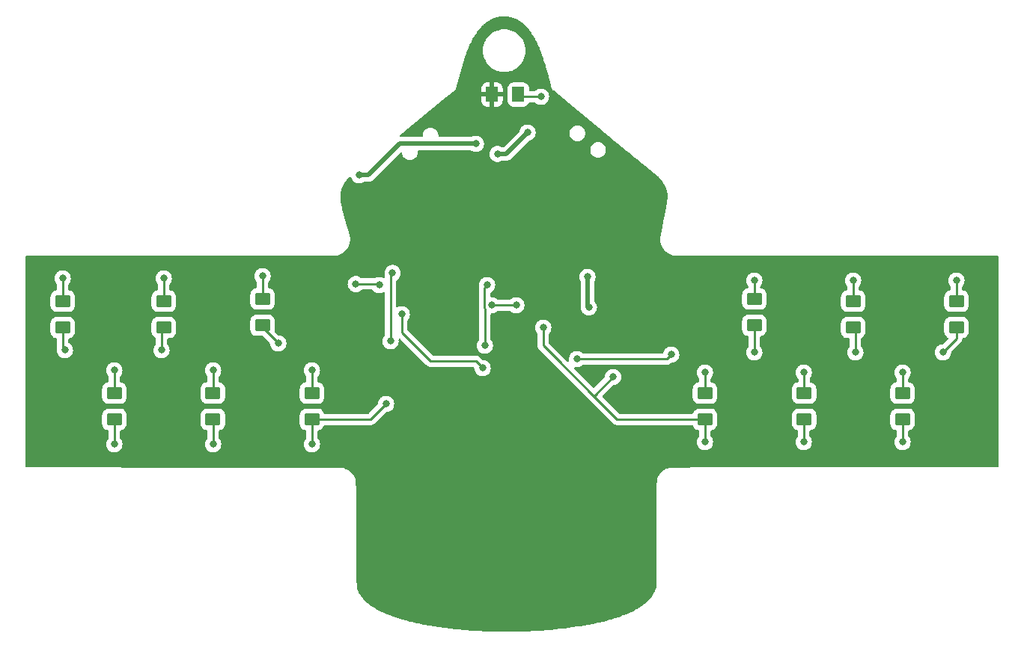
<source format=gbr>
%TF.GenerationSoftware,KiCad,Pcbnew,(6.0.1)*%
%TF.CreationDate,2022-06-06T15:20:40-07:00*%
%TF.ProjectId,Satellite_PCB,53617465-6c6c-4697-9465-5f5043422e6b,rev?*%
%TF.SameCoordinates,Original*%
%TF.FileFunction,Copper,L1,Top*%
%TF.FilePolarity,Positive*%
%FSLAX46Y46*%
G04 Gerber Fmt 4.6, Leading zero omitted, Abs format (unit mm)*
G04 Created by KiCad (PCBNEW (6.0.1)) date 2022-06-06 15:20:40*
%MOMM*%
%LPD*%
G01*
G04 APERTURE LIST*
G04 Aperture macros list*
%AMRoundRect*
0 Rectangle with rounded corners*
0 $1 Rounding radius*
0 $2 $3 $4 $5 $6 $7 $8 $9 X,Y pos of 4 corners*
0 Add a 4 corners polygon primitive as box body*
4,1,4,$2,$3,$4,$5,$6,$7,$8,$9,$2,$3,0*
0 Add four circle primitives for the rounded corners*
1,1,$1+$1,$2,$3*
1,1,$1+$1,$4,$5*
1,1,$1+$1,$6,$7*
1,1,$1+$1,$8,$9*
0 Add four rect primitives between the rounded corners*
20,1,$1+$1,$2,$3,$4,$5,0*
20,1,$1+$1,$4,$5,$6,$7,0*
20,1,$1+$1,$6,$7,$8,$9,0*
20,1,$1+$1,$8,$9,$2,$3,0*%
G04 Aperture macros list end*
%TA.AperFunction,SMDPad,CuDef*%
%ADD10RoundRect,0.250001X0.624999X-0.462499X0.624999X0.462499X-0.624999X0.462499X-0.624999X-0.462499X0*%
%TD*%
%TA.AperFunction,SMDPad,CuDef*%
%ADD11RoundRect,0.250001X-0.462499X-0.624999X0.462499X-0.624999X0.462499X0.624999X-0.462499X0.624999X0*%
%TD*%
%TA.AperFunction,ViaPad*%
%ADD12C,0.812800*%
%TD*%
%TA.AperFunction,Conductor*%
%ADD13C,0.508000*%
%TD*%
%TA.AperFunction,Conductor*%
%ADD14C,0.254000*%
%TD*%
G04 APERTURE END LIST*
D10*
%TO.P,D5,1,K*%
%TO.N,Net-(C1-Pad1)*%
X182129100Y-99048900D03*
%TO.P,D5,2,A*%
%TO.N,Net-(D5-Pad2)*%
X182129100Y-96073900D03*
%TD*%
%TO.P,D12,1,K*%
%TO.N,Net-(C2-Pad2)*%
X187680600Y-88634900D03*
%TO.P,D12,2,A*%
%TO.N,Net-(D12-Pad2)*%
X187680600Y-85659900D03*
%TD*%
%TO.P,D1,1,K*%
%TO.N,Net-(C1-Pad1)*%
X98272600Y-88634900D03*
%TO.P,D1,2,A*%
%TO.N,Net-(D1-Pad2)*%
X98272600Y-85659900D03*
%TD*%
%TO.P,D8,1,K*%
%TO.N,Net-(C2-Pad2)*%
X104114600Y-99048900D03*
%TO.P,D8,2,A*%
%TO.N,Net-(D8-Pad2)*%
X104114600Y-96073900D03*
%TD*%
%TO.P,D6,1,K*%
%TO.N,Net-(C1-Pad1)*%
X193268600Y-99048900D03*
%TO.P,D6,2,A*%
%TO.N,Net-(D6-Pad2)*%
X193268600Y-96073900D03*
%TD*%
%TO.P,D11,1,K*%
%TO.N,Net-(C2-Pad2)*%
X199364600Y-88634900D03*
%TO.P,D11,2,A*%
%TO.N,Net-(D11-Pad2)*%
X199364600Y-85659900D03*
%TD*%
%TO.P,D2,1,K*%
%TO.N,Net-(C1-Pad1)*%
X109702600Y-88634900D03*
%TO.P,D2,2,A*%
%TO.N,Net-(D2-Pad2)*%
X109702600Y-85659900D03*
%TD*%
%TO.P,D4,1,K*%
%TO.N,Net-(C1-Pad1)*%
X170916600Y-99048900D03*
%TO.P,D4,2,A*%
%TO.N,Net-(D4-Pad2)*%
X170916600Y-96073900D03*
%TD*%
%TO.P,D10,1,K*%
%TO.N,Net-(C2-Pad2)*%
X126466600Y-99048900D03*
%TO.P,D10,2,A*%
%TO.N,Net-(D10-Pad2)*%
X126466600Y-96073900D03*
%TD*%
%TO.P,D13,1,K*%
%TO.N,Net-(C2-Pad2)*%
X176504600Y-88380900D03*
%TO.P,D13,2,A*%
%TO.N,Net-(D13-Pad2)*%
X176504600Y-85405900D03*
%TD*%
%TO.P,D9,1,K*%
%TO.N,Net-(C2-Pad2)*%
X115254100Y-99048900D03*
%TO.P,D9,2,A*%
%TO.N,Net-(D9-Pad2)*%
X115254100Y-96073900D03*
%TD*%
D11*
%TO.P,D7,1,K*%
%TO.N,GND*%
X146823100Y-62255400D03*
%TO.P,D7,2,A*%
%TO.N,Net-(D7-Pad2)*%
X149798100Y-62255400D03*
%TD*%
D10*
%TO.P,D3,1,K*%
%TO.N,Net-(C1-Pad1)*%
X120878600Y-88380900D03*
%TO.P,D3,2,A*%
%TO.N,Net-(D3-Pad2)*%
X120878600Y-85405900D03*
%TD*%
D12*
%TO.N,+Vbatt*%
X157784800Y-86360000D03*
X147447000Y-68986400D03*
X157632400Y-82905600D03*
X150850600Y-66573400D03*
%TO.N,GND*%
X150596600Y-90449400D03*
X145516600Y-119151400D03*
X151612600Y-118897400D03*
X143992600Y-63271400D03*
X159486600Y-81711800D03*
X154660600Y-98577400D03*
%TO.N,Net-(C1-Pad1)*%
X98526600Y-91211400D03*
X160528000Y-94259400D03*
X152628600Y-88671400D03*
X146786600Y-86131400D03*
X149580600Y-86131400D03*
X109448600Y-91211400D03*
X122656600Y-90449400D03*
X193268600Y-101625400D03*
X182092600Y-101625400D03*
X170916600Y-101625400D03*
%TO.N,/Blink Two*%
X136626600Y-87147400D03*
X145770600Y-93243400D03*
X134086600Y-83845400D03*
X131419600Y-83718400D03*
%TO.N,/Blink One*%
X135585200Y-82473800D03*
X135356600Y-90195400D03*
%TO.N,Net-(C2-Pad2)*%
X115290600Y-101879400D03*
X134848600Y-97307400D03*
X167106600Y-91719400D03*
X104114600Y-101879400D03*
X156438600Y-92227400D03*
X187934600Y-91465400D03*
X126466600Y-101879400D03*
X176504600Y-91465400D03*
X197840600Y-91465400D03*
%TO.N,Net-(D1-Pad2)*%
X98272600Y-83083400D03*
%TO.N,Net-(D2-Pad2)*%
X109702600Y-83083400D03*
%TO.N,Net-(D3-Pad2)*%
X120878600Y-82829400D03*
%TO.N,Net-(D4-Pad2)*%
X170916600Y-93751400D03*
%TO.N,Net-(D5-Pad2)*%
X182092600Y-93751400D03*
%TO.N,Net-(D6-Pad2)*%
X193268600Y-93751400D03*
%TO.N,Net-(D7-Pad2)*%
X152374600Y-62509400D03*
%TO.N,Net-(D8-Pad2)*%
X104114600Y-93497400D03*
%TO.N,Net-(D9-Pad2)*%
X115290600Y-93497400D03*
%TO.N,Net-(D10-Pad2)*%
X126466600Y-93497400D03*
%TO.N,Net-(D11-Pad2)*%
X199364600Y-83337400D03*
%TO.N,Net-(D12-Pad2)*%
X187680600Y-83337400D03*
%TO.N,Net-(D13-Pad2)*%
X176504600Y-83337400D03*
%TO.N,+3V*%
X145008600Y-67843400D03*
X131800600Y-71399400D03*
%TO.N,Net-(R14-Pad2)*%
X146278600Y-83845400D03*
X146024600Y-90703400D03*
%TD*%
D13*
%TO.N,+Vbatt*%
X157632400Y-86207600D02*
X157784800Y-86360000D01*
X147447000Y-68986400D02*
X148437600Y-68986400D01*
X157632400Y-82905600D02*
X157632400Y-86207600D01*
X148437600Y-68986400D02*
X150850600Y-66573400D01*
D14*
%TO.N,Net-(C1-Pad1)*%
X122656600Y-90449400D02*
X120878600Y-88671400D01*
X182092600Y-101625400D02*
X182092600Y-99085400D01*
X154152600Y-92227400D02*
X152628600Y-90703400D01*
X109448600Y-91211400D02*
X109448600Y-88888900D01*
X193268600Y-99048900D02*
X193268600Y-101625400D01*
X160974100Y-99048900D02*
X158229300Y-96304100D01*
X146786600Y-86131400D02*
X149580600Y-86131400D01*
X98272600Y-88634900D02*
X98272600Y-90957400D01*
X158483300Y-96304100D02*
X158229300Y-96304100D01*
X170916600Y-101625400D02*
X170916600Y-99048900D01*
X160528000Y-94259400D02*
X158483300Y-96304100D01*
X170916600Y-99048900D02*
X160974100Y-99048900D01*
X158229300Y-96304100D02*
X154152600Y-92227400D01*
X98272600Y-90957400D02*
X98526600Y-91211400D01*
X182092600Y-99085400D02*
X182129100Y-99048900D01*
X109448600Y-88888900D02*
X109702600Y-88634900D01*
X152628600Y-90703400D02*
X152628600Y-88671400D01*
X120878600Y-88671400D02*
X120878600Y-88380900D01*
%TO.N,/Blink Two*%
X136626600Y-89204300D02*
X139903700Y-92481400D01*
X136626600Y-87147400D02*
X136626600Y-89204300D01*
X133959600Y-83718400D02*
X134086600Y-83845400D01*
X139903700Y-92481400D02*
X145008600Y-92481400D01*
X131419600Y-83718400D02*
X133959600Y-83718400D01*
X145008600Y-92481400D02*
X145770600Y-93243400D01*
%TO.N,/Blink One*%
X135585200Y-82473800D02*
X135585200Y-82600800D01*
X135356600Y-82829400D02*
X135356600Y-90195400D01*
X135585200Y-82600800D02*
X135356600Y-82829400D01*
%TO.N,Net-(C2-Pad2)*%
X167106600Y-91719400D02*
X166598600Y-92227400D01*
X166598600Y-92227400D02*
X156438600Y-92227400D01*
X115290600Y-99085400D02*
X115254100Y-99048900D01*
X176504600Y-91465400D02*
X176504600Y-88380900D01*
X134848600Y-97307400D02*
X133107100Y-99048900D01*
X187934600Y-91465400D02*
X187934600Y-88888900D01*
X187934600Y-88888900D02*
X187680600Y-88634900D01*
X133107100Y-99048900D02*
X126466600Y-99048900D01*
X115290600Y-101879400D02*
X115290600Y-99085400D01*
X126466600Y-99048900D02*
X126466600Y-101879400D01*
X197840600Y-91465400D02*
X199364600Y-89941400D01*
X104114600Y-101879400D02*
X104114600Y-99048900D01*
X199364600Y-89941400D02*
X199364600Y-88634900D01*
%TO.N,Net-(D1-Pad2)*%
X98272600Y-83083400D02*
X98272600Y-85659900D01*
%TO.N,Net-(D2-Pad2)*%
X109702600Y-85659900D02*
X109702600Y-83083400D01*
%TO.N,Net-(D3-Pad2)*%
X120878600Y-82829400D02*
X120878600Y-85405900D01*
%TO.N,Net-(D4-Pad2)*%
X170916600Y-93751400D02*
X170916600Y-96073900D01*
%TO.N,Net-(D5-Pad2)*%
X182129100Y-96073900D02*
X182129100Y-93787900D01*
X182129100Y-93787900D02*
X182092600Y-93751400D01*
%TO.N,Net-(D6-Pad2)*%
X193268600Y-93751400D02*
X193268600Y-96073900D01*
%TO.N,Net-(D7-Pad2)*%
X150052100Y-62509400D02*
X149798100Y-62255400D01*
X152374600Y-62509400D02*
X150052100Y-62509400D01*
%TO.N,Net-(D8-Pad2)*%
X104114600Y-96073900D02*
X104114600Y-93497400D01*
%TO.N,Net-(D9-Pad2)*%
X115290600Y-93497400D02*
X115290600Y-96037400D01*
X115290600Y-96037400D02*
X115254100Y-96073900D01*
%TO.N,Net-(D10-Pad2)*%
X126466600Y-96073900D02*
X126466600Y-93497400D01*
%TO.N,Net-(D11-Pad2)*%
X199364600Y-85659900D02*
X199364600Y-83337400D01*
%TO.N,Net-(D12-Pad2)*%
X187680600Y-85659900D02*
X187680600Y-83337400D01*
%TO.N,Net-(D13-Pad2)*%
X176504600Y-83337400D02*
X176504600Y-85405900D01*
D13*
%TO.N,+3V*%
X134086600Y-70129400D02*
X132816600Y-71399400D01*
X136372600Y-67843400D02*
X134086600Y-70129400D01*
X132816600Y-71399400D02*
X131800600Y-71399400D01*
X145008600Y-67843400D02*
X136372600Y-67843400D01*
D14*
%TO.N,Net-(R14-Pad2)*%
X145999689Y-84124311D02*
X146278600Y-83845400D01*
X146024600Y-90703400D02*
X146024600Y-86482261D01*
X146024600Y-86482261D02*
X145999689Y-86457350D01*
X145999689Y-86457350D02*
X145999689Y-84124311D01*
%TD*%
%TA.AperFunction,Conductor*%
%TO.N,GND*%
G36*
X148189697Y-53403689D02*
G01*
X148211809Y-53404074D01*
X148262957Y-53404965D01*
X148265629Y-53405040D01*
X148338574Y-53407860D01*
X148341247Y-53407992D01*
X148413912Y-53412348D01*
X148416590Y-53412537D01*
X148438298Y-53414303D01*
X148488935Y-53418424D01*
X148491517Y-53418662D01*
X148541002Y-53423753D01*
X148563510Y-53426069D01*
X148566186Y-53426373D01*
X148637826Y-53435296D01*
X148640490Y-53435657D01*
X148683156Y-53441901D01*
X148711648Y-53446071D01*
X148714321Y-53446492D01*
X148785094Y-53458408D01*
X148787764Y-53458887D01*
X148858077Y-53472288D01*
X148860740Y-53472825D01*
X148930655Y-53487719D01*
X148933314Y-53488316D01*
X148950515Y-53492371D01*
X149002695Y-53504673D01*
X149005309Y-53505319D01*
X149074241Y-53523156D01*
X149076816Y-53523852D01*
X149124653Y-53537345D01*
X149145219Y-53543146D01*
X149147852Y-53543920D01*
X149215632Y-53564643D01*
X149218255Y-53565476D01*
X149285528Y-53587662D01*
X149288137Y-53588555D01*
X149354813Y-53612174D01*
X149357410Y-53613126D01*
X149411582Y-53633665D01*
X149423432Y-53638157D01*
X149425922Y-53639132D01*
X149491510Y-53665665D01*
X149493945Y-53666682D01*
X149558788Y-53694594D01*
X149561303Y-53695710D01*
X149625438Y-53725015D01*
X149627969Y-53726206D01*
X149649676Y-53736713D01*
X149681252Y-53751997D01*
X149691354Y-53756887D01*
X149693865Y-53758137D01*
X149756580Y-53790236D01*
X149759066Y-53791543D01*
X149821049Y-53825031D01*
X149823512Y-53826398D01*
X149884730Y-53861263D01*
X149887170Y-53862689D01*
X149947628Y-53898941D01*
X149950040Y-53900424D01*
X150009750Y-53938077D01*
X150012133Y-53939617D01*
X150071488Y-53978941D01*
X150073643Y-53980402D01*
X150094572Y-53994899D01*
X150096578Y-53996317D01*
X150119734Y-54013034D01*
X150121486Y-54014322D01*
X150146840Y-54033300D01*
X150148391Y-54034480D01*
X150175643Y-54055544D01*
X150177031Y-54056633D01*
X150205932Y-54079625D01*
X150207182Y-54080632D01*
X150237508Y-54105395D01*
X150238653Y-54106341D01*
X150270255Y-54132773D01*
X150271303Y-54133660D01*
X150303937Y-54161565D01*
X150304910Y-54162405D01*
X150328131Y-54182675D01*
X150333640Y-54187483D01*
X150338529Y-54191751D01*
X150339440Y-54192554D01*
X150373724Y-54223068D01*
X150374580Y-54223837D01*
X150409491Y-54255485D01*
X150410302Y-54256227D01*
X150445864Y-54289035D01*
X150446465Y-54289594D01*
X150482335Y-54323248D01*
X150483081Y-54323954D01*
X150519295Y-54358492D01*
X150519879Y-54359053D01*
X150556250Y-54394297D01*
X150556837Y-54394871D01*
X150593153Y-54430617D01*
X150593847Y-54431305D01*
X150630043Y-54467490D01*
X150630724Y-54468176D01*
X150666730Y-54504728D01*
X150667409Y-54505423D01*
X150703033Y-54542149D01*
X150703712Y-54542855D01*
X150739019Y-54579825D01*
X150739657Y-54580497D01*
X150768764Y-54611460D01*
X150774499Y-54617561D01*
X150775135Y-54618243D01*
X150804668Y-54650171D01*
X150809298Y-54655176D01*
X150810001Y-54655943D01*
X150843400Y-54692654D01*
X150844065Y-54693391D01*
X150874000Y-54726865D01*
X150876692Y-54729875D01*
X150877435Y-54730713D01*
X150909025Y-54766676D01*
X150909797Y-54767563D01*
X150940404Y-54803070D01*
X150941205Y-54804009D01*
X150968040Y-54835763D01*
X150970585Y-54838775D01*
X150971430Y-54839786D01*
X150999458Y-54873665D01*
X151000344Y-54874748D01*
X151027031Y-54907745D01*
X151027976Y-54908928D01*
X151053016Y-54940661D01*
X151053980Y-54941898D01*
X151077462Y-54972462D01*
X151078464Y-54973785D01*
X151097331Y-54999078D01*
X151101258Y-55004343D01*
X151101949Y-55005279D01*
X151179278Y-55110969D01*
X151180433Y-55112573D01*
X151254864Y-55217725D01*
X151256016Y-55219382D01*
X151328806Y-55325789D01*
X151329887Y-55327396D01*
X151401186Y-55435363D01*
X151402235Y-55436980D01*
X151472090Y-55546640D01*
X151473148Y-55548332D01*
X151541724Y-55660017D01*
X151542795Y-55661794D01*
X151610162Y-55775687D01*
X151611140Y-55777373D01*
X151677497Y-55893875D01*
X151678487Y-55895645D01*
X151743892Y-56014938D01*
X151744841Y-56016704D01*
X151797145Y-56115816D01*
X151809394Y-56139028D01*
X151810299Y-56140775D01*
X151874165Y-56266517D01*
X151875019Y-56268231D01*
X151938230Y-56397514D01*
X151939013Y-56399145D01*
X152001725Y-56532347D01*
X152002479Y-56533978D01*
X152064743Y-56671278D01*
X152065445Y-56672855D01*
X152127359Y-56814510D01*
X152128011Y-56816030D01*
X152189639Y-56962230D01*
X152190244Y-56963691D01*
X152251733Y-57114835D01*
X152252292Y-57116232D01*
X152313632Y-57272323D01*
X152314146Y-57273653D01*
X152375465Y-57435034D01*
X152375938Y-57436298D01*
X152437357Y-57603307D01*
X152437782Y-57604483D01*
X152450150Y-57639193D01*
X152499235Y-57776947D01*
X152499631Y-57778076D01*
X152561451Y-57956923D01*
X152561814Y-57957987D01*
X152623790Y-58142602D01*
X152624108Y-58143563D01*
X152636794Y-58182424D01*
X152686518Y-58334740D01*
X152686819Y-58335674D01*
X152749639Y-58533314D01*
X152749912Y-58534185D01*
X152813274Y-58738649D01*
X152813510Y-58739419D01*
X152822917Y-58770514D01*
X152877528Y-58951038D01*
X152877754Y-58951793D01*
X152938036Y-59155650D01*
X152942404Y-59170423D01*
X152942593Y-59171069D01*
X152955126Y-59214373D01*
X153007955Y-59396898D01*
X153008141Y-59397545D01*
X153074577Y-59631759D01*
X153090650Y-59689503D01*
X153141859Y-59873479D01*
X153142011Y-59874027D01*
X153200188Y-60086749D01*
X153200221Y-60086892D01*
X153200243Y-60087079D01*
X153210781Y-60125478D01*
X153220223Y-60160003D01*
X153220295Y-60160168D01*
X153220344Y-60160327D01*
X153221323Y-60163896D01*
X153222886Y-60169593D01*
X153222888Y-60169601D01*
X153235578Y-60215880D01*
X153235585Y-60215904D01*
X153246509Y-60255774D01*
X153259272Y-60302385D01*
X153259272Y-60302403D01*
X153259276Y-60302402D01*
X153269652Y-60340317D01*
X153269656Y-60340330D01*
X153282097Y-60385808D01*
X153283650Y-60391486D01*
X153283651Y-60391491D01*
X153296377Y-60438021D01*
X153296379Y-60438025D01*
X153297522Y-60442204D01*
X153297526Y-60442221D01*
X153301542Y-60456909D01*
X153309467Y-60485892D01*
X153309468Y-60485896D01*
X153321297Y-60529152D01*
X153321303Y-60529177D01*
X153321304Y-60529191D01*
X153321315Y-60529230D01*
X153321319Y-60529249D01*
X153327452Y-60551667D01*
X153330636Y-60563305D01*
X153333007Y-60571974D01*
X153333009Y-60571995D01*
X153338230Y-60591073D01*
X153338229Y-60591101D01*
X153338237Y-60591099D01*
X153341357Y-60602510D01*
X153339624Y-60602984D01*
X153339625Y-60603011D01*
X153341366Y-60602535D01*
X153342395Y-60606295D01*
X153344565Y-60614227D01*
X153344569Y-60614261D01*
X153344592Y-60614347D01*
X153344593Y-60614349D01*
X153350165Y-60634698D01*
X153350163Y-60634699D01*
X153350173Y-60634728D01*
X153353068Y-60645311D01*
X153353074Y-60645325D01*
X153353448Y-60646689D01*
X153353446Y-60646776D01*
X153353470Y-60646770D01*
X153355958Y-60655863D01*
X153355962Y-60655897D01*
X153355990Y-60655999D01*
X153355993Y-60656012D01*
X153360011Y-60670677D01*
X153360021Y-60670712D01*
X153364628Y-60687547D01*
X153364641Y-60687577D01*
X153366799Y-60695453D01*
X153367154Y-60696750D01*
X153367169Y-60696813D01*
X153367173Y-60696853D01*
X153367202Y-60696960D01*
X153367206Y-60696976D01*
X153372746Y-60717179D01*
X153372759Y-60717223D01*
X153376030Y-60729169D01*
X153373718Y-60729802D01*
X153373718Y-60729813D01*
X153376034Y-60729178D01*
X153376040Y-60729191D01*
X153376825Y-60732053D01*
X153376836Y-60732092D01*
X153378175Y-60736979D01*
X153378182Y-60737041D01*
X153378227Y-60737206D01*
X153378228Y-60737209D01*
X153383259Y-60755535D01*
X153383254Y-60755536D01*
X153383276Y-60755596D01*
X153387246Y-60770090D01*
X153387247Y-60770092D01*
X153385096Y-60770681D01*
X153385099Y-60770739D01*
X153387268Y-60770143D01*
X153388188Y-60773493D01*
X153388962Y-60776314D01*
X153388970Y-60776386D01*
X153389025Y-60776585D01*
X153389027Y-60776595D01*
X153392969Y-60790935D01*
X153394058Y-60794899D01*
X153398268Y-60810253D01*
X153398293Y-60810310D01*
X153398295Y-60810316D01*
X153398755Y-60811990D01*
X153398762Y-60812017D01*
X153399501Y-60814704D01*
X153399509Y-60814737D01*
X153399518Y-60814821D01*
X153399585Y-60815063D01*
X153399586Y-60815069D01*
X153404946Y-60834543D01*
X153404967Y-60834621D01*
X153408849Y-60848762D01*
X153409072Y-60849574D01*
X153409101Y-60849640D01*
X153409782Y-60852115D01*
X153409800Y-60852192D01*
X153409811Y-60852284D01*
X153409880Y-60852535D01*
X153409883Y-60852547D01*
X153413126Y-60864307D01*
X153415310Y-60872228D01*
X153415408Y-60872585D01*
X153415435Y-60872684D01*
X153418892Y-60885261D01*
X153419638Y-60887977D01*
X153419644Y-60887991D01*
X153419728Y-60888255D01*
X153419817Y-60888581D01*
X153419825Y-60888652D01*
X153417850Y-60889193D01*
X153417881Y-60889258D01*
X153419833Y-60888719D01*
X153425659Y-60909804D01*
X153425690Y-60909918D01*
X153429554Y-60923956D01*
X153427420Y-60924543D01*
X153427447Y-60924598D01*
X153429560Y-60924013D01*
X153435131Y-60944134D01*
X153435169Y-60944268D01*
X153438971Y-60958059D01*
X153437049Y-60958589D01*
X153437081Y-60958659D01*
X153438979Y-60958132D01*
X153445141Y-60980331D01*
X153445182Y-60980477D01*
X153448059Y-60990890D01*
X153445894Y-60991488D01*
X153445954Y-60991606D01*
X153448074Y-60991016D01*
X153454556Y-61014291D01*
X153454542Y-61014295D01*
X153454605Y-61014467D01*
X153456807Y-61022420D01*
X153456808Y-61022426D01*
X153454865Y-61022964D01*
X153454929Y-61023099D01*
X153456825Y-61022569D01*
X153456825Y-61022571D01*
X153463237Y-61045512D01*
X153465194Y-61052563D01*
X153463304Y-61053088D01*
X153463392Y-61053273D01*
X153465218Y-61052761D01*
X153468044Y-61062829D01*
X153468140Y-61063174D01*
X153468343Y-61063906D01*
X153468346Y-61063905D01*
X153472018Y-61076990D01*
X153473206Y-61081254D01*
X153471506Y-61081728D01*
X153471621Y-61081983D01*
X153473239Y-61081527D01*
X153476639Y-61093580D01*
X153476765Y-61094033D01*
X153477149Y-61095414D01*
X153475110Y-61095981D01*
X153475111Y-61095996D01*
X153477158Y-61095419D01*
X153478604Y-61100546D01*
X153480159Y-61106059D01*
X153480240Y-61106347D01*
X153480830Y-61108458D01*
X153478704Y-61109052D01*
X153478878Y-61109391D01*
X153480875Y-61108824D01*
X153480875Y-61108825D01*
X153480940Y-61109052D01*
X153484608Y-61121979D01*
X153484744Y-61122461D01*
X153485583Y-61125463D01*
X153483545Y-61126033D01*
X153483550Y-61126128D01*
X153485618Y-61125541D01*
X153487988Y-61133892D01*
X153488066Y-61134214D01*
X153488115Y-61134605D01*
X153488429Y-61135703D01*
X153488431Y-61135712D01*
X153492209Y-61148932D01*
X153492373Y-61149511D01*
X153493660Y-61154097D01*
X153491685Y-61154651D01*
X153491696Y-61154835D01*
X153493728Y-61154254D01*
X153493734Y-61154267D01*
X153494785Y-61157943D01*
X153494889Y-61158367D01*
X153494951Y-61158854D01*
X153495342Y-61160209D01*
X153499471Y-61174536D01*
X153499664Y-61175213D01*
X153501312Y-61181053D01*
X153499579Y-61181542D01*
X153499802Y-61182002D01*
X153501378Y-61181543D01*
X153506326Y-61198529D01*
X153506563Y-61199352D01*
X153507295Y-61201930D01*
X153505538Y-61202429D01*
X153505909Y-61203175D01*
X153507405Y-61202733D01*
X153512697Y-61220657D01*
X153512919Y-61221522D01*
X153513057Y-61222518D01*
X153518944Y-61242112D01*
X153519339Y-61243455D01*
X153521152Y-61249743D01*
X153522152Y-61253210D01*
X153522397Y-61253755D01*
X153522560Y-61254251D01*
X153528297Y-61273941D01*
X153528614Y-61274639D01*
X153528834Y-61275301D01*
X153532001Y-61286030D01*
X153532180Y-61286641D01*
X153599959Y-61520609D01*
X153603331Y-61535629D01*
X153608782Y-61569470D01*
X153612640Y-61577576D01*
X153612640Y-61577577D01*
X153637328Y-61629453D01*
X153638380Y-61631722D01*
X153665727Y-61692273D01*
X153669092Y-61696198D01*
X153671313Y-61700865D01*
X153715547Y-61750426D01*
X153717140Y-61752246D01*
X153760435Y-61802748D01*
X153792454Y-61823617D01*
X153803612Y-61831798D01*
X156003202Y-63638563D01*
X159401607Y-66430047D01*
X159401716Y-66430136D01*
X159600936Y-66594150D01*
X159659489Y-66642356D01*
X159659512Y-66642376D01*
X159659532Y-66642399D01*
X159659596Y-66642451D01*
X159659612Y-66642466D01*
X159688191Y-66665987D01*
X159688205Y-66665998D01*
X159718194Y-66690687D01*
X159718220Y-66690703D01*
X159718239Y-66690718D01*
X159808087Y-66764666D01*
X159945257Y-66877562D01*
X159945279Y-66877586D01*
X159972070Y-66899630D01*
X159972081Y-66899645D01*
X159972084Y-66899641D01*
X160003950Y-66925868D01*
X160003973Y-66925882D01*
X160004003Y-66925905D01*
X160227676Y-67109944D01*
X160227698Y-67109963D01*
X160227717Y-67109985D01*
X160227783Y-67110039D01*
X160259181Y-67135866D01*
X160259197Y-67135879D01*
X160286332Y-67158207D01*
X160286340Y-67158213D01*
X160286397Y-67158260D01*
X160286422Y-67158275D01*
X160286435Y-67158286D01*
X160506448Y-67339262D01*
X160506470Y-67339287D01*
X160535156Y-67362877D01*
X160565156Y-67387554D01*
X160565186Y-67387572D01*
X160716390Y-67511915D01*
X160781108Y-67565136D01*
X160781138Y-67565162D01*
X160781156Y-67565183D01*
X160781216Y-67565232D01*
X160813856Y-67592067D01*
X160813853Y-67592070D01*
X160813867Y-67592076D01*
X160839850Y-67613443D01*
X160839873Y-67613457D01*
X160839887Y-67613467D01*
X161051378Y-67787341D01*
X161051398Y-67787364D01*
X161078233Y-67809420D01*
X161110099Y-67835618D01*
X161110129Y-67835636D01*
X161110138Y-67835643D01*
X161316792Y-68005495D01*
X161316815Y-68005521D01*
X161316891Y-68005584D01*
X161316895Y-68005587D01*
X161349518Y-68032394D01*
X161349530Y-68032403D01*
X161375524Y-68053768D01*
X161375546Y-68053781D01*
X161375558Y-68053790D01*
X161577009Y-68219324D01*
X161577031Y-68219349D01*
X161608774Y-68245426D01*
X161635745Y-68267588D01*
X161635764Y-68267599D01*
X161635791Y-68267620D01*
X161831624Y-68428496D01*
X161831645Y-68428515D01*
X161831663Y-68428535D01*
X161831721Y-68428583D01*
X161831727Y-68428588D01*
X161852530Y-68445673D01*
X161864074Y-68455154D01*
X161890385Y-68476768D01*
X161890406Y-68476780D01*
X161890423Y-68476793D01*
X162080300Y-68632737D01*
X162080320Y-68632755D01*
X162080337Y-68632774D01*
X162111994Y-68658767D01*
X162139064Y-68680999D01*
X162139086Y-68681012D01*
X162139101Y-68681024D01*
X162322637Y-68831721D01*
X162322656Y-68831738D01*
X162322671Y-68831755D01*
X162350180Y-68854336D01*
X162381404Y-68879973D01*
X162381431Y-68879990D01*
X162558270Y-69025151D01*
X162558288Y-69025171D01*
X162558353Y-69025224D01*
X162558356Y-69025227D01*
X162583542Y-69045896D01*
X162583556Y-69045907D01*
X162617026Y-69073382D01*
X162617053Y-69073399D01*
X162617070Y-69073412D01*
X162744108Y-69177666D01*
X162786768Y-69212675D01*
X162786792Y-69212696D01*
X162786807Y-69212714D01*
X162786855Y-69212753D01*
X162786859Y-69212757D01*
X162813121Y-69234303D01*
X162813120Y-69234305D01*
X162813131Y-69234311D01*
X162845551Y-69260917D01*
X162845580Y-69260934D01*
X162845588Y-69260941D01*
X163007830Y-69394051D01*
X163007852Y-69394076D01*
X163036992Y-69417978D01*
X163060679Y-69437411D01*
X163066600Y-69442269D01*
X163066624Y-69442284D01*
X163066648Y-69442302D01*
X163221002Y-69568906D01*
X163221023Y-69568925D01*
X163221041Y-69568945D01*
X163221098Y-69568992D01*
X163221105Y-69568998D01*
X163244836Y-69588457D01*
X163253327Y-69595420D01*
X163279797Y-69617131D01*
X163279811Y-69617140D01*
X163279835Y-69617158D01*
X163425958Y-69736980D01*
X163425985Y-69737003D01*
X163425998Y-69737018D01*
X163426043Y-69737055D01*
X163426059Y-69737069D01*
X163455195Y-69760954D01*
X163455208Y-69760964D01*
X163484757Y-69785194D01*
X163484784Y-69785210D01*
X163484806Y-69785227D01*
X163622319Y-69897957D01*
X163622344Y-69897985D01*
X163651434Y-69921825D01*
X163681106Y-69946149D01*
X163681136Y-69946167D01*
X163681151Y-69946179D01*
X163809678Y-70051510D01*
X163809702Y-70051537D01*
X163837447Y-70074268D01*
X163868468Y-70099690D01*
X163868500Y-70099710D01*
X163868522Y-70099726D01*
X163987644Y-70197319D01*
X163987665Y-70197338D01*
X163987689Y-70197364D01*
X164020243Y-70224026D01*
X164046462Y-70245506D01*
X164046490Y-70245523D01*
X164046501Y-70245532D01*
X164155889Y-70335119D01*
X164155906Y-70335134D01*
X164155932Y-70335164D01*
X164156019Y-70335235D01*
X164156021Y-70335237D01*
X164186274Y-70360005D01*
X164186293Y-70360020D01*
X164214705Y-70383290D01*
X164214738Y-70383310D01*
X164214762Y-70383328D01*
X164294353Y-70448490D01*
X164313994Y-70464570D01*
X164314023Y-70464596D01*
X164314052Y-70464627D01*
X164344498Y-70489543D01*
X164372828Y-70512737D01*
X164372862Y-70512758D01*
X164372893Y-70512781D01*
X164461615Y-70585389D01*
X164461643Y-70585414D01*
X164461673Y-70585447D01*
X164491376Y-70609744D01*
X164520448Y-70633536D01*
X164520489Y-70633560D01*
X164520521Y-70633585D01*
X164589554Y-70690054D01*
X164598347Y-70697247D01*
X164598376Y-70697273D01*
X164598416Y-70697317D01*
X164629191Y-70722478D01*
X164646777Y-70736863D01*
X164657191Y-70745382D01*
X164657230Y-70745406D01*
X164657263Y-70745431D01*
X164723832Y-70799855D01*
X164723873Y-70799891D01*
X164723910Y-70799933D01*
X164753027Y-70823724D01*
X164782680Y-70847968D01*
X164782738Y-70848003D01*
X164782777Y-70848032D01*
X164837687Y-70892898D01*
X164837726Y-70892933D01*
X164837781Y-70892995D01*
X164868676Y-70918220D01*
X164893670Y-70938642D01*
X164896542Y-70940989D01*
X164896610Y-70941031D01*
X164896644Y-70941056D01*
X164939557Y-70976093D01*
X164939593Y-70976125D01*
X164939660Y-70976200D01*
X164939893Y-70976390D01*
X164969494Y-71000537D01*
X164969539Y-71000573D01*
X164998181Y-71023960D01*
X164998193Y-71023969D01*
X164998406Y-71024143D01*
X164998491Y-71024194D01*
X164998548Y-71024238D01*
X165029019Y-71049094D01*
X165029097Y-71049163D01*
X165029184Y-71049259D01*
X165029477Y-71049498D01*
X165029483Y-71049503D01*
X165060532Y-71074801D01*
X165060588Y-71074846D01*
X165087902Y-71097127D01*
X165088004Y-71097189D01*
X165088091Y-71097255D01*
X165105785Y-71111671D01*
X165105903Y-71111775D01*
X165106024Y-71111909D01*
X165136561Y-71136746D01*
X165164671Y-71159649D01*
X165164830Y-71159745D01*
X165164941Y-71159829D01*
X165169502Y-71163538D01*
X165169682Y-71163696D01*
X165169868Y-71163902D01*
X165198095Y-71186799D01*
X165200451Y-71188710D01*
X165200580Y-71188815D01*
X165220294Y-71204850D01*
X165218930Y-71206527D01*
X165219272Y-71206707D01*
X165220547Y-71205128D01*
X165250818Y-71229568D01*
X165251041Y-71229749D01*
X165257321Y-71234843D01*
X165257691Y-71235165D01*
X165258461Y-71236004D01*
X165260806Y-71237877D01*
X165260809Y-71237879D01*
X165276679Y-71250551D01*
X165277415Y-71251144D01*
X165278742Y-71252220D01*
X165277488Y-71253767D01*
X165277587Y-71253891D01*
X165278862Y-71252294D01*
X165278866Y-71252296D01*
X165280614Y-71253692D01*
X165281552Y-71254498D01*
X165282495Y-71255511D01*
X165300799Y-71269932D01*
X165301883Y-71270796D01*
X165313210Y-71279942D01*
X165313226Y-71279954D01*
X165315624Y-71281890D01*
X165316604Y-71282473D01*
X165317453Y-71283106D01*
X165339496Y-71300707D01*
X165340679Y-71301402D01*
X165341698Y-71302153D01*
X165379588Y-71332005D01*
X165387398Y-71338158D01*
X165389406Y-71339774D01*
X165419158Y-71364218D01*
X165456341Y-71394767D01*
X165458310Y-71396420D01*
X165464201Y-71401468D01*
X165523386Y-71452192D01*
X165525379Y-71453937D01*
X165588566Y-71510438D01*
X165590549Y-71512249D01*
X165651921Y-71569527D01*
X165653881Y-71571396D01*
X165706816Y-71622978D01*
X165713367Y-71629362D01*
X165715305Y-71631292D01*
X165719289Y-71635347D01*
X165772998Y-71690018D01*
X165774920Y-71692018D01*
X165830747Y-71751406D01*
X165832647Y-71753473D01*
X165886678Y-71813579D01*
X165888550Y-71815709D01*
X165940803Y-71876536D01*
X165942597Y-71878673D01*
X165993063Y-71940190D01*
X165994838Y-71942407D01*
X166043503Y-72004583D01*
X166045270Y-72006895D01*
X166092142Y-72069717D01*
X166093852Y-72072064D01*
X166139012Y-72135626D01*
X166140643Y-72137981D01*
X166159999Y-72166624D01*
X166184008Y-72202153D01*
X166185642Y-72204634D01*
X166227258Y-72269464D01*
X166228843Y-72271998D01*
X166233902Y-72280306D01*
X166266841Y-72334398D01*
X166268741Y-72337519D01*
X166270251Y-72340068D01*
X166308423Y-72406260D01*
X166309865Y-72408833D01*
X166334988Y-72454915D01*
X166346298Y-72475661D01*
X166347695Y-72478297D01*
X166362743Y-72507552D01*
X166382426Y-72545818D01*
X166383782Y-72548535D01*
X166416798Y-72616714D01*
X166418092Y-72619471D01*
X166449385Y-72688284D01*
X166450615Y-72691077D01*
X166480229Y-72760622D01*
X166481373Y-72763401D01*
X166496710Y-72801983D01*
X166509301Y-72833659D01*
X166510385Y-72836488D01*
X166535708Y-72904982D01*
X166536607Y-72907414D01*
X166537625Y-72910275D01*
X166560800Y-72977952D01*
X166562148Y-72981890D01*
X166563077Y-72984712D01*
X166585916Y-73057082D01*
X166586794Y-73059987D01*
X166607943Y-73133096D01*
X166608749Y-73136011D01*
X166625608Y-73200024D01*
X166628173Y-73209765D01*
X166628908Y-73212697D01*
X166646636Y-73287225D01*
X166647296Y-73290152D01*
X166663317Y-73365444D01*
X166663888Y-73368294D01*
X166667301Y-73386444D01*
X166678207Y-73444429D01*
X166678716Y-73447322D01*
X166683075Y-73473896D01*
X166683574Y-73477213D01*
X166687212Y-73503804D01*
X166687626Y-73507162D01*
X166690697Y-73535195D01*
X166691016Y-73538518D01*
X166693501Y-73568528D01*
X166693728Y-73571770D01*
X166695584Y-73604399D01*
X166695722Y-73607504D01*
X166696867Y-73643101D01*
X166696927Y-73646039D01*
X166697272Y-73685090D01*
X166697266Y-73687836D01*
X166696824Y-73721930D01*
X166696710Y-73730679D01*
X166696652Y-73733218D01*
X166695093Y-73780248D01*
X166694995Y-73782556D01*
X166694525Y-73791641D01*
X166692338Y-73833919D01*
X166692211Y-73836031D01*
X166688364Y-73892116D01*
X166688217Y-73894039D01*
X166683103Y-73954928D01*
X166682946Y-73956654D01*
X166676491Y-74022622D01*
X166676333Y-74024141D01*
X166675354Y-74033017D01*
X166668466Y-74095436D01*
X166668306Y-74096816D01*
X166658979Y-74173568D01*
X166658823Y-74174798D01*
X166647980Y-74257241D01*
X166647845Y-74258240D01*
X166635409Y-74346785D01*
X166635334Y-74347305D01*
X166622816Y-74431676D01*
X166621280Y-74442028D01*
X166621167Y-74442769D01*
X166607386Y-74531447D01*
X166605531Y-74543381D01*
X166605422Y-74544071D01*
X166588015Y-74651765D01*
X166574892Y-74730276D01*
X166568897Y-74766140D01*
X166568797Y-74766727D01*
X166547990Y-74887681D01*
X166547900Y-74888196D01*
X166528089Y-75000570D01*
X166525388Y-75015888D01*
X166525308Y-75016341D01*
X166500899Y-75151898D01*
X166500827Y-75152292D01*
X166484948Y-75238895D01*
X166474536Y-75295684D01*
X166470350Y-75318160D01*
X166446449Y-75446493D01*
X166446393Y-75446794D01*
X166416296Y-75606239D01*
X166416246Y-75606500D01*
X166384330Y-75773650D01*
X166384287Y-75773877D01*
X166350274Y-75950254D01*
X166350236Y-75950447D01*
X166331013Y-76049301D01*
X166314295Y-76135270D01*
X166276174Y-76329896D01*
X166276107Y-76330025D01*
X166276147Y-76330033D01*
X166236051Y-76533513D01*
X166236021Y-76533507D01*
X166236033Y-76533605D01*
X166225130Y-76588721D01*
X166216642Y-76631624D01*
X166216612Y-76631751D01*
X166216564Y-76631883D01*
X166208988Y-76670311D01*
X166201895Y-76706166D01*
X166201888Y-76706304D01*
X166201868Y-76706426D01*
X166190538Y-76763899D01*
X166190507Y-76764030D01*
X166190451Y-76764184D01*
X166182735Y-76803481D01*
X166175845Y-76838430D01*
X166175837Y-76838589D01*
X166175817Y-76838714D01*
X166170118Y-76867741D01*
X166165586Y-76890822D01*
X166165551Y-76890970D01*
X166165488Y-76891143D01*
X166157845Y-76930240D01*
X166150950Y-76965357D01*
X166150941Y-76965530D01*
X166150919Y-76965669D01*
X166141759Y-77012527D01*
X166141720Y-77012693D01*
X166141654Y-77012875D01*
X166134230Y-77051050D01*
X166127193Y-77087046D01*
X166127182Y-77087253D01*
X166127156Y-77087419D01*
X166119050Y-77129094D01*
X166119010Y-77129266D01*
X166118933Y-77129480D01*
X166111592Y-77167442D01*
X166111529Y-77167566D01*
X166111567Y-77167573D01*
X166104559Y-77203608D01*
X166104548Y-77203829D01*
X166104515Y-77204038D01*
X166097443Y-77240611D01*
X166097393Y-77240827D01*
X166097307Y-77241067D01*
X166097167Y-77241798D01*
X166097164Y-77241809D01*
X166089880Y-77279726D01*
X166089851Y-77279876D01*
X166083171Y-77314419D01*
X166083169Y-77314434D01*
X166083031Y-77315146D01*
X166083019Y-77315396D01*
X166082986Y-77315607D01*
X166076907Y-77347244D01*
X166076851Y-77347485D01*
X166076755Y-77347756D01*
X166069375Y-77386458D01*
X166062591Y-77421769D01*
X166062577Y-77422058D01*
X166062540Y-77422297D01*
X166057436Y-77449066D01*
X166057375Y-77449329D01*
X166057267Y-77449634D01*
X166049986Y-77488134D01*
X166043224Y-77523595D01*
X166043209Y-77523916D01*
X166043166Y-77524198D01*
X166039009Y-77546178D01*
X166038938Y-77546491D01*
X166038814Y-77546841D01*
X166038615Y-77547905D01*
X166038614Y-77547908D01*
X166036099Y-77561334D01*
X166031549Y-77585627D01*
X166024913Y-77620716D01*
X166024896Y-77621086D01*
X166024853Y-77621371D01*
X166021602Y-77638729D01*
X166021523Y-77639077D01*
X166021387Y-77639464D01*
X166021170Y-77640635D01*
X166014209Y-77678198D01*
X166014164Y-77678437D01*
X166012209Y-77688874D01*
X166007640Y-77713267D01*
X166007623Y-77713672D01*
X166007573Y-77714004D01*
X166005200Y-77726811D01*
X166005113Y-77727199D01*
X166004960Y-77727637D01*
X166004720Y-77728947D01*
X166004720Y-77728948D01*
X166001227Y-77748029D01*
X165997932Y-77766033D01*
X165991389Y-77801338D01*
X165991370Y-77801812D01*
X165991316Y-77802174D01*
X165989784Y-77810548D01*
X165989690Y-77810969D01*
X165989518Y-77811465D01*
X165989251Y-77812943D01*
X165989251Y-77812944D01*
X165982615Y-77849708D01*
X165982559Y-77850014D01*
X165976413Y-77883586D01*
X165976411Y-77883601D01*
X165976143Y-77885064D01*
X165976122Y-77885588D01*
X165976060Y-77886017D01*
X165975340Y-77890007D01*
X165975228Y-77890519D01*
X165975036Y-77891079D01*
X165974740Y-77892743D01*
X165974740Y-77892745D01*
X165973938Y-77897259D01*
X165968208Y-77929519D01*
X165961885Y-77964547D01*
X165961663Y-77964507D01*
X165961292Y-77966563D01*
X165961497Y-77966599D01*
X165954824Y-78004865D01*
X165954755Y-78005253D01*
X165952125Y-78020063D01*
X165948947Y-78037954D01*
X165947084Y-78037623D01*
X165947085Y-78037851D01*
X165948878Y-78038157D01*
X165942412Y-78076035D01*
X165942336Y-78076475D01*
X165937264Y-78105565D01*
X165935490Y-78105256D01*
X165935492Y-78105603D01*
X165937160Y-78105881D01*
X165935897Y-78113466D01*
X165930822Y-78143950D01*
X165926470Y-78169446D01*
X165925887Y-78169346D01*
X165925924Y-78169803D01*
X165926078Y-78169818D01*
X165926074Y-78169859D01*
X165926073Y-78169867D01*
X165926319Y-78169907D01*
X165925102Y-78177435D01*
X165925042Y-78177796D01*
X165925034Y-78177856D01*
X165925020Y-78177944D01*
X165924999Y-78178065D01*
X165924997Y-78178065D01*
X165924896Y-78178670D01*
X165924857Y-78178896D01*
X165924865Y-78178897D01*
X165920237Y-78207515D01*
X165920142Y-78208095D01*
X165916532Y-78229776D01*
X165914724Y-78229475D01*
X165914738Y-78230172D01*
X165916326Y-78230420D01*
X165914909Y-78239486D01*
X165914711Y-78240712D01*
X165914390Y-78242641D01*
X165912530Y-78242331D01*
X165912449Y-78242534D01*
X165914385Y-78242837D01*
X165910463Y-78267929D01*
X165910359Y-78268585D01*
X165908360Y-78280945D01*
X165907432Y-78286685D01*
X165905754Y-78286414D01*
X165905767Y-78287321D01*
X165907167Y-78287531D01*
X165905638Y-78297724D01*
X165905427Y-78299082D01*
X165904817Y-78302853D01*
X165904817Y-78302855D01*
X165903096Y-78302577D01*
X165902944Y-78302963D01*
X165904810Y-78303243D01*
X165901598Y-78324647D01*
X165901483Y-78325395D01*
X165899150Y-78340330D01*
X165897439Y-78340063D01*
X165897473Y-78341264D01*
X165898807Y-78341454D01*
X165897147Y-78353077D01*
X165896905Y-78354696D01*
X165896130Y-78359654D01*
X165896130Y-78359655D01*
X165894539Y-78359406D01*
X165894313Y-78359989D01*
X165896122Y-78360247D01*
X165896122Y-78360248D01*
X165893491Y-78378673D01*
X165893420Y-78379157D01*
X165891654Y-78390925D01*
X165891653Y-78390927D01*
X165889905Y-78390665D01*
X165889977Y-78392214D01*
X165891222Y-78392381D01*
X165891221Y-78392385D01*
X165889491Y-78405253D01*
X165889231Y-78407077D01*
X165888316Y-78413171D01*
X165886870Y-78412954D01*
X165886553Y-78413787D01*
X165888311Y-78414023D01*
X165886292Y-78429035D01*
X165886151Y-78430051D01*
X165884922Y-78438658D01*
X165883713Y-78438485D01*
X165883695Y-78440423D01*
X165884393Y-78440510D01*
X165882697Y-78454098D01*
X165882403Y-78456291D01*
X165881361Y-78463590D01*
X165880108Y-78463411D01*
X165879667Y-78464596D01*
X165881360Y-78464807D01*
X165880842Y-78468957D01*
X165879853Y-78476885D01*
X165879708Y-78478000D01*
X165879186Y-78481888D01*
X165878973Y-78483470D01*
X165878916Y-78483817D01*
X165878284Y-78486124D01*
X165876636Y-78500655D01*
X165876325Y-78503157D01*
X165875250Y-78511148D01*
X165874197Y-78511006D01*
X165873635Y-78512554D01*
X165875265Y-78512739D01*
X165875265Y-78512742D01*
X165874211Y-78522030D01*
X165874059Y-78523301D01*
X165873750Y-78525776D01*
X165873613Y-78526677D01*
X165872884Y-78529485D01*
X165872401Y-78534314D01*
X165872398Y-78534329D01*
X165871400Y-78544301D01*
X165871058Y-78547342D01*
X165869981Y-78555979D01*
X165869216Y-78555884D01*
X165868483Y-78557964D01*
X165870019Y-78558118D01*
X165869407Y-78564228D01*
X165868932Y-78567848D01*
X165868163Y-78571011D01*
X165867009Y-78584726D01*
X165866906Y-78585950D01*
X165866548Y-78589578D01*
X165866049Y-78593982D01*
X165865768Y-78596461D01*
X165865767Y-78596464D01*
X165865544Y-78598434D01*
X165865115Y-78598385D01*
X165864203Y-78601070D01*
X165865625Y-78601190D01*
X165865504Y-78602626D01*
X165864972Y-78607307D01*
X165864128Y-78611094D01*
X165863813Y-78615943D01*
X165863177Y-78625724D01*
X165862820Y-78630049D01*
X165861951Y-78638737D01*
X165862026Y-78640498D01*
X165861596Y-78646328D01*
X165860789Y-78650390D01*
X165860586Y-78655253D01*
X165860586Y-78655256D01*
X165860216Y-78664144D01*
X165859883Y-78669451D01*
X165859222Y-78677306D01*
X165859338Y-78679291D01*
X165859072Y-78684450D01*
X165859039Y-78684815D01*
X165858227Y-78689619D01*
X165858164Y-78694494D01*
X165858071Y-78701661D01*
X165857817Y-78708188D01*
X165857697Y-78710039D01*
X165857697Y-78710050D01*
X165857406Y-78714530D01*
X165857503Y-78715785D01*
X165857227Y-78720191D01*
X165857509Y-78720206D01*
X165857246Y-78725065D01*
X165856609Y-78729892D01*
X165856722Y-78734757D01*
X165856722Y-78734758D01*
X165856825Y-78739187D01*
X165856763Y-78745928D01*
X165856782Y-78746582D01*
X165856596Y-78751054D01*
X165857008Y-78755137D01*
X165856757Y-78764164D01*
X165856729Y-78767823D01*
X165856316Y-78772663D01*
X165856653Y-78777513D01*
X165856653Y-78777520D01*
X165856857Y-78780457D01*
X165856946Y-78781849D01*
X165857019Y-78783109D01*
X165856962Y-78787579D01*
X165857539Y-78792019D01*
X165857800Y-78796487D01*
X165857783Y-78796488D01*
X165858319Y-78803505D01*
X165858365Y-78805483D01*
X165858361Y-78811516D01*
X165858149Y-78820115D01*
X165860706Y-78839703D01*
X165860793Y-78840370D01*
X165861542Y-78847839D01*
X165861600Y-78848664D01*
X165861866Y-78854157D01*
X165862030Y-78860347D01*
X165862646Y-78863715D01*
X165862751Y-78865220D01*
X165863690Y-78869590D01*
X165863725Y-78869837D01*
X165864245Y-78872451D01*
X165866232Y-78883304D01*
X165867230Y-78889673D01*
X165869851Y-78909754D01*
X165871054Y-78914067D01*
X165871555Y-78916526D01*
X165871709Y-78917440D01*
X165871797Y-78918998D01*
X165872628Y-78922883D01*
X165878103Y-78948482D01*
X165878832Y-78952154D01*
X165883130Y-78975641D01*
X165882879Y-78975687D01*
X165883202Y-78976479D01*
X165883256Y-78977107D01*
X165884414Y-78981835D01*
X165884415Y-78981841D01*
X165890452Y-79006487D01*
X165891272Y-79010061D01*
X165896200Y-79033103D01*
X165896200Y-79033106D01*
X165895938Y-79033162D01*
X165896302Y-79033986D01*
X165896380Y-79034658D01*
X165897674Y-79039339D01*
X165897675Y-79039346D01*
X165904446Y-79063847D01*
X165905376Y-79067417D01*
X165908976Y-79082108D01*
X165910912Y-79090012D01*
X165910643Y-79090078D01*
X165911044Y-79090920D01*
X165911147Y-79091630D01*
X165920073Y-79120587D01*
X165921101Y-79124106D01*
X165927238Y-79146314D01*
X165926964Y-79146390D01*
X165927401Y-79147238D01*
X165927531Y-79147980D01*
X165936738Y-79175009D01*
X165937298Y-79176652D01*
X165938436Y-79180161D01*
X165945152Y-79201948D01*
X165944869Y-79202035D01*
X165945348Y-79202902D01*
X165945503Y-79203654D01*
X165947208Y-79208218D01*
X165956119Y-79232071D01*
X165957339Y-79235489D01*
X165964632Y-79256898D01*
X165964633Y-79256900D01*
X165964347Y-79256998D01*
X165964862Y-79257870D01*
X165965048Y-79258657D01*
X165974437Y-79281711D01*
X165976481Y-79286731D01*
X165977804Y-79290121D01*
X165983622Y-79305695D01*
X165985663Y-79311158D01*
X165985379Y-79311264D01*
X165985921Y-79312122D01*
X165986138Y-79312934D01*
X165997446Y-79338536D01*
X165998393Y-79340681D01*
X165999802Y-79344000D01*
X166008211Y-79364651D01*
X166007928Y-79364767D01*
X166008501Y-79365618D01*
X166008754Y-79366465D01*
X166010847Y-79370852D01*
X166021806Y-79393826D01*
X166023339Y-79397163D01*
X166032263Y-79417366D01*
X166032119Y-79417430D01*
X166032484Y-79418200D01*
X166032587Y-79418343D01*
X166032872Y-79419205D01*
X166034323Y-79422031D01*
X166034341Y-79422072D01*
X166034358Y-79422099D01*
X166035096Y-79423536D01*
X166035097Y-79423539D01*
X166046729Y-79446194D01*
X166048340Y-79449447D01*
X166057803Y-79469284D01*
X166057803Y-79469285D01*
X166057625Y-79469370D01*
X166057923Y-79469953D01*
X166058160Y-79470264D01*
X166058475Y-79471131D01*
X166060031Y-79473956D01*
X166060071Y-79474039D01*
X166060107Y-79474093D01*
X166073112Y-79497698D01*
X166074822Y-79500913D01*
X166084812Y-79520371D01*
X166084660Y-79520449D01*
X166085023Y-79521113D01*
X166085189Y-79521319D01*
X166085551Y-79522229D01*
X166087211Y-79525043D01*
X166087253Y-79525125D01*
X166087290Y-79525177D01*
X166088022Y-79526418D01*
X166088024Y-79526422D01*
X166100929Y-79548299D01*
X166102758Y-79551506D01*
X166108034Y-79561084D01*
X166113274Y-79570595D01*
X166113142Y-79570667D01*
X166113551Y-79571367D01*
X166113665Y-79571500D01*
X166114070Y-79572437D01*
X166115812Y-79575200D01*
X166115872Y-79575310D01*
X166115925Y-79575380D01*
X166116673Y-79576566D01*
X166116673Y-79576567D01*
X166130198Y-79598028D01*
X166132125Y-79601189D01*
X166143157Y-79619891D01*
X166143026Y-79619968D01*
X166143444Y-79620638D01*
X166143575Y-79620782D01*
X166144024Y-79621742D01*
X166145866Y-79624481D01*
X166145921Y-79624575D01*
X166145969Y-79624635D01*
X166154096Y-79636722D01*
X166160868Y-79646795D01*
X166162900Y-79649916D01*
X166174463Y-79668263D01*
X166174299Y-79668366D01*
X166174623Y-79668850D01*
X166174909Y-79669146D01*
X166175389Y-79670098D01*
X166177312Y-79672783D01*
X166177364Y-79672865D01*
X166177409Y-79672918D01*
X166178212Y-79674039D01*
X166178215Y-79674044D01*
X166192955Y-79694621D01*
X166195088Y-79697693D01*
X166207175Y-79715671D01*
X166207089Y-79715729D01*
X166207592Y-79716440D01*
X166208166Y-79717497D01*
X166210172Y-79720127D01*
X166210193Y-79720159D01*
X166210212Y-79720180D01*
X166221090Y-79734446D01*
X166226435Y-79741456D01*
X166228667Y-79744476D01*
X166241284Y-79762088D01*
X166241211Y-79762140D01*
X166241666Y-79762744D01*
X166242319Y-79763867D01*
X166244362Y-79766385D01*
X166244383Y-79766415D01*
X166244401Y-79766434D01*
X166244973Y-79767139D01*
X166244973Y-79767140D01*
X166257370Y-79782423D01*
X166260129Y-79785823D01*
X166261235Y-79787187D01*
X166263577Y-79790164D01*
X166276753Y-79807444D01*
X166276546Y-79807602D01*
X166277212Y-79808180D01*
X166277841Y-79809189D01*
X166281016Y-79812871D01*
X166281019Y-79812874D01*
X166297424Y-79831893D01*
X166299865Y-79834812D01*
X166313596Y-79851739D01*
X166313400Y-79851898D01*
X166314063Y-79852439D01*
X166314738Y-79853453D01*
X166318031Y-79857043D01*
X166318034Y-79857047D01*
X166334954Y-79875493D01*
X166337486Y-79878340D01*
X166351794Y-79894928D01*
X166351796Y-79894930D01*
X166351619Y-79895083D01*
X166352245Y-79895561D01*
X166352963Y-79896571D01*
X166373818Y-79917951D01*
X166376447Y-79920732D01*
X166391306Y-79936932D01*
X166391144Y-79937080D01*
X166391745Y-79937510D01*
X166392532Y-79938546D01*
X166396039Y-79941925D01*
X166396040Y-79941926D01*
X166413943Y-79959175D01*
X166416717Y-79961931D01*
X166432162Y-79977765D01*
X166432018Y-79977906D01*
X166432582Y-79978284D01*
X166433405Y-79979300D01*
X166455438Y-79999238D01*
X166458268Y-80001881D01*
X166460449Y-80003983D01*
X166474321Y-80017349D01*
X166474197Y-80017478D01*
X166474709Y-80017798D01*
X166475597Y-80018826D01*
X166498140Y-80037964D01*
X166501082Y-80040542D01*
X166517798Y-80055670D01*
X166517799Y-80055672D01*
X166517699Y-80055783D01*
X166518139Y-80056040D01*
X166519076Y-80057057D01*
X166522888Y-80060089D01*
X166522889Y-80060090D01*
X166542130Y-80075395D01*
X166545236Y-80077948D01*
X166562536Y-80092634D01*
X166562449Y-80092737D01*
X166562853Y-80092955D01*
X166563819Y-80093939D01*
X166576065Y-80103050D01*
X166587351Y-80111447D01*
X166590572Y-80113925D01*
X166608546Y-80128221D01*
X166608477Y-80128308D01*
X166608814Y-80128477D01*
X166609823Y-80129439D01*
X166624036Y-80139309D01*
X166633833Y-80146113D01*
X166637170Y-80148512D01*
X166647478Y-80156181D01*
X166655812Y-80162382D01*
X166655764Y-80162447D01*
X166656014Y-80162562D01*
X166657077Y-80163511D01*
X166661165Y-80166154D01*
X166661166Y-80166155D01*
X166681527Y-80179320D01*
X166684985Y-80181638D01*
X166704319Y-80195065D01*
X166704292Y-80195104D01*
X166704441Y-80195166D01*
X166705533Y-80196077D01*
X166730403Y-80211005D01*
X166733947Y-80213213D01*
X166754020Y-80226191D01*
X166754008Y-80226210D01*
X166754079Y-80226237D01*
X166755206Y-80227114D01*
X166778079Y-80239812D01*
X166780446Y-80241126D01*
X166784130Y-80243254D01*
X166799796Y-80252656D01*
X166804933Y-80255740D01*
X166806036Y-80256539D01*
X166810368Y-80258754D01*
X166831625Y-80269623D01*
X166835423Y-80271647D01*
X166856799Y-80283514D01*
X166856800Y-80283514D01*
X166856987Y-80283618D01*
X166858020Y-80284313D01*
X166862411Y-80286370D01*
X166862413Y-80286371D01*
X166883936Y-80296453D01*
X166887847Y-80298368D01*
X166910574Y-80309988D01*
X166914811Y-80311441D01*
X166918940Y-80313194D01*
X166918919Y-80313244D01*
X166924174Y-80315354D01*
X166932320Y-80319120D01*
X166932887Y-80319384D01*
X166964357Y-80334125D01*
X166965371Y-80334434D01*
X166966252Y-80334807D01*
X167166843Y-80427541D01*
X167167605Y-80427897D01*
X167228833Y-80456700D01*
X167228835Y-80456700D01*
X167236958Y-80460522D01*
X167266166Y-80465093D01*
X167266315Y-80465116D01*
X167282959Y-80468891D01*
X167302823Y-80474836D01*
X167302826Y-80474836D01*
X167311422Y-80477409D01*
X167320397Y-80477466D01*
X167320399Y-80477466D01*
X167345763Y-80477626D01*
X167346447Y-80477655D01*
X167347420Y-80477807D01*
X167351405Y-80477810D01*
X167377957Y-80477830D01*
X167378657Y-80477833D01*
X167429620Y-80478155D01*
X167456933Y-80478327D01*
X167458165Y-80477975D01*
X167459393Y-80477892D01*
X185974585Y-80491942D01*
X185974626Y-80491944D01*
X185974678Y-80491952D01*
X186005841Y-80491968D01*
X186011963Y-80491971D01*
X186011994Y-80491971D01*
X186050430Y-80492000D01*
X186050601Y-80492000D01*
X186050658Y-80491992D01*
X186050709Y-80491990D01*
X188577807Y-80493257D01*
X204003434Y-80500988D01*
X204071545Y-80521024D01*
X204118011Y-80574703D01*
X204129371Y-80626988D01*
X204129371Y-104362431D01*
X204109369Y-104430552D01*
X204055713Y-104477045D01*
X204003371Y-104488431D01*
X185901971Y-104488431D01*
X184030788Y-104488372D01*
X184030630Y-104488372D01*
X182306008Y-104488241D01*
X182306007Y-104488241D01*
X182225425Y-104488234D01*
X180705878Y-104488102D01*
X180705869Y-104488102D01*
X180705860Y-104488100D01*
X180660045Y-104488098D01*
X180649478Y-104488097D01*
X180649472Y-104488097D01*
X180629837Y-104488095D01*
X180629821Y-104488095D01*
X180629817Y-104488096D01*
X179202772Y-104488012D01*
X179202756Y-104488011D01*
X179202738Y-104488009D01*
X179202684Y-104488009D01*
X179165127Y-104488010D01*
X179157585Y-104488010D01*
X179126772Y-104488008D01*
X179126725Y-104488008D01*
X179126709Y-104488011D01*
X179126700Y-104488011D01*
X178758564Y-104488019D01*
X177812030Y-104488038D01*
X177812006Y-104488037D01*
X177811977Y-104488033D01*
X177811890Y-104488033D01*
X177774056Y-104488039D01*
X177768227Y-104488039D01*
X177735995Y-104488040D01*
X177735964Y-104488044D01*
X177735937Y-104488045D01*
X177233135Y-104488127D01*
X176529213Y-104488243D01*
X176529176Y-104488241D01*
X176529130Y-104488234D01*
X176528991Y-104488234D01*
X176490595Y-104488249D01*
X176490566Y-104488249D01*
X176484361Y-104488250D01*
X176453190Y-104488255D01*
X176453142Y-104488262D01*
X176453102Y-104488263D01*
X176005849Y-104488436D01*
X175349879Y-104488690D01*
X175349820Y-104488688D01*
X175349753Y-104488677D01*
X175349549Y-104488677D01*
X175310167Y-104488705D01*
X175310127Y-104488705D01*
X175304166Y-104488707D01*
X175273862Y-104488719D01*
X175273795Y-104488729D01*
X175273739Y-104488731D01*
X174851985Y-104489029D01*
X174269561Y-104489440D01*
X174269485Y-104489437D01*
X174269392Y-104489423D01*
X174269114Y-104489423D01*
X174230292Y-104489468D01*
X174230236Y-104489468D01*
X174224278Y-104489472D01*
X174193564Y-104489494D01*
X174193469Y-104489507D01*
X174193389Y-104489510D01*
X173806341Y-104489956D01*
X173283824Y-104490559D01*
X173283720Y-104490555D01*
X173283592Y-104490535D01*
X173244317Y-104490604D01*
X173244241Y-104490604D01*
X173238304Y-104490611D01*
X173207844Y-104490646D01*
X173207716Y-104490664D01*
X173207609Y-104490668D01*
X172871449Y-104491259D01*
X172388215Y-104492108D01*
X172388068Y-104492102D01*
X172387897Y-104492076D01*
X172387395Y-104492077D01*
X172387388Y-104492077D01*
X172347901Y-104492178D01*
X172347803Y-104492178D01*
X172312750Y-104492240D01*
X172312747Y-104492240D01*
X172312251Y-104492241D01*
X172312086Y-104492265D01*
X172311948Y-104492270D01*
X171994838Y-104493082D01*
X171578234Y-104494149D01*
X171578067Y-104494143D01*
X171577839Y-104494108D01*
X171577180Y-104494110D01*
X171577169Y-104494110D01*
X171559294Y-104494175D01*
X171538589Y-104494251D01*
X171538453Y-104494211D01*
X171538453Y-104494251D01*
X171502978Y-104494341D01*
X171502969Y-104494341D01*
X171502323Y-104494343D01*
X171502099Y-104494375D01*
X171501919Y-104494382D01*
X171124196Y-104495749D01*
X170849477Y-104496743D01*
X170849231Y-104496735D01*
X170848941Y-104496691D01*
X170848082Y-104496695D01*
X170848073Y-104496695D01*
X170810046Y-104496886D01*
X170809869Y-104496887D01*
X170773595Y-104497018D01*
X170773301Y-104497061D01*
X170773047Y-104497071D01*
X170197420Y-104499955D01*
X170197100Y-104499944D01*
X170196719Y-104499888D01*
X170157892Y-104500153D01*
X170157664Y-104500154D01*
X170122722Y-104500329D01*
X170122713Y-104500329D01*
X170121591Y-104500335D01*
X170121203Y-104500392D01*
X170120884Y-104500406D01*
X169617596Y-104503843D01*
X169617166Y-104503829D01*
X169616665Y-104503756D01*
X169615224Y-104503769D01*
X169615214Y-104503769D01*
X169577740Y-104504115D01*
X169577438Y-104504117D01*
X169543283Y-104504350D01*
X169543281Y-104504350D01*
X169541826Y-104504360D01*
X169541323Y-104504435D01*
X169540894Y-104504454D01*
X169440297Y-104505381D01*
X169105472Y-104508467D01*
X169104904Y-104508451D01*
X169104243Y-104508357D01*
X169102356Y-104508380D01*
X169102344Y-104508380D01*
X169065869Y-104508831D01*
X169065475Y-104508836D01*
X169029790Y-104509165D01*
X169029132Y-104509266D01*
X169028553Y-104509292D01*
X168656536Y-104513890D01*
X168655760Y-104513871D01*
X168654887Y-104513750D01*
X168616422Y-104514385D01*
X168615994Y-104514391D01*
X168580951Y-104514824D01*
X168580079Y-104514960D01*
X168579320Y-104514998D01*
X168266177Y-104520169D01*
X168265131Y-104520149D01*
X168263966Y-104519994D01*
X168242454Y-104520469D01*
X168226202Y-104520827D01*
X168225503Y-104520841D01*
X168193889Y-104521363D01*
X168193888Y-104521363D01*
X168190741Y-104521415D01*
X168189593Y-104521599D01*
X168188513Y-104521658D01*
X168082675Y-104523993D01*
X167929810Y-104527365D01*
X167928323Y-104527346D01*
X167926765Y-104527150D01*
X167901582Y-104527894D01*
X167889550Y-104528249D01*
X167888611Y-104528273D01*
X167879929Y-104528465D01*
X167854534Y-104529025D01*
X167852984Y-104529282D01*
X167851487Y-104529374D01*
X167829523Y-104530023D01*
X167642694Y-104535542D01*
X167640554Y-104535534D01*
X167638434Y-104535289D01*
X167633557Y-104535483D01*
X167602082Y-104536735D01*
X167600794Y-104536780D01*
X167572104Y-104537627D01*
X167572098Y-104537628D01*
X167567614Y-104537760D01*
X167565519Y-104538124D01*
X167563366Y-104538275D01*
X167450007Y-104542784D01*
X167400029Y-104544771D01*
X167396826Y-104544798D01*
X167393914Y-104544504D01*
X167389058Y-104544766D01*
X167389053Y-104544766D01*
X167358822Y-104546398D01*
X167357040Y-104546481D01*
X167345386Y-104546945D01*
X167325140Y-104547750D01*
X167322266Y-104548279D01*
X167319023Y-104548547D01*
X167196927Y-104555138D01*
X167191867Y-104555266D01*
X167187810Y-104554938D01*
X167182963Y-104555297D01*
X167182959Y-104555297D01*
X167154640Y-104557395D01*
X167152128Y-104557556D01*
X167122064Y-104559179D01*
X167118094Y-104559968D01*
X167112895Y-104560488D01*
X167081329Y-104562826D01*
X167028676Y-104566726D01*
X167022594Y-104567029D01*
X167019031Y-104567120D01*
X167014169Y-104566869D01*
X166996763Y-104568664D01*
X166983913Y-104569989D01*
X166980299Y-104570309D01*
X166957495Y-104571999D01*
X166957484Y-104572001D01*
X166953011Y-104572332D01*
X166948630Y-104573294D01*
X166944198Y-104573942D01*
X166944172Y-104573764D01*
X166938646Y-104574659D01*
X166884135Y-104580280D01*
X166873846Y-104580761D01*
X166871081Y-104580949D01*
X166866214Y-104580903D01*
X166861410Y-104581605D01*
X166861407Y-104581605D01*
X166840292Y-104584690D01*
X166835004Y-104585348D01*
X166816538Y-104587252D01*
X166816532Y-104587253D01*
X166812082Y-104587712D01*
X166807740Y-104588797D01*
X166807737Y-104588798D01*
X166807618Y-104588828D01*
X166795280Y-104591265D01*
X166757889Y-104596728D01*
X166746430Y-104597870D01*
X166736003Y-104598427D01*
X166731241Y-104599432D01*
X166731230Y-104599433D01*
X166716773Y-104602483D01*
X166708979Y-104603873D01*
X166692605Y-104606265D01*
X166688300Y-104607537D01*
X166681835Y-104609447D01*
X166672142Y-104611898D01*
X166642309Y-104618191D01*
X166634677Y-104619556D01*
X166619553Y-104621784D01*
X166619548Y-104621785D01*
X166614730Y-104622495D01*
X166610084Y-104623936D01*
X166610079Y-104623937D01*
X166605059Y-104625494D01*
X166593756Y-104628432D01*
X166591259Y-104628959D01*
X166586875Y-104629884D01*
X166582666Y-104631421D01*
X166567076Y-104637114D01*
X166561197Y-104639098D01*
X166530352Y-104648666D01*
X166527460Y-104649524D01*
X166519652Y-104651740D01*
X166500306Y-104657231D01*
X166500300Y-104657233D01*
X166495622Y-104658561D01*
X166491195Y-104660597D01*
X166490745Y-104660763D01*
X166489110Y-104661457D01*
X166486583Y-104662241D01*
X166473500Y-104668449D01*
X166472672Y-104668837D01*
X166407577Y-104699051D01*
X166385785Y-104709072D01*
X166385272Y-104709403D01*
X166381862Y-104710986D01*
X166377826Y-104713683D01*
X166377813Y-104713690D01*
X166355205Y-104728796D01*
X166353547Y-104729885D01*
X166325499Y-104747993D01*
X166294492Y-104768011D01*
X166292904Y-104769847D01*
X166291260Y-104770915D01*
X166288600Y-104773298D01*
X166288214Y-104773556D01*
X166286983Y-104774660D01*
X166286977Y-104774665D01*
X166270708Y-104789262D01*
X166258910Y-104799848D01*
X166257785Y-104800857D01*
X166249307Y-104807821D01*
X166239969Y-104814833D01*
X166227398Y-104827738D01*
X166221303Y-104833588D01*
X166219862Y-104834881D01*
X166219789Y-104834947D01*
X166210098Y-104843629D01*
X166210056Y-104843679D01*
X166207331Y-104846124D01*
X166205421Y-104849204D01*
X166203811Y-104851123D01*
X166203810Y-104851124D01*
X166202504Y-104852681D01*
X166182656Y-104871679D01*
X166176390Y-104876485D01*
X166171434Y-104880078D01*
X166167436Y-104882382D01*
X166163638Y-104885436D01*
X166163636Y-104885437D01*
X166157700Y-104890209D01*
X166153061Y-104893764D01*
X166148794Y-104896880D01*
X166148784Y-104896889D01*
X166145168Y-104899529D01*
X166143367Y-104901285D01*
X166141424Y-104902799D01*
X166139067Y-104904228D01*
X166129203Y-104912524D01*
X166124836Y-104916032D01*
X166116772Y-104922218D01*
X166115157Y-104923869D01*
X166113450Y-104925262D01*
X166111278Y-104926643D01*
X166107622Y-104929855D01*
X166101380Y-104935338D01*
X166097169Y-104938877D01*
X166092524Y-104942611D01*
X166092516Y-104942619D01*
X166089020Y-104945429D01*
X166087580Y-104946971D01*
X166086043Y-104948282D01*
X166084050Y-104949608D01*
X166080469Y-104952889D01*
X166080467Y-104952890D01*
X166074113Y-104958711D01*
X166070101Y-104962232D01*
X166065315Y-104966257D01*
X166065309Y-104966263D01*
X166061894Y-104969135D01*
X166060603Y-104970580D01*
X166059219Y-104971812D01*
X166057378Y-104973092D01*
X166053867Y-104976443D01*
X166053865Y-104976444D01*
X166047437Y-104982578D01*
X166043601Y-104986089D01*
X166035358Y-104993330D01*
X166034203Y-104994680D01*
X166032961Y-104995833D01*
X166031272Y-104997057D01*
X166027821Y-105000483D01*
X166027816Y-105000487D01*
X166021345Y-105006911D01*
X166017693Y-105010394D01*
X166016083Y-105011869D01*
X166009394Y-105017997D01*
X166008363Y-105019254D01*
X166007230Y-105020349D01*
X166005663Y-105021532D01*
X166002281Y-105025023D01*
X166002277Y-105025026D01*
X165995743Y-105031769D01*
X165992243Y-105035242D01*
X165989568Y-105037795D01*
X165983996Y-105043112D01*
X165983078Y-105044279D01*
X165982043Y-105045320D01*
X165980587Y-105046463D01*
X165977271Y-105050018D01*
X165977259Y-105050029D01*
X165970770Y-105056986D01*
X165967402Y-105060461D01*
X165959168Y-105068635D01*
X165958332Y-105069741D01*
X165957369Y-105070747D01*
X165956013Y-105071854D01*
X165952757Y-105075478D01*
X165952756Y-105075479D01*
X165946254Y-105082715D01*
X165943015Y-105086187D01*
X165934855Y-105094608D01*
X165934106Y-105095641D01*
X165933229Y-105096592D01*
X165931965Y-105097663D01*
X165922320Y-105108802D01*
X165919206Y-105112266D01*
X165918994Y-105112494D01*
X165911083Y-105120974D01*
X165910411Y-105121939D01*
X165909569Y-105122887D01*
X165908377Y-105123934D01*
X165905252Y-105127678D01*
X165905251Y-105127679D01*
X165898820Y-105135384D01*
X165895812Y-105138858D01*
X165887827Y-105147744D01*
X165887222Y-105148648D01*
X165886430Y-105149574D01*
X165885306Y-105150597D01*
X165880212Y-105156927D01*
X165875913Y-105162268D01*
X165873008Y-105165747D01*
X165865106Y-105174872D01*
X165864547Y-105175742D01*
X165863790Y-105176659D01*
X165862730Y-105177659D01*
X165853444Y-105189623D01*
X165850679Y-105193058D01*
X165842867Y-105202417D01*
X165842363Y-105203232D01*
X165841649Y-105204130D01*
X165840637Y-105205119D01*
X165837724Y-105209011D01*
X165837719Y-105209017D01*
X165831525Y-105217294D01*
X165828803Y-105220801D01*
X165823962Y-105226816D01*
X165821158Y-105230300D01*
X165820695Y-105231079D01*
X165820009Y-105231974D01*
X165819034Y-105232961D01*
X165816198Y-105236891D01*
X165816190Y-105236901D01*
X165810085Y-105245363D01*
X165807481Y-105248844D01*
X165799960Y-105258534D01*
X165799526Y-105259295D01*
X165798860Y-105260196D01*
X165797916Y-105261185D01*
X165791573Y-105270307D01*
X165789168Y-105273765D01*
X165786624Y-105277291D01*
X165779266Y-105287122D01*
X165778864Y-105287858D01*
X165778221Y-105288760D01*
X165777315Y-105289742D01*
X165774601Y-105293793D01*
X165774598Y-105293796D01*
X165768775Y-105302487D01*
X165766280Y-105306074D01*
X165761595Y-105312567D01*
X165761585Y-105312582D01*
X165759084Y-105316048D01*
X165758701Y-105316779D01*
X165758080Y-105317682D01*
X165757182Y-105318691D01*
X165748814Y-105331660D01*
X165746400Y-105335262D01*
X165745443Y-105336639D01*
X165739411Y-105345313D01*
X165739049Y-105346035D01*
X165738446Y-105346945D01*
X165737563Y-105347972D01*
X165734995Y-105352108D01*
X165734993Y-105352111D01*
X165729468Y-105361010D01*
X165727098Y-105364684D01*
X165722664Y-105371302D01*
X165720273Y-105374871D01*
X165719914Y-105375619D01*
X165719323Y-105376545D01*
X165718439Y-105377611D01*
X165713766Y-105385440D01*
X165710559Y-105390814D01*
X165708249Y-105394536D01*
X165701638Y-105404784D01*
X165701291Y-105405539D01*
X165700720Y-105406470D01*
X165699844Y-105407565D01*
X165692212Y-105420880D01*
X165689958Y-105424655D01*
X165685853Y-105431266D01*
X165685835Y-105431296D01*
X165683542Y-105434990D01*
X165683197Y-105435775D01*
X165682638Y-105436724D01*
X165681751Y-105437875D01*
X165676330Y-105447735D01*
X165674373Y-105451294D01*
X165672167Y-105455143D01*
X165665975Y-105465518D01*
X165665635Y-105466331D01*
X165665090Y-105467296D01*
X165664191Y-105468505D01*
X165658493Y-105479324D01*
X165657091Y-105481986D01*
X165654932Y-105485913D01*
X165648964Y-105496325D01*
X165648620Y-105497190D01*
X165648077Y-105498193D01*
X165647166Y-105499466D01*
X165642517Y-105508698D01*
X165640349Y-105513002D01*
X165638238Y-105517012D01*
X165632497Y-105527453D01*
X165632152Y-105528369D01*
X165631608Y-105529418D01*
X165630675Y-105530774D01*
X165624690Y-105543227D01*
X165624153Y-105544344D01*
X165622074Y-105548472D01*
X165618697Y-105554884D01*
X165618694Y-105554892D01*
X165616600Y-105558867D01*
X165616249Y-105559851D01*
X165615708Y-105560943D01*
X165614757Y-105562383D01*
X165612730Y-105566812D01*
X165612726Y-105566819D01*
X165608560Y-105575922D01*
X165606524Y-105580160D01*
X165603296Y-105586570D01*
X165601277Y-105590579D01*
X165600919Y-105591645D01*
X165600371Y-105592803D01*
X165599392Y-105594350D01*
X165597453Y-105598811D01*
X165593486Y-105607936D01*
X165591498Y-105612281D01*
X165588483Y-105618555D01*
X165588479Y-105618565D01*
X165586537Y-105622606D01*
X165586175Y-105623753D01*
X165585629Y-105624968D01*
X165584623Y-105626628D01*
X165581686Y-105633765D01*
X165579058Y-105640148D01*
X165577114Y-105644624D01*
X165572412Y-105654898D01*
X165572043Y-105656150D01*
X165571480Y-105657469D01*
X165570444Y-105659259D01*
X165568688Y-105663783D01*
X165568684Y-105663790D01*
X165565186Y-105672799D01*
X165563304Y-105677376D01*
X165558897Y-105687516D01*
X165558521Y-105688885D01*
X165557952Y-105690298D01*
X165556876Y-105692249D01*
X165555209Y-105696819D01*
X165555206Y-105696826D01*
X165551985Y-105705658D01*
X165551719Y-105706342D01*
X165551707Y-105706420D01*
X165551129Y-105708007D01*
X165551122Y-105708025D01*
X165551073Y-105708007D01*
X165550128Y-105710445D01*
X165549813Y-105711209D01*
X165549788Y-105711245D01*
X165548299Y-105710632D01*
X165548132Y-105712147D01*
X165548968Y-105712426D01*
X165547482Y-105716873D01*
X165546026Y-105720411D01*
X165545166Y-105723805D01*
X165544404Y-105726084D01*
X165543239Y-105729326D01*
X165543164Y-105729519D01*
X165543108Y-105729592D01*
X165542737Y-105730618D01*
X165540578Y-105736179D01*
X165538068Y-105742182D01*
X165532545Y-105754484D01*
X165531258Y-105759180D01*
X165528973Y-105767516D01*
X165525832Y-105777369D01*
X165522260Y-105787163D01*
X165520800Y-105794101D01*
X165517007Y-105808078D01*
X165516272Y-105810279D01*
X165513535Y-105818470D01*
X165512194Y-105826377D01*
X165509491Y-105838589D01*
X165508194Y-105843322D01*
X165507634Y-105847769D01*
X165507631Y-105847783D01*
X165507286Y-105850523D01*
X165505866Y-105859292D01*
X165505247Y-105862413D01*
X165503935Y-105867096D01*
X165502879Y-105875951D01*
X165502638Y-105877972D01*
X165501856Y-105882728D01*
X165501745Y-105884422D01*
X165501439Y-105885257D01*
X165500824Y-105888998D01*
X165499878Y-105893493D01*
X165498530Y-105893209D01*
X165497224Y-105896776D01*
X165500169Y-105897276D01*
X165496727Y-105917566D01*
X165496612Y-105922044D01*
X165496347Y-105924769D01*
X165496237Y-105926692D01*
X165494856Y-105942072D01*
X165494596Y-105944966D01*
X165494221Y-105948557D01*
X165492162Y-105965818D01*
X165492161Y-105965822D01*
X165491630Y-105965759D01*
X165491708Y-105966712D01*
X165491734Y-105966713D01*
X165491724Y-105966913D01*
X165491834Y-105968255D01*
X165491871Y-105968259D01*
X165490990Y-105975644D01*
X165491028Y-105977263D01*
X165490287Y-105979405D01*
X165491080Y-105979461D01*
X165489917Y-105995940D01*
X165489632Y-105999970D01*
X165489441Y-106002360D01*
X165487421Y-106024846D01*
X165487179Y-106024824D01*
X165487160Y-106025874D01*
X165487328Y-106025889D01*
X165486715Y-106032712D01*
X165486324Y-106032677D01*
X165485934Y-106033552D01*
X165485584Y-106034667D01*
X165486822Y-106034738D01*
X165486822Y-106034740D01*
X165485980Y-106049481D01*
X165485357Y-106060375D01*
X165485253Y-106061999D01*
X165482982Y-106094172D01*
X165482982Y-106094173D01*
X165481807Y-106094090D01*
X165481549Y-106094972D01*
X165483045Y-106095043D01*
X165481491Y-106127912D01*
X165481430Y-106129098D01*
X165479520Y-106162523D01*
X165479520Y-106162524D01*
X165479509Y-106162523D01*
X165479280Y-106166984D01*
X165479361Y-106166987D01*
X165477882Y-106204210D01*
X165477840Y-106205158D01*
X165476233Y-106239154D01*
X165476383Y-106240724D01*
X165476371Y-106242228D01*
X165476078Y-106249607D01*
X165475992Y-106250740D01*
X165475762Y-106251947D01*
X165474636Y-106285197D01*
X165474491Y-106289463D01*
X165474464Y-106290197D01*
X165473083Y-106324974D01*
X165473209Y-106326200D01*
X165473208Y-106327349D01*
X165472609Y-106345054D01*
X165472606Y-106345133D01*
X165472544Y-106346012D01*
X165472362Y-106346994D01*
X165472282Y-106349742D01*
X165471257Y-106384873D01*
X165471239Y-106385461D01*
X165470457Y-106408563D01*
X165470049Y-106420621D01*
X165470157Y-106421612D01*
X165470160Y-106422509D01*
X165469381Y-106449276D01*
X165469329Y-106451046D01*
X165469282Y-106451758D01*
X165469137Y-106452556D01*
X165468158Y-106491222D01*
X165467125Y-106526642D01*
X165467217Y-106527450D01*
X165467223Y-106528145D01*
X165466218Y-106567807D01*
X165466183Y-106568373D01*
X165466065Y-106569030D01*
X165465207Y-106607694D01*
X165464301Y-106643467D01*
X165464379Y-106644129D01*
X165464386Y-106644725D01*
X165463253Y-106695760D01*
X165463224Y-106696245D01*
X165463127Y-106696799D01*
X165462364Y-106735827D01*
X165461573Y-106771493D01*
X165461640Y-106772048D01*
X165461647Y-106772530D01*
X165460420Y-106835326D01*
X165460397Y-106835721D01*
X165460317Y-106836185D01*
X165459646Y-106874894D01*
X165459641Y-106875171D01*
X165459274Y-106893983D01*
X165458939Y-106911106D01*
X165458997Y-106911572D01*
X165459004Y-106911968D01*
X165458813Y-106922995D01*
X165457706Y-106986807D01*
X165457687Y-106987149D01*
X165457620Y-106987540D01*
X165457016Y-107026619D01*
X165456392Y-107062628D01*
X165456442Y-107063024D01*
X165456448Y-107063363D01*
X165455101Y-107150553D01*
X165455085Y-107150849D01*
X165455028Y-107151184D01*
X165454485Y-107190411D01*
X165453929Y-107226410D01*
X165453972Y-107226750D01*
X165453978Y-107227040D01*
X165452597Y-107326892D01*
X165452584Y-107327133D01*
X165452535Y-107327428D01*
X165452046Y-107366715D01*
X165451547Y-107402773D01*
X165451585Y-107403066D01*
X165451590Y-107403302D01*
X165451367Y-107421191D01*
X165450185Y-107516126D01*
X165450174Y-107516339D01*
X165450133Y-107516587D01*
X165450125Y-107517325D01*
X165449698Y-107555241D01*
X165449696Y-107555391D01*
X165449535Y-107568366D01*
X165449240Y-107592028D01*
X165449273Y-107592282D01*
X165449278Y-107592498D01*
X165449195Y-107599884D01*
X165448347Y-107675305D01*
X165447860Y-107718568D01*
X165447851Y-107718747D01*
X165447814Y-107718970D01*
X165447412Y-107758304D01*
X165447005Y-107794489D01*
X165447034Y-107794710D01*
X165447039Y-107794889D01*
X165446628Y-107835099D01*
X165445612Y-107934512D01*
X165445604Y-107934690D01*
X165445573Y-107934877D01*
X165445568Y-107935442D01*
X165445205Y-107974431D01*
X165445180Y-107974431D01*
X165445204Y-107974545D01*
X165444837Y-108010467D01*
X165444863Y-108010663D01*
X165444867Y-108010806D01*
X165443439Y-108164308D01*
X165443433Y-108164440D01*
X165443404Y-108164613D01*
X165443398Y-108165361D01*
X165443063Y-108204649D01*
X165443033Y-108204747D01*
X165443062Y-108204747D01*
X165442732Y-108240262D01*
X165442753Y-108240421D01*
X165442757Y-108240575D01*
X165441687Y-108366411D01*
X165441331Y-108408209D01*
X165441325Y-108408335D01*
X165441301Y-108408481D01*
X165440994Y-108447759D01*
X165440684Y-108484178D01*
X165440704Y-108484325D01*
X165440707Y-108484446D01*
X165439295Y-108665167D01*
X165439284Y-108666534D01*
X165439279Y-108666646D01*
X165439258Y-108666775D01*
X165439016Y-108700448D01*
X165438976Y-108705986D01*
X165438975Y-108706065D01*
X165438708Y-108740272D01*
X165438690Y-108742517D01*
X165438707Y-108742645D01*
X165438710Y-108742751D01*
X165437292Y-108939599D01*
X165437288Y-108939686D01*
X165437270Y-108939797D01*
X165437010Y-108978819D01*
X165436745Y-109015576D01*
X165436760Y-109015684D01*
X165436763Y-109015795D01*
X165435350Y-109227656D01*
X165435346Y-109227750D01*
X165435331Y-109227843D01*
X165435329Y-109228128D01*
X165435329Y-109228133D01*
X165435091Y-109266672D01*
X165435077Y-109266672D01*
X165435091Y-109266734D01*
X165434844Y-109303654D01*
X165434859Y-109303761D01*
X165434861Y-109303824D01*
X165434207Y-109409338D01*
X165433453Y-109531049D01*
X165433450Y-109531122D01*
X165433436Y-109531209D01*
X165433206Y-109570964D01*
X165432983Y-109607050D01*
X165432995Y-109607140D01*
X165432997Y-109607216D01*
X165431595Y-109850047D01*
X165431592Y-109850112D01*
X165431579Y-109850192D01*
X165431363Y-109890190D01*
X165431156Y-109926057D01*
X165431167Y-109926133D01*
X165431169Y-109926198D01*
X165429770Y-110184970D01*
X165429768Y-110185019D01*
X165429757Y-110185084D01*
X165429566Y-110222699D01*
X165429359Y-110260973D01*
X165429369Y-110261044D01*
X165429371Y-110261109D01*
X165427973Y-110536058D01*
X165427970Y-110536129D01*
X165427961Y-110536186D01*
X165427960Y-110536359D01*
X165427960Y-110536363D01*
X165427767Y-110576600D01*
X165427759Y-110576600D01*
X165427767Y-110576634D01*
X165427587Y-110612093D01*
X165427596Y-110612157D01*
X165427597Y-110612191D01*
X165426200Y-110903693D01*
X165426198Y-110903736D01*
X165426190Y-110903787D01*
X165426013Y-110942704D01*
X165425836Y-110979712D01*
X165425843Y-110979762D01*
X165425845Y-110979814D01*
X165424445Y-111288100D01*
X165424443Y-111288137D01*
X165424436Y-111288183D01*
X165424263Y-111328256D01*
X165424100Y-111364124D01*
X165424107Y-111364171D01*
X165424108Y-111364208D01*
X165422701Y-111689592D01*
X165422700Y-111689627D01*
X165422693Y-111689670D01*
X165422525Y-111730534D01*
X165422373Y-111765623D01*
X165422379Y-111765665D01*
X165422380Y-111765696D01*
X165420967Y-112108497D01*
X165420965Y-112108556D01*
X165420953Y-112108628D01*
X165420801Y-112148909D01*
X165420654Y-112184508D01*
X165420664Y-112184580D01*
X165420666Y-112184633D01*
X165398422Y-118067402D01*
X165398315Y-118095568D01*
X165389680Y-118140937D01*
X165340046Y-118268000D01*
X165339123Y-118270149D01*
X165337996Y-118272137D01*
X165336275Y-118276689D01*
X165336271Y-118276698D01*
X165325201Y-118305980D01*
X165324706Y-118307268D01*
X165314332Y-118333827D01*
X165312732Y-118337924D01*
X165312412Y-118339290D01*
X165311322Y-118342391D01*
X165305112Y-118358181D01*
X165304572Y-118359529D01*
X165295696Y-118381330D01*
X165294683Y-118383819D01*
X165294167Y-118385067D01*
X165283234Y-118411118D01*
X165282757Y-118412241D01*
X165270961Y-118439603D01*
X165270564Y-118440512D01*
X165261231Y-118461642D01*
X165257831Y-118469339D01*
X165257407Y-118470287D01*
X165244105Y-118499741D01*
X165243700Y-118500629D01*
X165229603Y-118531209D01*
X165229219Y-118532034D01*
X165214622Y-118563107D01*
X165214278Y-118563833D01*
X165198995Y-118595788D01*
X165198800Y-118596193D01*
X165182846Y-118628995D01*
X165166598Y-118661862D01*
X165166371Y-118662318D01*
X165149961Y-118695006D01*
X165149612Y-118695694D01*
X165133055Y-118728177D01*
X165132776Y-118728722D01*
X165115690Y-118761753D01*
X165106743Y-118778796D01*
X165098643Y-118794225D01*
X165098291Y-118794891D01*
X165081245Y-118826893D01*
X165080879Y-118827574D01*
X165063871Y-118859038D01*
X165063555Y-118859619D01*
X165055276Y-118874708D01*
X165046622Y-118890478D01*
X165046230Y-118891186D01*
X165029475Y-118921260D01*
X165029101Y-118921926D01*
X165012656Y-118950981D01*
X165012214Y-118951755D01*
X164995940Y-118980038D01*
X164995546Y-118980718D01*
X164984134Y-119000214D01*
X164979750Y-119007704D01*
X164979230Y-119008583D01*
X164963939Y-119034226D01*
X164963373Y-119035166D01*
X164948712Y-119059273D01*
X164948156Y-119060178D01*
X164934099Y-119082805D01*
X164933496Y-119083764D01*
X164920457Y-119104266D01*
X164919669Y-119105489D01*
X164915424Y-119111992D01*
X164907746Y-119123754D01*
X164906816Y-119125159D01*
X164896050Y-119141179D01*
X164894978Y-119142748D01*
X164885909Y-119155802D01*
X164884588Y-119157667D01*
X164877383Y-119167646D01*
X164875773Y-119169825D01*
X164872226Y-119174519D01*
X164869414Y-119178240D01*
X164868079Y-119179975D01*
X164854159Y-119197744D01*
X164852710Y-119199559D01*
X164836746Y-119219181D01*
X164835480Y-119220713D01*
X164816865Y-119242863D01*
X164815787Y-119244126D01*
X164794984Y-119268189D01*
X164793962Y-119269357D01*
X164770982Y-119295286D01*
X164770051Y-119296325D01*
X164753392Y-119314708D01*
X164745183Y-119323766D01*
X164744459Y-119324557D01*
X164717710Y-119353485D01*
X164717119Y-119354120D01*
X164688769Y-119384219D01*
X164688110Y-119384912D01*
X164658449Y-119415871D01*
X164657757Y-119416587D01*
X164650957Y-119423573D01*
X164626962Y-119448224D01*
X164626411Y-119448786D01*
X164594311Y-119481272D01*
X164593686Y-119481901D01*
X164560639Y-119514878D01*
X164560030Y-119515481D01*
X164526180Y-119548803D01*
X164525758Y-119549216D01*
X164490683Y-119583294D01*
X164454962Y-119617558D01*
X164454614Y-119617890D01*
X164447095Y-119625013D01*
X164418812Y-119651804D01*
X164418246Y-119652336D01*
X164382064Y-119686189D01*
X164381647Y-119686578D01*
X164344750Y-119720676D01*
X164307715Y-119754480D01*
X164270687Y-119787855D01*
X164270212Y-119788280D01*
X164233626Y-119820837D01*
X164233067Y-119821331D01*
X164196656Y-119853309D01*
X164196320Y-119853602D01*
X164160247Y-119884854D01*
X164159722Y-119885305D01*
X164124181Y-119915659D01*
X164123470Y-119916262D01*
X164088728Y-119945492D01*
X164088009Y-119946092D01*
X164060304Y-119969034D01*
X164054053Y-119974210D01*
X164053283Y-119974842D01*
X164029338Y-119994334D01*
X164020138Y-120001823D01*
X164019309Y-120002492D01*
X164007095Y-120012253D01*
X163987314Y-120028061D01*
X163986393Y-120028790D01*
X163955631Y-120052882D01*
X163954647Y-120053645D01*
X163925442Y-120076019D01*
X163924319Y-120076869D01*
X163896746Y-120097478D01*
X163895471Y-120098417D01*
X163871732Y-120115675D01*
X163869504Y-120117258D01*
X163677323Y-120250659D01*
X163673367Y-120253405D01*
X163669776Y-120255808D01*
X163465854Y-120387234D01*
X163462380Y-120389394D01*
X163246985Y-120518516D01*
X163243635Y-120520455D01*
X163174104Y-120559284D01*
X163016730Y-120647169D01*
X163016674Y-120647200D01*
X163013453Y-120648937D01*
X162774840Y-120773239D01*
X162771763Y-120774789D01*
X162521524Y-120896530D01*
X162518598Y-120897907D01*
X162256754Y-121016988D01*
X162253924Y-121018233D01*
X161980370Y-121134626D01*
X161977685Y-121135733D01*
X161782203Y-121213598D01*
X161692502Y-121249328D01*
X161689921Y-121250323D01*
X161644264Y-121267358D01*
X161393073Y-121361078D01*
X161390659Y-121361950D01*
X161387205Y-121363158D01*
X161082188Y-121469793D01*
X161079841Y-121470588D01*
X160759632Y-121575513D01*
X160757394Y-121576223D01*
X160752130Y-121577840D01*
X160425607Y-121678135D01*
X160423578Y-121678739D01*
X160344594Y-121701480D01*
X160080086Y-121777637D01*
X160078052Y-121778204D01*
X159723113Y-121873989D01*
X159721174Y-121874496D01*
X159354453Y-121967228D01*
X159352604Y-121967681D01*
X158974325Y-122057276D01*
X158972561Y-122057680D01*
X158777265Y-122100984D01*
X158582609Y-122144146D01*
X158580999Y-122144491D01*
X158179452Y-122227789D01*
X158177981Y-122228085D01*
X157764695Y-122308227D01*
X157763233Y-122308501D01*
X157582904Y-122341157D01*
X157338557Y-122385406D01*
X157337092Y-122385663D01*
X157117333Y-122422785D01*
X156900666Y-122459385D01*
X156899312Y-122459605D01*
X156824922Y-122471311D01*
X156451408Y-122530087D01*
X156450069Y-122530291D01*
X155990603Y-122597538D01*
X155989322Y-122597719D01*
X155875222Y-122613224D01*
X155518044Y-122661760D01*
X155516876Y-122661913D01*
X155422917Y-122673742D01*
X155034113Y-122722691D01*
X155032938Y-122722833D01*
X154658732Y-122766379D01*
X154538563Y-122780363D01*
X154537471Y-122780485D01*
X154031300Y-122834782D01*
X154030350Y-122834879D01*
X153512633Y-122885910D01*
X153511801Y-122885989D01*
X153229110Y-122911499D01*
X152982471Y-122933756D01*
X152981479Y-122933842D01*
X152440634Y-122978340D01*
X152439680Y-122978415D01*
X152289684Y-122989610D01*
X151888665Y-123019541D01*
X151887154Y-123019644D01*
X151779349Y-123026311D01*
X151777903Y-123026391D01*
X151649558Y-123032751D01*
X151648517Y-123032797D01*
X151583868Y-123035427D01*
X151500140Y-123038833D01*
X151499294Y-123038864D01*
X151445472Y-123040691D01*
X151333215Y-123044502D01*
X151332875Y-123044513D01*
X151246877Y-123046974D01*
X151150549Y-123049730D01*
X151150004Y-123049745D01*
X151048825Y-123052202D01*
X150952713Y-123054535D01*
X150741963Y-123058881D01*
X150519353Y-123062776D01*
X150519009Y-123062781D01*
X150448941Y-123063815D01*
X150286316Y-123066216D01*
X150044318Y-123069196D01*
X150044040Y-123069118D01*
X150044041Y-123069199D01*
X149793376Y-123071732D01*
X149793117Y-123071734D01*
X149536891Y-123073797D01*
X149536651Y-123073799D01*
X149275251Y-123075405D01*
X149188718Y-123075779D01*
X149009400Y-123076553D01*
X149009180Y-123076554D01*
X148740999Y-123077243D01*
X148740783Y-123077243D01*
X148561074Y-123077397D01*
X148471112Y-123077474D01*
X148381355Y-123077397D01*
X148202058Y-123077244D01*
X148201842Y-123077244D01*
X147933277Y-123076554D01*
X147933056Y-123076553D01*
X147777412Y-123075880D01*
X147667423Y-123075404D01*
X147405860Y-123073797D01*
X147405618Y-123073795D01*
X147149358Y-123071729D01*
X147149100Y-123071727D01*
X146899265Y-123069201D01*
X146899266Y-123069139D01*
X146898989Y-123069198D01*
X146657072Y-123066217D01*
X146509612Y-123064039D01*
X146424674Y-123062784D01*
X146424329Y-123062779D01*
X146424158Y-123062776D01*
X146201880Y-123058883D01*
X145991299Y-123054536D01*
X145991117Y-123054532D01*
X145870609Y-123051603D01*
X145794275Y-123049747D01*
X145793726Y-123049732D01*
X145662247Y-123045963D01*
X145611769Y-123044515D01*
X145611136Y-123044496D01*
X145589965Y-123043776D01*
X145445478Y-123038861D01*
X145444628Y-123038829D01*
X145296975Y-123032809D01*
X145295854Y-123032759D01*
X145167853Y-123026398D01*
X145166301Y-123026311D01*
X145058854Y-123019642D01*
X145057340Y-123019539D01*
X144813168Y-123001428D01*
X144691591Y-122992409D01*
X144691300Y-122992387D01*
X144329874Y-122963963D01*
X144329571Y-122963938D01*
X143974333Y-122934352D01*
X143973928Y-122934317D01*
X143737215Y-122913457D01*
X143625064Y-122903573D01*
X143624438Y-122903516D01*
X143534041Y-122895095D01*
X143282011Y-122871616D01*
X143281558Y-122871573D01*
X142944411Y-122838401D01*
X142944114Y-122838371D01*
X142613403Y-122804032D01*
X142613109Y-122804001D01*
X142288153Y-122768423D01*
X142287690Y-122768370D01*
X141968652Y-122731567D01*
X141968034Y-122731494D01*
X141654793Y-122693445D01*
X141654030Y-122693350D01*
X141346350Y-122654030D01*
X141345753Y-122653952D01*
X141196566Y-122633904D01*
X141043525Y-122613339D01*
X141042876Y-122613250D01*
X140745964Y-122571327D01*
X140745319Y-122571233D01*
X140454287Y-122528081D01*
X140453394Y-122527946D01*
X140167155Y-122483405D01*
X140166313Y-122483271D01*
X139885355Y-122437417D01*
X139884411Y-122437259D01*
X139608590Y-122390072D01*
X139607608Y-122389900D01*
X139336690Y-122341343D01*
X139335678Y-122341157D01*
X139161710Y-122308508D01*
X139069565Y-122291215D01*
X139068655Y-122291040D01*
X138807385Y-122239727D01*
X138806355Y-122239520D01*
X138576606Y-122192325D01*
X138549698Y-122186798D01*
X138548596Y-122186566D01*
X138296513Y-122132429D01*
X138295382Y-122132181D01*
X138210730Y-122113186D01*
X138047780Y-122076621D01*
X138046868Y-122076413D01*
X137803491Y-122019381D01*
X137802302Y-122019096D01*
X137573580Y-121963150D01*
X137563274Y-121960629D01*
X137562189Y-121960358D01*
X137327416Y-121900445D01*
X137326316Y-121900159D01*
X137156225Y-121854898D01*
X137095599Y-121838765D01*
X137094328Y-121838419D01*
X136952812Y-121799172D01*
X136867557Y-121775528D01*
X136866355Y-121775187D01*
X136643558Y-121710819D01*
X136642305Y-121710450D01*
X136534813Y-121678115D01*
X136423159Y-121644528D01*
X136421812Y-121644115D01*
X136206487Y-121576707D01*
X136205119Y-121576270D01*
X135993326Y-121507308D01*
X135991914Y-121506839D01*
X135882310Y-121469714D01*
X135740123Y-121421552D01*
X135738546Y-121421006D01*
X135495424Y-121334800D01*
X135493702Y-121334175D01*
X135258769Y-121246883D01*
X135256983Y-121246203D01*
X135030202Y-121157812D01*
X135028334Y-121157066D01*
X134809721Y-121067593D01*
X134807676Y-121066735D01*
X134597156Y-120976162D01*
X134595022Y-120975220D01*
X134450772Y-120909909D01*
X134392484Y-120883518D01*
X134390206Y-120882459D01*
X134195637Y-120789646D01*
X134193310Y-120788506D01*
X134006538Y-120694528D01*
X134004082Y-120693257D01*
X133988932Y-120685206D01*
X133825207Y-120598200D01*
X133822654Y-120596804D01*
X133651543Y-120500649D01*
X133648878Y-120499107D01*
X133485465Y-120401870D01*
X133482661Y-120400152D01*
X133326859Y-120301847D01*
X133323958Y-120299960D01*
X133175631Y-120200573D01*
X133172642Y-120198508D01*
X133118160Y-120159680D01*
X133031701Y-120098063D01*
X133028647Y-120095816D01*
X132894975Y-119994320D01*
X132891874Y-119991888D01*
X132765329Y-119889335D01*
X132762148Y-119886669D01*
X132760574Y-119885305D01*
X132642587Y-119783055D01*
X132639374Y-119780172D01*
X132632052Y-119773372D01*
X132526683Y-119675519D01*
X132523472Y-119672428D01*
X132417437Y-119566669D01*
X132414206Y-119563326D01*
X132411808Y-119560751D01*
X132314654Y-119456422D01*
X132311465Y-119452864D01*
X132307948Y-119448786D01*
X132218211Y-119344755D01*
X132215076Y-119340974D01*
X132203687Y-119326677D01*
X132127914Y-119231562D01*
X132124862Y-119227569D01*
X132043612Y-119116769D01*
X132040664Y-119112572D01*
X131965104Y-119000214D01*
X131962292Y-118995841D01*
X131892260Y-118881809D01*
X131889608Y-118877282D01*
X131834633Y-118778796D01*
X131824886Y-118761334D01*
X131822420Y-118756690D01*
X131814761Y-118741509D01*
X131778479Y-118669601D01*
X131762900Y-118638723D01*
X131760626Y-118633973D01*
X131706120Y-118513695D01*
X131704058Y-118508880D01*
X131688469Y-118470287D01*
X131654490Y-118386170D01*
X131652649Y-118381330D01*
X131644621Y-118358831D01*
X131607877Y-118255863D01*
X131606258Y-118251018D01*
X131565846Y-118121394D01*
X131564585Y-118117077D01*
X131563722Y-118113916D01*
X131562641Y-118109667D01*
X131561322Y-118104077D01*
X131560391Y-118099800D01*
X131558506Y-118090340D01*
X131557775Y-118086337D01*
X131555220Y-118070932D01*
X131554686Y-118067402D01*
X131551540Y-118044416D01*
X131551177Y-118041511D01*
X131547638Y-118010028D01*
X131547396Y-118007659D01*
X131543651Y-117967088D01*
X131543485Y-117965104D01*
X131539687Y-117915031D01*
X131539572Y-117913372D01*
X131538503Y-117896289D01*
X131535793Y-117852992D01*
X131535721Y-117851726D01*
X131532582Y-117791114D01*
X131532048Y-117780821D01*
X131531999Y-117779778D01*
X131528446Y-117697281D01*
X131528417Y-117696532D01*
X131525027Y-117602357D01*
X131525003Y-117601633D01*
X131524881Y-117597595D01*
X131521768Y-117494656D01*
X131518683Y-117373898D01*
X131515764Y-117239338D01*
X131512996Y-117089937D01*
X131510366Y-116924819D01*
X131507865Y-116743181D01*
X131505487Y-116544797D01*
X131503212Y-116328420D01*
X131501020Y-116092464D01*
X131498903Y-115836623D01*
X131496854Y-115560824D01*
X131496872Y-115560824D01*
X131496853Y-115560737D01*
X131494848Y-115263043D01*
X131494869Y-115262972D01*
X131494848Y-115262972D01*
X131492877Y-114943051D01*
X131490936Y-114601952D01*
X131490751Y-114566968D01*
X131488979Y-114232970D01*
X131488979Y-114232931D01*
X131487024Y-113841041D01*
X131487033Y-113841009D01*
X131487024Y-113841009D01*
X131485047Y-113424064D01*
X131483025Y-112978713D01*
X131480979Y-112512552D01*
X131479577Y-112184508D01*
X131478822Y-112008038D01*
X131478822Y-112008023D01*
X131476866Y-111537324D01*
X131476867Y-111537308D01*
X131476869Y-111537292D01*
X131476678Y-111492135D01*
X131476550Y-111461273D01*
X131476548Y-111461258D01*
X131474835Y-111055811D01*
X131474836Y-111055786D01*
X131474840Y-111055761D01*
X131474637Y-111008838D01*
X131474514Y-110979762D01*
X131474511Y-110979740D01*
X131472880Y-110603178D01*
X131472881Y-110603149D01*
X131472886Y-110603118D01*
X131472768Y-110576635D01*
X131472695Y-110560459D01*
X131472695Y-110560440D01*
X131472590Y-110536186D01*
X131472551Y-110527141D01*
X131472546Y-110527109D01*
X131472545Y-110527085D01*
X131471014Y-110185285D01*
X131470984Y-110178517D01*
X131470985Y-110178479D01*
X131470992Y-110178432D01*
X131470779Y-110132899D01*
X131470643Y-110102482D01*
X131470637Y-110102443D01*
X131470636Y-110102418D01*
X131469643Y-109890190D01*
X131469131Y-109780862D01*
X131469132Y-109780833D01*
X131469141Y-109780772D01*
X131468946Y-109741390D01*
X131468956Y-109741357D01*
X131468946Y-109741357D01*
X131468775Y-109704854D01*
X131468768Y-109704803D01*
X131468765Y-109704737D01*
X131467302Y-109409338D01*
X131467304Y-109409276D01*
X131467315Y-109409204D01*
X131467106Y-109369670D01*
X131466926Y-109333323D01*
X131466915Y-109333252D01*
X131466913Y-109333195D01*
X131465484Y-109062964D01*
X131465486Y-109062886D01*
X131465500Y-109062794D01*
X131465275Y-109023418D01*
X131465234Y-109015576D01*
X131465083Y-108987237D01*
X131465082Y-108986960D01*
X131465069Y-108986869D01*
X131465066Y-108986797D01*
X131463668Y-108742517D01*
X131463658Y-108740817D01*
X131463662Y-108740725D01*
X131463679Y-108740609D01*
X131463428Y-108700448D01*
X131463224Y-108664829D01*
X131463208Y-108664720D01*
X131463204Y-108664630D01*
X131461811Y-108441960D01*
X131461814Y-108441848D01*
X131461835Y-108441709D01*
X131461563Y-108402422D01*
X131461335Y-108365995D01*
X131461314Y-108365854D01*
X131461308Y-108365727D01*
X131459922Y-108165465D01*
X131459926Y-108165325D01*
X131459952Y-108165153D01*
X131459648Y-108125962D01*
X131459396Y-108089520D01*
X131459370Y-108089346D01*
X131459363Y-108089198D01*
X131457978Y-107910393D01*
X131457983Y-107910216D01*
X131458015Y-107910002D01*
X131457670Y-107870650D01*
X131457390Y-107834463D01*
X131457358Y-107834251D01*
X131457350Y-107834073D01*
X131456997Y-107793842D01*
X131455963Y-107675777D01*
X131455970Y-107675567D01*
X131456008Y-107675305D01*
X131455617Y-107636207D01*
X131455299Y-107599884D01*
X131455259Y-107599617D01*
X131455249Y-107599406D01*
X131455179Y-107592337D01*
X131453862Y-107460695D01*
X131453870Y-107460427D01*
X131453916Y-107460107D01*
X131453467Y-107421191D01*
X131453436Y-107418123D01*
X131453114Y-107385787D01*
X131453113Y-107385774D01*
X131453104Y-107384834D01*
X131453055Y-107384514D01*
X131453042Y-107384236D01*
X131451658Y-107264177D01*
X131451667Y-107263847D01*
X131451722Y-107263457D01*
X131451371Y-107237222D01*
X131451202Y-107224646D01*
X131451199Y-107224408D01*
X131450808Y-107190411D01*
X131450784Y-107188357D01*
X131450723Y-107187966D01*
X131450707Y-107187622D01*
X131449336Y-107085271D01*
X131449346Y-107084864D01*
X131449414Y-107084373D01*
X131449073Y-107062628D01*
X131448805Y-107045593D01*
X131448800Y-107045300D01*
X131448340Y-107010896D01*
X131448340Y-107010887D01*
X131448321Y-107009500D01*
X131448246Y-107009021D01*
X131448224Y-107008588D01*
X131446880Y-106922995D01*
X131446891Y-106922482D01*
X131446972Y-106921888D01*
X131446255Y-106883225D01*
X131445691Y-106847285D01*
X131445596Y-106846690D01*
X131445569Y-106846167D01*
X131444275Y-106776384D01*
X131444287Y-106775734D01*
X131444385Y-106774997D01*
X131443535Y-106736443D01*
X131442873Y-106700743D01*
X131442754Y-106700006D01*
X131442717Y-106699343D01*
X131441506Y-106644434D01*
X131441518Y-106643603D01*
X131441635Y-106642690D01*
X131440617Y-106604147D01*
X131439839Y-106568871D01*
X131439689Y-106567967D01*
X131439640Y-106567146D01*
X131438556Y-106526100D01*
X131438566Y-106525053D01*
X131438706Y-106523913D01*
X131437500Y-106486063D01*
X131437480Y-106485377D01*
X131436645Y-106453775D01*
X131436563Y-106450658D01*
X131436370Y-106449522D01*
X131436302Y-106448474D01*
X131435453Y-106421829D01*
X131435406Y-106420341D01*
X131435410Y-106419021D01*
X131435576Y-106417597D01*
X131435013Y-106403058D01*
X131434131Y-106380248D01*
X131434101Y-106379390D01*
X131433128Y-106348852D01*
X131433007Y-106345054D01*
X131432758Y-106343639D01*
X131432662Y-106342290D01*
X131432037Y-106326128D01*
X131432030Y-106324407D01*
X131432223Y-106322612D01*
X131430481Y-106285780D01*
X131430434Y-106284698D01*
X131429304Y-106255482D01*
X131429304Y-106255479D01*
X131429130Y-106250989D01*
X131428806Y-106249220D01*
X131428667Y-106247449D01*
X131428425Y-106242330D01*
X131428392Y-106240012D01*
X131428611Y-106237745D01*
X131426508Y-106201632D01*
X131426436Y-106200266D01*
X131424878Y-106167339D01*
X131424900Y-106167338D01*
X131424625Y-106162475D01*
X131424685Y-106161743D01*
X131422152Y-106126652D01*
X131422040Y-106124943D01*
X131420272Y-106094595D01*
X131421374Y-106094531D01*
X131421021Y-106093146D01*
X131420362Y-106093205D01*
X131419993Y-106089110D01*
X131417314Y-106059382D01*
X131417136Y-106057195D01*
X131415396Y-106033091D01*
X131416281Y-106033027D01*
X131415631Y-106030639D01*
X131415498Y-106030654D01*
X131415496Y-106030639D01*
X131411860Y-105998500D01*
X131411569Y-105995642D01*
X131409814Y-105976165D01*
X131410456Y-105976107D01*
X131409840Y-105974069D01*
X131409860Y-105972496D01*
X131405573Y-105942465D01*
X131405109Y-105938839D01*
X131403233Y-105922258D01*
X131403197Y-105921928D01*
X131403082Y-105917142D01*
X131402217Y-105912349D01*
X131402216Y-105912342D01*
X131398119Y-105889649D01*
X131397383Y-105885092D01*
X131395653Y-105872968D01*
X131395519Y-105871713D01*
X131394986Y-105868113D01*
X131394647Y-105863249D01*
X131389047Y-105838673D01*
X131387912Y-105833108D01*
X131385084Y-105817441D01*
X131385045Y-105817187D01*
X131384978Y-105816833D01*
X131384971Y-105816817D01*
X131384465Y-105814013D01*
X131384003Y-105810279D01*
X131377812Y-105788552D01*
X131376137Y-105782014D01*
X131372781Y-105767284D01*
X131372780Y-105767281D01*
X131371805Y-105763001D01*
X131371462Y-105762107D01*
X131370880Y-105758941D01*
X131363949Y-105739116D01*
X131361734Y-105732123D01*
X131356836Y-105714935D01*
X131356476Y-105714129D01*
X131355889Y-105711720D01*
X131347666Y-105691918D01*
X131345089Y-105685169D01*
X131344112Y-105682372D01*
X131342995Y-105678882D01*
X131342636Y-105677930D01*
X131341277Y-105673265D01*
X131339897Y-105670318D01*
X131339058Y-105667917D01*
X131336988Y-105663928D01*
X131336870Y-105663654D01*
X131335047Y-105659958D01*
X131330446Y-105650129D01*
X131328194Y-105645028D01*
X131328027Y-105644624D01*
X131325171Y-105637747D01*
X131323786Y-105633508D01*
X131321734Y-105629471D01*
X131319584Y-105624293D01*
X131317296Y-105620439D01*
X131316498Y-105618848D01*
X131314362Y-105614966D01*
X131311345Y-105609029D01*
X131308796Y-105603710D01*
X131306814Y-105599311D01*
X131305161Y-105594728D01*
X131302550Y-105589955D01*
X131299990Y-105584905D01*
X131299504Y-105584033D01*
X131297605Y-105579978D01*
X131295149Y-105576231D01*
X131292964Y-105572315D01*
X131292973Y-105572310D01*
X131292114Y-105570877D01*
X131291532Y-105569814D01*
X131288693Y-105564314D01*
X131287269Y-105561380D01*
X131285484Y-105556839D01*
X131283020Y-105552624D01*
X131282266Y-105551334D01*
X131278983Y-105545320D01*
X131278862Y-105545118D01*
X131276831Y-105541123D01*
X131274253Y-105537454D01*
X131271946Y-105533617D01*
X131271986Y-105533593D01*
X131270940Y-105531965D01*
X131270675Y-105531511D01*
X131267664Y-105526045D01*
X131266726Y-105524239D01*
X131264825Y-105519761D01*
X131261616Y-105514596D01*
X131261019Y-105513636D01*
X131257500Y-105507607D01*
X131257279Y-105507203D01*
X131255132Y-105503277D01*
X131252450Y-105499697D01*
X131250290Y-105496338D01*
X131249204Y-105494621D01*
X131248970Y-105494244D01*
X131245708Y-105488675D01*
X131245241Y-105487829D01*
X131243225Y-105483398D01*
X131238867Y-105476767D01*
X131235400Y-105471181D01*
X131232577Y-105466352D01*
X131229789Y-105462843D01*
X131228558Y-105461044D01*
X131227256Y-105459103D01*
X131226415Y-105457824D01*
X131222881Y-105452125D01*
X131222876Y-105452117D01*
X131220753Y-105447735D01*
X131215890Y-105440713D01*
X131212477Y-105435512D01*
X131209215Y-105430263D01*
X131206334Y-105426830D01*
X131205788Y-105426076D01*
X131204223Y-105423866D01*
X131202963Y-105422046D01*
X131199564Y-105416844D01*
X131197431Y-105412689D01*
X131194567Y-105408752D01*
X131194563Y-105408745D01*
X131192104Y-105405365D01*
X131188716Y-105400468D01*
X131187535Y-105398672D01*
X131185068Y-105394919D01*
X131182114Y-105391576D01*
X131180456Y-105389352D01*
X131178744Y-105386999D01*
X131175453Y-105382201D01*
X131173313Y-105378252D01*
X131170364Y-105374382D01*
X131170361Y-105374377D01*
X131167568Y-105370712D01*
X131164200Y-105366078D01*
X131162744Y-105363975D01*
X131162743Y-105363973D01*
X131160196Y-105360296D01*
X131157257Y-105357128D01*
X131155797Y-105355262D01*
X131153838Y-105352692D01*
X131150569Y-105348145D01*
X131148419Y-105344373D01*
X131142260Y-105336639D01*
X131138927Y-105332261D01*
X131137243Y-105329946D01*
X131137242Y-105329944D01*
X131134606Y-105326321D01*
X131131684Y-105323314D01*
X131130434Y-105321787D01*
X131128121Y-105318883D01*
X131124932Y-105314637D01*
X131122779Y-105311035D01*
X131119674Y-105307297D01*
X131119669Y-105307290D01*
X131116244Y-105303167D01*
X131112954Y-105299033D01*
X131111058Y-105296545D01*
X131108341Y-105292979D01*
X131105431Y-105290115D01*
X131104334Y-105288833D01*
X131101742Y-105285713D01*
X131098595Y-105281697D01*
X131096421Y-105278221D01*
X131089572Y-105270307D01*
X131086282Y-105266344D01*
X131084209Y-105263741D01*
X131084202Y-105263734D01*
X131081409Y-105260226D01*
X131078514Y-105257496D01*
X131077562Y-105256429D01*
X131074710Y-105253134D01*
X131071795Y-105249631D01*
X131069382Y-105245938D01*
X131066129Y-105242325D01*
X131066125Y-105242320D01*
X131062217Y-105237979D01*
X131058946Y-105234198D01*
X131056706Y-105231502D01*
X131056701Y-105231497D01*
X131053835Y-105228047D01*
X131050948Y-105225437D01*
X131050092Y-105224515D01*
X131047071Y-105221160D01*
X131045296Y-105219146D01*
X131045183Y-105219015D01*
X131044038Y-105217638D01*
X131041679Y-105214173D01*
X131038361Y-105210627D01*
X131038355Y-105210620D01*
X131034216Y-105206198D01*
X131030958Y-105202579D01*
X131025634Y-105196427D01*
X131022758Y-105193928D01*
X131021989Y-105193133D01*
X131018783Y-105189707D01*
X131017184Y-105187966D01*
X131016962Y-105187719D01*
X131015689Y-105186248D01*
X131013306Y-105182889D01*
X131008718Y-105178170D01*
X131005598Y-105174960D01*
X131002301Y-105171436D01*
X130999846Y-105168710D01*
X130999844Y-105168708D01*
X130996842Y-105165374D01*
X130993968Y-105162975D01*
X130993292Y-105162302D01*
X130989942Y-105158857D01*
X130988104Y-105156927D01*
X130987802Y-105156603D01*
X130986774Y-105155459D01*
X130984346Y-105152167D01*
X130976441Y-105144335D01*
X130973156Y-105140955D01*
X130967467Y-105134876D01*
X130964572Y-105132553D01*
X130963882Y-105131892D01*
X130960437Y-105128478D01*
X130958822Y-105126848D01*
X130958534Y-105126552D01*
X130957213Y-105125139D01*
X130954749Y-105121927D01*
X130951230Y-105118569D01*
X130951225Y-105118563D01*
X130946576Y-105114126D01*
X130943224Y-105110805D01*
X130940623Y-105108129D01*
X130940611Y-105108119D01*
X130937493Y-105104911D01*
X130934601Y-105102679D01*
X130934036Y-105102158D01*
X130930421Y-105098708D01*
X130928798Y-105097131D01*
X130928425Y-105096762D01*
X130927084Y-105095380D01*
X130924578Y-105092236D01*
X130920995Y-105088941D01*
X130920991Y-105088937D01*
X130916278Y-105084603D01*
X130912892Y-105081371D01*
X130910195Y-105078699D01*
X130910191Y-105078696D01*
X130907011Y-105075545D01*
X130904083Y-105073372D01*
X130903476Y-105072832D01*
X130899759Y-105069413D01*
X130898059Y-105067821D01*
X130897707Y-105067485D01*
X130896405Y-105066191D01*
X130893826Y-105063077D01*
X130885321Y-105055545D01*
X130881884Y-105052384D01*
X130879197Y-105049819D01*
X130879195Y-105049817D01*
X130875948Y-105046718D01*
X130872995Y-105044611D01*
X130872465Y-105044157D01*
X130868605Y-105040738D01*
X130866903Y-105039203D01*
X130866505Y-105038837D01*
X130865164Y-105037553D01*
X130862509Y-105034466D01*
X130858807Y-105031309D01*
X130853863Y-105027093D01*
X130850333Y-105023967D01*
X130847677Y-105021525D01*
X130844377Y-105018490D01*
X130841377Y-105016431D01*
X130840897Y-105016036D01*
X130836880Y-105012611D01*
X130835057Y-105011025D01*
X130834738Y-105010742D01*
X130833371Y-105009481D01*
X130830635Y-105006420D01*
X130821875Y-104999231D01*
X130818290Y-104996174D01*
X130815636Y-104993823D01*
X130815632Y-104993820D01*
X130812283Y-104990854D01*
X130809239Y-104988848D01*
X130808696Y-104988418D01*
X130804700Y-104985139D01*
X130802815Y-104983562D01*
X130802521Y-104983311D01*
X130801042Y-104981999D01*
X130798214Y-104978953D01*
X130794396Y-104975942D01*
X130794391Y-104975937D01*
X130789380Y-104971985D01*
X130785652Y-104968927D01*
X130783078Y-104966732D01*
X130779673Y-104963828D01*
X130776563Y-104961861D01*
X130776033Y-104961457D01*
X130771923Y-104958215D01*
X130769877Y-104956566D01*
X130769673Y-104956398D01*
X130768197Y-104955137D01*
X130765257Y-104952093D01*
X130756380Y-104945369D01*
X130752555Y-104942353D01*
X130746562Y-104937436D01*
X130743374Y-104935504D01*
X130742843Y-104935114D01*
X130738629Y-104931923D01*
X130736391Y-104930187D01*
X130736328Y-104930137D01*
X130734814Y-104928892D01*
X130731743Y-104925838D01*
X130722812Y-104919352D01*
X130718826Y-104916334D01*
X130716461Y-104914468D01*
X130716460Y-104914468D01*
X130712947Y-104911696D01*
X130709686Y-104909805D01*
X130709119Y-104909406D01*
X130704878Y-104906326D01*
X130703351Y-104905199D01*
X130703347Y-104905196D01*
X130700820Y-104903219D01*
X130697681Y-104900223D01*
X130688825Y-104894066D01*
X130684671Y-104891051D01*
X130682411Y-104889339D01*
X130682410Y-104889338D01*
X130678845Y-104886638D01*
X130675481Y-104884773D01*
X130674807Y-104884320D01*
X130670718Y-104881477D01*
X130666252Y-104878184D01*
X130663060Y-104875266D01*
X130659012Y-104872578D01*
X130659006Y-104872573D01*
X130654204Y-104869384D01*
X130649876Y-104866377D01*
X130644225Y-104862273D01*
X130640764Y-104860445D01*
X130640026Y-104859970D01*
X130636009Y-104857303D01*
X130631236Y-104853940D01*
X130627871Y-104850998D01*
X130619134Y-104845470D01*
X130614583Y-104842451D01*
X130612781Y-104841198D01*
X130612778Y-104841196D01*
X130609098Y-104838638D01*
X130605527Y-104836846D01*
X130604683Y-104836328D01*
X130600773Y-104833854D01*
X130595634Y-104830404D01*
X130592068Y-104827428D01*
X130583485Y-104822270D01*
X130578698Y-104819244D01*
X130577187Y-104818240D01*
X130577175Y-104818233D01*
X130573452Y-104815761D01*
X130569756Y-104814002D01*
X130568769Y-104813427D01*
X130565001Y-104811163D01*
X130559429Y-104807610D01*
X130555647Y-104804604D01*
X130551420Y-104802200D01*
X130551411Y-104802194D01*
X130547285Y-104799848D01*
X130542207Y-104796800D01*
X130541064Y-104796077D01*
X130541062Y-104796076D01*
X130537273Y-104793679D01*
X130533445Y-104791960D01*
X130532318Y-104791337D01*
X130528643Y-104789247D01*
X130523057Y-104785875D01*
X130522437Y-104785478D01*
X130518551Y-104782547D01*
X130514265Y-104780251D01*
X130514259Y-104780247D01*
X130510485Y-104778225D01*
X130505099Y-104775167D01*
X130504363Y-104774725D01*
X130500517Y-104772414D01*
X130496556Y-104770745D01*
X130495209Y-104770042D01*
X130491749Y-104768188D01*
X130486216Y-104765040D01*
X130484699Y-104764126D01*
X130480736Y-104761298D01*
X130476388Y-104759115D01*
X130476384Y-104759113D01*
X130473035Y-104757432D01*
X130467302Y-104754366D01*
X130463178Y-104752021D01*
X130459089Y-104750413D01*
X130457516Y-104749642D01*
X130454231Y-104747993D01*
X130448767Y-104745079D01*
X130446185Y-104743620D01*
X130442154Y-104740911D01*
X130437752Y-104738854D01*
X130437743Y-104738849D01*
X130434933Y-104737536D01*
X130429399Y-104734763D01*
X130429142Y-104734648D01*
X130425200Y-104732536D01*
X130420989Y-104731001D01*
X130420934Y-104730976D01*
X130419058Y-104730118D01*
X130415075Y-104728257D01*
X130412613Y-104727008D01*
X130410421Y-104725575D01*
X130404222Y-104722774D01*
X130399603Y-104720571D01*
X130390548Y-104716025D01*
X130390541Y-104716022D01*
X130386537Y-104714012D01*
X130382285Y-104712589D01*
X130378147Y-104710868D01*
X130378211Y-104710714D01*
X130373157Y-104708668D01*
X130351210Y-104698412D01*
X130351201Y-104698409D01*
X130347149Y-104696515D01*
X130344647Y-104695755D01*
X130342026Y-104694661D01*
X130145338Y-104605763D01*
X130143444Y-104604888D01*
X130088299Y-104578856D01*
X130088298Y-104578856D01*
X130080179Y-104575023D01*
X130071311Y-104573623D01*
X130071310Y-104573623D01*
X130047727Y-104569901D01*
X130032276Y-104566456D01*
X130009343Y-104559805D01*
X130009342Y-104559805D01*
X130000722Y-104557305D01*
X129991746Y-104557325D01*
X129919868Y-104557485D01*
X129919324Y-104557485D01*
X116703981Y-104529854D01*
X116703940Y-104529852D01*
X116703893Y-104529845D01*
X116669029Y-104529780D01*
X116662380Y-104529767D01*
X116662353Y-104529767D01*
X116628075Y-104529695D01*
X116627947Y-104529695D01*
X116627904Y-104529701D01*
X116627872Y-104529702D01*
X116047472Y-104528612D01*
X115977824Y-104528481D01*
X115977820Y-104528481D01*
X115281832Y-104527154D01*
X115281829Y-104527154D01*
X115279754Y-104527150D01*
X114621506Y-104525881D01*
X114621503Y-104525881D01*
X113916805Y-104524504D01*
X113916802Y-104524504D01*
X113201583Y-104523093D01*
X113201581Y-104523093D01*
X112476232Y-104521646D01*
X112476229Y-104521646D01*
X112473249Y-104521640D01*
X111854817Y-104520395D01*
X111854815Y-104520395D01*
X111657118Y-104519994D01*
X111115301Y-104518895D01*
X111115300Y-104518895D01*
X110440215Y-104517516D01*
X110440211Y-104517516D01*
X109760426Y-104516116D01*
X109760424Y-104516116D01*
X109123664Y-104514798D01*
X109123661Y-104514798D01*
X108926094Y-104514387D01*
X108380982Y-104513253D01*
X108380981Y-104513253D01*
X107796769Y-104512032D01*
X107796768Y-104512032D01*
X107151358Y-104510678D01*
X107151350Y-104510678D01*
X107151348Y-104510677D01*
X106438554Y-104509176D01*
X106438552Y-104509176D01*
X105814107Y-104507857D01*
X105245866Y-104506654D01*
X105245870Y-104506654D01*
X104682800Y-104505462D01*
X104682799Y-104505462D01*
X104102214Y-104504231D01*
X104102213Y-104504231D01*
X103538577Y-104503036D01*
X103538576Y-104503036D01*
X102993067Y-104501881D01*
X102993056Y-104501881D01*
X102988525Y-104501871D01*
X102917005Y-104501720D01*
X102917003Y-104501720D01*
X102390774Y-104500608D01*
X102390766Y-104500608D01*
X102390763Y-104500609D01*
X102390758Y-104500609D01*
X101961021Y-104499702D01*
X101961019Y-104499702D01*
X101933054Y-104499643D01*
X101884980Y-104499542D01*
X101884971Y-104499542D01*
X101884968Y-104499543D01*
X101884964Y-104499543D01*
X101476835Y-104498687D01*
X101476833Y-104498687D01*
X101439880Y-104498610D01*
X101439879Y-104498610D01*
X101400785Y-104498528D01*
X101400782Y-104498528D01*
X101015427Y-104497725D01*
X101015423Y-104497725D01*
X101015420Y-104497724D01*
X100980748Y-104497652D01*
X100939385Y-104497566D01*
X100939374Y-104497566D01*
X100939370Y-104497567D01*
X100939365Y-104497567D01*
X100758661Y-104497193D01*
X100577956Y-104496819D01*
X100577951Y-104496819D01*
X100577944Y-104496818D01*
X100532589Y-104496725D01*
X100516722Y-104496693D01*
X100516715Y-104496693D01*
X100501901Y-104496662D01*
X100501898Y-104496662D01*
X100165578Y-104495974D01*
X100165575Y-104495974D01*
X100165572Y-104495973D01*
X100139534Y-104495920D01*
X100089552Y-104495818D01*
X100089532Y-104495818D01*
X100089525Y-104495819D01*
X100089516Y-104495819D01*
X99779471Y-104495193D01*
X99779467Y-104495192D01*
X99763245Y-104495160D01*
X99757841Y-104495149D01*
X99757837Y-104495149D01*
X99703457Y-104495039D01*
X99703429Y-104495039D01*
X99703420Y-104495041D01*
X99703409Y-104495041D01*
X99477325Y-104494591D01*
X99420804Y-104494478D01*
X99420801Y-104494478D01*
X99420794Y-104494477D01*
X99395699Y-104494428D01*
X99390001Y-104494417D01*
X99389996Y-104494417D01*
X99344791Y-104494327D01*
X99344760Y-104494327D01*
X99344750Y-104494329D01*
X99344739Y-104494329D01*
X99188426Y-104494024D01*
X99090730Y-104493834D01*
X99090723Y-104493834D01*
X99090712Y-104493832D01*
X99061986Y-104493778D01*
X99055235Y-104493765D01*
X99055227Y-104493765D01*
X99014730Y-104493686D01*
X99014688Y-104493686D01*
X99014674Y-104493688D01*
X99014663Y-104493688D01*
X98902538Y-104493477D01*
X98790414Y-104493265D01*
X98790402Y-104493264D01*
X98790388Y-104493262D01*
X98758154Y-104493203D01*
X98752022Y-104493192D01*
X98752014Y-104493192D01*
X98714413Y-104493121D01*
X98714369Y-104493121D01*
X98714354Y-104493123D01*
X98714341Y-104493124D01*
X98699229Y-104493096D01*
X98520903Y-104492771D01*
X98520744Y-104492765D01*
X98520548Y-104492734D01*
X98519969Y-104492734D01*
X98519956Y-104492733D01*
X98482282Y-104492701D01*
X98482161Y-104492701D01*
X98445583Y-104492634D01*
X98445580Y-104492634D01*
X98444977Y-104492633D01*
X98444772Y-104492662D01*
X98444596Y-104492668D01*
X96600944Y-104491069D01*
X94192520Y-104488981D01*
X94124416Y-104468920D01*
X94077970Y-104415224D01*
X94066629Y-104362981D01*
X94066629Y-99561800D01*
X102731100Y-99561800D01*
X102731437Y-99565046D01*
X102731437Y-99565050D01*
X102740459Y-99651996D01*
X102742074Y-99667565D01*
X102744255Y-99674101D01*
X102744255Y-99674103D01*
X102749021Y-99688389D01*
X102798050Y-99835345D01*
X102891122Y-99985748D01*
X103016297Y-100110705D01*
X103022527Y-100114545D01*
X103022528Y-100114546D01*
X103159690Y-100199094D01*
X103166862Y-100203515D01*
X103246605Y-100229964D01*
X103328211Y-100257032D01*
X103328213Y-100257032D01*
X103334739Y-100259197D01*
X103341577Y-100259898D01*
X103341579Y-100259898D01*
X103361734Y-100261963D01*
X103365181Y-100262316D01*
X103365942Y-100262394D01*
X103431669Y-100289235D01*
X103472452Y-100347350D01*
X103479100Y-100387738D01*
X103479100Y-101169531D01*
X103459098Y-101237652D01*
X103446736Y-101253841D01*
X103370353Y-101338673D01*
X103274193Y-101505227D01*
X103214763Y-101688134D01*
X103194660Y-101879400D01*
X103214763Y-102070666D01*
X103274193Y-102253573D01*
X103370353Y-102420127D01*
X103374771Y-102425034D01*
X103374772Y-102425035D01*
X103477321Y-102538928D01*
X103499040Y-102563049D01*
X103504382Y-102566930D01*
X103504384Y-102566932D01*
X103649288Y-102672210D01*
X103654630Y-102676091D01*
X103660658Y-102678775D01*
X103660660Y-102678776D01*
X103824292Y-102751630D01*
X103830323Y-102754315D01*
X103924382Y-102774308D01*
X104011983Y-102792928D01*
X104011987Y-102792928D01*
X104018440Y-102794300D01*
X104210760Y-102794300D01*
X104217213Y-102792928D01*
X104217217Y-102792928D01*
X104304819Y-102774307D01*
X104398877Y-102754315D01*
X104404908Y-102751630D01*
X104568540Y-102678776D01*
X104568542Y-102678775D01*
X104574570Y-102676091D01*
X104579912Y-102672210D01*
X104724816Y-102566932D01*
X104724818Y-102566930D01*
X104730160Y-102563049D01*
X104751879Y-102538928D01*
X104854428Y-102425035D01*
X104854429Y-102425034D01*
X104858847Y-102420127D01*
X104955007Y-102253573D01*
X105014437Y-102070666D01*
X105034540Y-101879400D01*
X105014437Y-101688134D01*
X104955007Y-101505227D01*
X104858847Y-101338673D01*
X104782464Y-101253841D01*
X104751746Y-101189834D01*
X104750100Y-101169531D01*
X104750100Y-100387643D01*
X104770102Y-100319522D01*
X104823758Y-100273029D01*
X104863095Y-100262316D01*
X104870130Y-100261586D01*
X104895765Y-100258926D01*
X104902301Y-100256745D01*
X104902303Y-100256745D01*
X105034405Y-100212672D01*
X105063545Y-100202950D01*
X105213948Y-100109878D01*
X105338905Y-99984703D01*
X105431715Y-99834138D01*
X105480058Y-99688389D01*
X105485232Y-99672789D01*
X105485232Y-99672787D01*
X105487397Y-99666261D01*
X105488757Y-99652993D01*
X105493838Y-99603398D01*
X105498100Y-99561800D01*
X113870600Y-99561800D01*
X113870937Y-99565046D01*
X113870937Y-99565050D01*
X113879959Y-99651996D01*
X113881574Y-99667565D01*
X113883755Y-99674101D01*
X113883755Y-99674103D01*
X113888521Y-99688389D01*
X113937550Y-99835345D01*
X114030622Y-99985748D01*
X114155797Y-100110705D01*
X114162027Y-100114545D01*
X114162028Y-100114546D01*
X114299190Y-100199094D01*
X114306362Y-100203515D01*
X114386105Y-100229964D01*
X114467711Y-100257032D01*
X114467713Y-100257032D01*
X114474239Y-100259197D01*
X114481075Y-100259897D01*
X114481078Y-100259898D01*
X114541943Y-100266134D01*
X114607670Y-100292975D01*
X114648452Y-100351091D01*
X114655100Y-100391478D01*
X114655100Y-101169531D01*
X114635098Y-101237652D01*
X114622736Y-101253841D01*
X114546353Y-101338673D01*
X114450193Y-101505227D01*
X114390763Y-101688134D01*
X114370660Y-101879400D01*
X114390763Y-102070666D01*
X114450193Y-102253573D01*
X114546353Y-102420127D01*
X114550771Y-102425034D01*
X114550772Y-102425035D01*
X114653321Y-102538928D01*
X114675040Y-102563049D01*
X114680382Y-102566930D01*
X114680384Y-102566932D01*
X114825288Y-102672210D01*
X114830630Y-102676091D01*
X114836658Y-102678775D01*
X114836660Y-102678776D01*
X115000292Y-102751630D01*
X115006323Y-102754315D01*
X115100382Y-102774308D01*
X115187983Y-102792928D01*
X115187987Y-102792928D01*
X115194440Y-102794300D01*
X115386760Y-102794300D01*
X115393213Y-102792928D01*
X115393217Y-102792928D01*
X115480819Y-102774307D01*
X115574877Y-102754315D01*
X115580908Y-102751630D01*
X115744540Y-102678776D01*
X115744542Y-102678775D01*
X115750570Y-102676091D01*
X115755912Y-102672210D01*
X115900816Y-102566932D01*
X115900818Y-102566930D01*
X115906160Y-102563049D01*
X115927879Y-102538928D01*
X116030428Y-102425035D01*
X116030429Y-102425034D01*
X116034847Y-102420127D01*
X116131007Y-102253573D01*
X116190437Y-102070666D01*
X116210540Y-101879400D01*
X116190437Y-101688134D01*
X116131007Y-101505227D01*
X116034847Y-101338673D01*
X115958464Y-101253841D01*
X115927746Y-101189834D01*
X115926100Y-101169531D01*
X115926100Y-100383426D01*
X115946102Y-100315305D01*
X115999758Y-100268812D01*
X116025502Y-100260265D01*
X116028407Y-100259638D01*
X116035265Y-100258926D01*
X116203045Y-100202950D01*
X116353448Y-100109878D01*
X116478405Y-99984703D01*
X116571215Y-99834138D01*
X116619558Y-99688389D01*
X116624732Y-99672789D01*
X116624732Y-99672787D01*
X116626897Y-99666261D01*
X116628257Y-99652993D01*
X116633338Y-99603398D01*
X116637600Y-99561800D01*
X125083100Y-99561800D01*
X125083437Y-99565046D01*
X125083437Y-99565050D01*
X125092459Y-99651996D01*
X125094074Y-99667565D01*
X125096255Y-99674101D01*
X125096255Y-99674103D01*
X125101021Y-99688389D01*
X125150050Y-99835345D01*
X125243122Y-99985748D01*
X125368297Y-100110705D01*
X125374527Y-100114545D01*
X125374528Y-100114546D01*
X125511690Y-100199094D01*
X125518862Y-100203515D01*
X125598605Y-100229964D01*
X125680211Y-100257032D01*
X125680213Y-100257032D01*
X125686739Y-100259197D01*
X125693577Y-100259898D01*
X125693579Y-100259898D01*
X125713734Y-100261963D01*
X125717181Y-100262316D01*
X125717942Y-100262394D01*
X125783669Y-100289235D01*
X125824452Y-100347350D01*
X125831100Y-100387738D01*
X125831100Y-101169531D01*
X125811098Y-101237652D01*
X125798736Y-101253841D01*
X125722353Y-101338673D01*
X125626193Y-101505227D01*
X125566763Y-101688134D01*
X125546660Y-101879400D01*
X125566763Y-102070666D01*
X125626193Y-102253573D01*
X125722353Y-102420127D01*
X125726771Y-102425034D01*
X125726772Y-102425035D01*
X125829321Y-102538928D01*
X125851040Y-102563049D01*
X125856382Y-102566930D01*
X125856384Y-102566932D01*
X126001288Y-102672210D01*
X126006630Y-102676091D01*
X126012658Y-102678775D01*
X126012660Y-102678776D01*
X126176292Y-102751630D01*
X126182323Y-102754315D01*
X126276382Y-102774308D01*
X126363983Y-102792928D01*
X126363987Y-102792928D01*
X126370440Y-102794300D01*
X126562760Y-102794300D01*
X126569213Y-102792928D01*
X126569217Y-102792928D01*
X126656819Y-102774307D01*
X126750877Y-102754315D01*
X126756908Y-102751630D01*
X126920540Y-102678776D01*
X126920542Y-102678775D01*
X126926570Y-102676091D01*
X126931912Y-102672210D01*
X127076816Y-102566932D01*
X127076818Y-102566930D01*
X127082160Y-102563049D01*
X127103879Y-102538928D01*
X127206428Y-102425035D01*
X127206429Y-102425034D01*
X127210847Y-102420127D01*
X127307007Y-102253573D01*
X127366437Y-102070666D01*
X127386540Y-101879400D01*
X127366437Y-101688134D01*
X127307007Y-101505227D01*
X127210847Y-101338673D01*
X127134464Y-101253841D01*
X127103746Y-101189834D01*
X127102100Y-101169531D01*
X127102100Y-100387643D01*
X127122102Y-100319522D01*
X127175758Y-100273029D01*
X127215095Y-100262316D01*
X127222130Y-100261586D01*
X127247765Y-100258926D01*
X127254301Y-100256745D01*
X127254303Y-100256745D01*
X127386405Y-100212672D01*
X127415545Y-100202950D01*
X127565948Y-100109878D01*
X127690905Y-99984703D01*
X127783715Y-99834138D01*
X127804746Y-99770732D01*
X127845177Y-99712372D01*
X127910742Y-99685136D01*
X127924339Y-99684400D01*
X133028080Y-99684400D01*
X133039314Y-99684930D01*
X133046819Y-99686608D01*
X133115112Y-99684462D01*
X133119069Y-99684400D01*
X133147083Y-99684400D01*
X133151008Y-99683904D01*
X133151009Y-99683904D01*
X133151104Y-99683892D01*
X133162949Y-99682959D01*
X133192770Y-99682022D01*
X133199382Y-99681814D01*
X133199383Y-99681814D01*
X133207305Y-99681565D01*
X133226849Y-99675887D01*
X133246212Y-99671877D01*
X133258540Y-99670320D01*
X133258542Y-99670320D01*
X133266399Y-99669327D01*
X133273763Y-99666411D01*
X133273768Y-99666410D01*
X133307656Y-99652993D01*
X133318885Y-99649148D01*
X133335565Y-99644302D01*
X133361493Y-99636769D01*
X133368320Y-99632731D01*
X133368323Y-99632730D01*
X133379006Y-99626412D01*
X133396764Y-99617712D01*
X133408315Y-99613139D01*
X133408321Y-99613135D01*
X133415688Y-99610219D01*
X133425077Y-99603398D01*
X133451588Y-99584136D01*
X133461510Y-99577619D01*
X133492868Y-99559074D01*
X133492872Y-99559071D01*
X133499698Y-99555034D01*
X133514082Y-99540650D01*
X133529116Y-99527809D01*
X133539173Y-99520502D01*
X133545587Y-99515842D01*
X133573878Y-99481644D01*
X133581867Y-99472865D01*
X134795528Y-98259205D01*
X134857840Y-98225179D01*
X134884623Y-98222300D01*
X134944760Y-98222300D01*
X134951213Y-98220928D01*
X134951217Y-98220928D01*
X135038819Y-98202307D01*
X135132877Y-98182315D01*
X135138908Y-98179630D01*
X135302540Y-98106776D01*
X135302542Y-98106775D01*
X135308570Y-98104091D01*
X135313912Y-98100210D01*
X135458816Y-97994932D01*
X135458818Y-97994930D01*
X135464160Y-97991049D01*
X135592847Y-97848127D01*
X135689007Y-97681573D01*
X135748437Y-97498666D01*
X135768540Y-97307400D01*
X135749951Y-97130534D01*
X135749127Y-97122698D01*
X135749127Y-97122697D01*
X135748437Y-97116134D01*
X135689007Y-96933227D01*
X135592847Y-96766673D01*
X135538539Y-96706357D01*
X135468582Y-96628662D01*
X135468581Y-96628661D01*
X135464160Y-96623751D01*
X135458818Y-96619870D01*
X135458816Y-96619868D01*
X135313912Y-96514590D01*
X135313911Y-96514589D01*
X135308570Y-96510709D01*
X135302542Y-96508025D01*
X135302540Y-96508024D01*
X135138908Y-96435170D01*
X135138906Y-96435169D01*
X135132877Y-96432485D01*
X135038818Y-96412492D01*
X134951217Y-96393872D01*
X134951213Y-96393872D01*
X134944760Y-96392500D01*
X134752440Y-96392500D01*
X134745987Y-96393872D01*
X134745983Y-96393872D01*
X134658381Y-96412493D01*
X134564323Y-96432485D01*
X134558294Y-96435169D01*
X134558292Y-96435170D01*
X134394660Y-96508024D01*
X134394658Y-96508025D01*
X134388630Y-96510709D01*
X134383289Y-96514589D01*
X134383288Y-96514590D01*
X134238384Y-96619868D01*
X134238382Y-96619870D01*
X134233040Y-96623751D01*
X134228619Y-96628661D01*
X134228618Y-96628662D01*
X134158662Y-96706357D01*
X134104353Y-96766673D01*
X134008193Y-96933227D01*
X133948763Y-97116134D01*
X133948073Y-97122697D01*
X133948073Y-97122698D01*
X133947249Y-97130534D01*
X133931357Y-97281745D01*
X133930833Y-97286726D01*
X133903820Y-97352382D01*
X133894618Y-97362650D01*
X132880772Y-98376495D01*
X132818460Y-98410521D01*
X132791677Y-98413400D01*
X127924300Y-98413400D01*
X127856179Y-98393398D01*
X127809686Y-98339742D01*
X127804776Y-98327276D01*
X127785468Y-98269403D01*
X127783150Y-98262455D01*
X127690078Y-98112052D01*
X127564903Y-97987095D01*
X127558672Y-97983254D01*
X127420568Y-97898125D01*
X127420566Y-97898124D01*
X127414338Y-97894285D01*
X127334595Y-97867836D01*
X127252989Y-97840768D01*
X127252987Y-97840768D01*
X127246461Y-97838603D01*
X127239625Y-97837903D01*
X127239622Y-97837902D01*
X127196569Y-97833491D01*
X127142000Y-97827900D01*
X125791200Y-97827900D01*
X125787954Y-97828237D01*
X125787950Y-97828237D01*
X125692293Y-97838162D01*
X125692289Y-97838163D01*
X125685435Y-97838874D01*
X125678899Y-97841055D01*
X125678897Y-97841055D01*
X125674839Y-97842409D01*
X125517655Y-97894850D01*
X125367252Y-97987922D01*
X125242295Y-98113097D01*
X125238455Y-98119327D01*
X125238454Y-98119328D01*
X125198783Y-98183687D01*
X125149485Y-98263662D01*
X125147181Y-98270608D01*
X125147181Y-98270609D01*
X125100064Y-98412664D01*
X125093803Y-98431539D01*
X125083100Y-98536000D01*
X125083100Y-99561800D01*
X116637600Y-99561800D01*
X116637600Y-98536000D01*
X116626626Y-98430235D01*
X116621010Y-98413400D01*
X116572968Y-98269403D01*
X116570650Y-98262455D01*
X116477578Y-98112052D01*
X116352403Y-97987095D01*
X116346172Y-97983254D01*
X116208068Y-97898125D01*
X116208066Y-97898124D01*
X116201838Y-97894285D01*
X116122095Y-97867836D01*
X116040489Y-97840768D01*
X116040487Y-97840768D01*
X116033961Y-97838603D01*
X116027125Y-97837903D01*
X116027122Y-97837902D01*
X115984069Y-97833491D01*
X115929500Y-97827900D01*
X114578700Y-97827900D01*
X114575454Y-97828237D01*
X114575450Y-97828237D01*
X114479793Y-97838162D01*
X114479789Y-97838163D01*
X114472935Y-97838874D01*
X114466399Y-97841055D01*
X114466397Y-97841055D01*
X114462339Y-97842409D01*
X114305155Y-97894850D01*
X114154752Y-97987922D01*
X114029795Y-98113097D01*
X114025955Y-98119327D01*
X114025954Y-98119328D01*
X113986283Y-98183687D01*
X113936985Y-98263662D01*
X113934681Y-98270608D01*
X113934681Y-98270609D01*
X113887564Y-98412664D01*
X113881303Y-98431539D01*
X113870600Y-98536000D01*
X113870600Y-99561800D01*
X105498100Y-99561800D01*
X105498100Y-98536000D01*
X105487126Y-98430235D01*
X105481510Y-98413400D01*
X105433468Y-98269403D01*
X105431150Y-98262455D01*
X105338078Y-98112052D01*
X105212903Y-97987095D01*
X105206672Y-97983254D01*
X105068568Y-97898125D01*
X105068566Y-97898124D01*
X105062338Y-97894285D01*
X104982595Y-97867836D01*
X104900989Y-97840768D01*
X104900987Y-97840768D01*
X104894461Y-97838603D01*
X104887625Y-97837903D01*
X104887622Y-97837902D01*
X104844569Y-97833491D01*
X104790000Y-97827900D01*
X103439200Y-97827900D01*
X103435954Y-97828237D01*
X103435950Y-97828237D01*
X103340293Y-97838162D01*
X103340289Y-97838163D01*
X103333435Y-97838874D01*
X103326899Y-97841055D01*
X103326897Y-97841055D01*
X103322839Y-97842409D01*
X103165655Y-97894850D01*
X103015252Y-97987922D01*
X102890295Y-98113097D01*
X102886455Y-98119327D01*
X102886454Y-98119328D01*
X102846783Y-98183687D01*
X102797485Y-98263662D01*
X102795181Y-98270608D01*
X102795181Y-98270609D01*
X102748064Y-98412664D01*
X102741803Y-98431539D01*
X102731100Y-98536000D01*
X102731100Y-99561800D01*
X94066629Y-99561800D01*
X94066629Y-96586800D01*
X102731100Y-96586800D01*
X102731437Y-96590046D01*
X102731437Y-96590050D01*
X102735444Y-96628662D01*
X102742074Y-96692565D01*
X102798050Y-96860345D01*
X102891122Y-97010748D01*
X103016297Y-97135705D01*
X103022527Y-97139545D01*
X103022528Y-97139546D01*
X103159690Y-97224094D01*
X103166862Y-97228515D01*
X103246605Y-97254964D01*
X103328211Y-97282032D01*
X103328213Y-97282032D01*
X103334739Y-97284197D01*
X103341575Y-97284897D01*
X103341578Y-97284898D01*
X103384631Y-97289309D01*
X103439200Y-97294900D01*
X104790000Y-97294900D01*
X104793246Y-97294563D01*
X104793250Y-97294563D01*
X104888907Y-97284638D01*
X104888911Y-97284637D01*
X104895765Y-97283926D01*
X104902301Y-97281745D01*
X104902303Y-97281745D01*
X105034405Y-97237672D01*
X105063545Y-97227950D01*
X105213948Y-97134878D01*
X105338905Y-97009703D01*
X105386046Y-96933227D01*
X105427875Y-96865368D01*
X105427876Y-96865366D01*
X105431715Y-96859138D01*
X105482390Y-96706357D01*
X105485232Y-96697789D01*
X105485232Y-96697787D01*
X105487397Y-96691261D01*
X105498100Y-96586800D01*
X113870600Y-96586800D01*
X113870937Y-96590046D01*
X113870937Y-96590050D01*
X113874944Y-96628662D01*
X113881574Y-96692565D01*
X113937550Y-96860345D01*
X114030622Y-97010748D01*
X114155797Y-97135705D01*
X114162027Y-97139545D01*
X114162028Y-97139546D01*
X114299190Y-97224094D01*
X114306362Y-97228515D01*
X114386105Y-97254964D01*
X114467711Y-97282032D01*
X114467713Y-97282032D01*
X114474239Y-97284197D01*
X114481075Y-97284897D01*
X114481078Y-97284898D01*
X114524131Y-97289309D01*
X114578700Y-97294900D01*
X115929500Y-97294900D01*
X115932746Y-97294563D01*
X115932750Y-97294563D01*
X116028407Y-97284638D01*
X116028411Y-97284637D01*
X116035265Y-97283926D01*
X116041801Y-97281745D01*
X116041803Y-97281745D01*
X116173905Y-97237672D01*
X116203045Y-97227950D01*
X116353448Y-97134878D01*
X116478405Y-97009703D01*
X116525546Y-96933227D01*
X116567375Y-96865368D01*
X116567376Y-96865366D01*
X116571215Y-96859138D01*
X116621890Y-96706357D01*
X116624732Y-96697789D01*
X116624732Y-96697787D01*
X116626897Y-96691261D01*
X116637600Y-96586800D01*
X125083100Y-96586800D01*
X125083437Y-96590046D01*
X125083437Y-96590050D01*
X125087444Y-96628662D01*
X125094074Y-96692565D01*
X125150050Y-96860345D01*
X125243122Y-97010748D01*
X125368297Y-97135705D01*
X125374527Y-97139545D01*
X125374528Y-97139546D01*
X125511690Y-97224094D01*
X125518862Y-97228515D01*
X125598605Y-97254964D01*
X125680211Y-97282032D01*
X125680213Y-97282032D01*
X125686739Y-97284197D01*
X125693575Y-97284897D01*
X125693578Y-97284898D01*
X125736631Y-97289309D01*
X125791200Y-97294900D01*
X127142000Y-97294900D01*
X127145246Y-97294563D01*
X127145250Y-97294563D01*
X127240907Y-97284638D01*
X127240911Y-97284637D01*
X127247765Y-97283926D01*
X127254301Y-97281745D01*
X127254303Y-97281745D01*
X127386405Y-97237672D01*
X127415545Y-97227950D01*
X127565948Y-97134878D01*
X127690905Y-97009703D01*
X127738046Y-96933227D01*
X127779875Y-96865368D01*
X127779876Y-96865366D01*
X127783715Y-96859138D01*
X127834390Y-96706357D01*
X127837232Y-96697789D01*
X127837232Y-96697787D01*
X127839397Y-96691261D01*
X127850100Y-96586800D01*
X127850100Y-95561000D01*
X127847129Y-95532367D01*
X127839838Y-95462093D01*
X127839837Y-95462089D01*
X127839126Y-95455235D01*
X127783150Y-95287455D01*
X127690078Y-95137052D01*
X127564903Y-95012095D01*
X127459190Y-94946932D01*
X127420568Y-94923125D01*
X127420566Y-94923124D01*
X127414338Y-94919285D01*
X127253854Y-94866055D01*
X127252989Y-94865768D01*
X127252987Y-94865768D01*
X127246461Y-94863603D01*
X127239623Y-94862902D01*
X127239621Y-94862902D01*
X127219466Y-94860837D01*
X127215258Y-94860406D01*
X127149531Y-94833565D01*
X127108748Y-94775450D01*
X127102100Y-94735062D01*
X127102100Y-94207269D01*
X127122102Y-94139148D01*
X127134464Y-94122959D01*
X127138646Y-94118315D01*
X127210847Y-94038127D01*
X127307007Y-93871573D01*
X127366437Y-93688666D01*
X127386540Y-93497400D01*
X127370614Y-93345872D01*
X127367127Y-93312698D01*
X127367127Y-93312697D01*
X127366437Y-93306134D01*
X127307007Y-93123227D01*
X127294934Y-93102315D01*
X127256588Y-93035898D01*
X127210847Y-92956673D01*
X127173264Y-92914932D01*
X127086582Y-92818662D01*
X127086581Y-92818661D01*
X127082160Y-92813751D01*
X127076818Y-92809870D01*
X127076816Y-92809868D01*
X126931912Y-92704590D01*
X126931911Y-92704589D01*
X126926570Y-92700709D01*
X126920542Y-92698025D01*
X126920540Y-92698024D01*
X126756908Y-92625170D01*
X126756906Y-92625169D01*
X126750877Y-92622485D01*
X126652493Y-92601573D01*
X126569217Y-92583872D01*
X126569213Y-92583872D01*
X126562760Y-92582500D01*
X126370440Y-92582500D01*
X126363987Y-92583872D01*
X126363983Y-92583872D01*
X126280707Y-92601573D01*
X126182323Y-92622485D01*
X126176294Y-92625169D01*
X126176292Y-92625170D01*
X126012660Y-92698024D01*
X126012658Y-92698025D01*
X126006630Y-92700709D01*
X126001289Y-92704589D01*
X126001288Y-92704590D01*
X125856384Y-92809868D01*
X125856382Y-92809870D01*
X125851040Y-92813751D01*
X125846619Y-92818661D01*
X125846618Y-92818662D01*
X125759937Y-92914932D01*
X125722353Y-92956673D01*
X125676612Y-93035898D01*
X125638267Y-93102315D01*
X125626193Y-93123227D01*
X125566763Y-93306134D01*
X125566073Y-93312697D01*
X125566073Y-93312698D01*
X125562586Y-93345872D01*
X125546660Y-93497400D01*
X125566763Y-93688666D01*
X125626193Y-93871573D01*
X125722353Y-94038127D01*
X125794555Y-94118315D01*
X125798736Y-94122959D01*
X125829454Y-94186966D01*
X125831100Y-94207269D01*
X125831100Y-94735157D01*
X125811098Y-94803278D01*
X125757442Y-94849771D01*
X125718105Y-94860484D01*
X125711070Y-94861214D01*
X125685435Y-94863874D01*
X125678899Y-94866055D01*
X125678897Y-94866055D01*
X125546795Y-94910128D01*
X125517655Y-94919850D01*
X125367252Y-95012922D01*
X125242295Y-95138097D01*
X125149485Y-95288662D01*
X125093803Y-95456539D01*
X125083100Y-95561000D01*
X125083100Y-96586800D01*
X116637600Y-96586800D01*
X116637600Y-95561000D01*
X116634629Y-95532367D01*
X116627338Y-95462093D01*
X116627337Y-95462089D01*
X116626626Y-95455235D01*
X116570650Y-95287455D01*
X116477578Y-95137052D01*
X116352403Y-95012095D01*
X116246690Y-94946932D01*
X116208068Y-94923125D01*
X116208066Y-94923124D01*
X116201838Y-94919285D01*
X116033961Y-94863603D01*
X116027121Y-94862902D01*
X116025684Y-94862594D01*
X115963270Y-94828754D01*
X115929060Y-94766544D01*
X115926100Y-94739394D01*
X115926100Y-94207269D01*
X115946102Y-94139148D01*
X115958464Y-94122959D01*
X115962646Y-94118315D01*
X116034847Y-94038127D01*
X116131007Y-93871573D01*
X116190437Y-93688666D01*
X116210540Y-93497400D01*
X116194614Y-93345872D01*
X116191127Y-93312698D01*
X116191127Y-93312697D01*
X116190437Y-93306134D01*
X116131007Y-93123227D01*
X116118934Y-93102315D01*
X116080588Y-93035898D01*
X116034847Y-92956673D01*
X115997264Y-92914932D01*
X115910582Y-92818662D01*
X115910581Y-92818661D01*
X115906160Y-92813751D01*
X115900818Y-92809870D01*
X115900816Y-92809868D01*
X115755912Y-92704590D01*
X115755911Y-92704589D01*
X115750570Y-92700709D01*
X115744542Y-92698025D01*
X115744540Y-92698024D01*
X115580908Y-92625170D01*
X115580906Y-92625169D01*
X115574877Y-92622485D01*
X115476493Y-92601573D01*
X115393217Y-92583872D01*
X115393213Y-92583872D01*
X115386760Y-92582500D01*
X115194440Y-92582500D01*
X115187987Y-92583872D01*
X115187983Y-92583872D01*
X115104707Y-92601573D01*
X115006323Y-92622485D01*
X115000294Y-92625169D01*
X115000292Y-92625170D01*
X114836660Y-92698024D01*
X114836658Y-92698025D01*
X114830630Y-92700709D01*
X114825289Y-92704589D01*
X114825288Y-92704590D01*
X114680384Y-92809868D01*
X114680382Y-92809870D01*
X114675040Y-92813751D01*
X114670619Y-92818661D01*
X114670618Y-92818662D01*
X114583937Y-92914932D01*
X114546353Y-92956673D01*
X114500612Y-93035898D01*
X114462267Y-93102315D01*
X114450193Y-93123227D01*
X114390763Y-93306134D01*
X114390073Y-93312697D01*
X114390073Y-93312698D01*
X114386586Y-93345872D01*
X114370660Y-93497400D01*
X114390763Y-93688666D01*
X114450193Y-93871573D01*
X114546353Y-94038127D01*
X114618555Y-94118315D01*
X114622736Y-94122959D01*
X114653454Y-94186966D01*
X114655100Y-94207269D01*
X114655100Y-94731370D01*
X114635098Y-94799491D01*
X114581442Y-94845984D01*
X114542104Y-94856697D01*
X114479793Y-94863162D01*
X114479789Y-94863163D01*
X114472935Y-94863874D01*
X114466399Y-94866055D01*
X114466397Y-94866055D01*
X114334295Y-94910128D01*
X114305155Y-94919850D01*
X114154752Y-95012922D01*
X114029795Y-95138097D01*
X113936985Y-95288662D01*
X113881303Y-95456539D01*
X113870600Y-95561000D01*
X113870600Y-96586800D01*
X105498100Y-96586800D01*
X105498100Y-95561000D01*
X105495129Y-95532367D01*
X105487838Y-95462093D01*
X105487837Y-95462089D01*
X105487126Y-95455235D01*
X105431150Y-95287455D01*
X105338078Y-95137052D01*
X105212903Y-95012095D01*
X105107190Y-94946932D01*
X105068568Y-94923125D01*
X105068566Y-94923124D01*
X105062338Y-94919285D01*
X104901854Y-94866055D01*
X104900989Y-94865768D01*
X104900987Y-94865768D01*
X104894461Y-94863603D01*
X104887623Y-94862902D01*
X104887621Y-94862902D01*
X104867466Y-94860837D01*
X104863258Y-94860406D01*
X104797531Y-94833565D01*
X104756748Y-94775450D01*
X104750100Y-94735062D01*
X104750100Y-94207269D01*
X104770102Y-94139148D01*
X104782464Y-94122959D01*
X104786646Y-94118315D01*
X104858847Y-94038127D01*
X104955007Y-93871573D01*
X105014437Y-93688666D01*
X105034540Y-93497400D01*
X105018614Y-93345872D01*
X105015127Y-93312698D01*
X105015127Y-93312697D01*
X105014437Y-93306134D01*
X104955007Y-93123227D01*
X104942934Y-93102315D01*
X104904588Y-93035898D01*
X104858847Y-92956673D01*
X104821264Y-92914932D01*
X104734582Y-92818662D01*
X104734581Y-92818661D01*
X104730160Y-92813751D01*
X104724818Y-92809870D01*
X104724816Y-92809868D01*
X104579912Y-92704590D01*
X104579911Y-92704589D01*
X104574570Y-92700709D01*
X104568542Y-92698025D01*
X104568540Y-92698024D01*
X104404908Y-92625170D01*
X104404906Y-92625169D01*
X104398877Y-92622485D01*
X104300493Y-92601573D01*
X104217217Y-92583872D01*
X104217213Y-92583872D01*
X104210760Y-92582500D01*
X104018440Y-92582500D01*
X104011987Y-92583872D01*
X104011983Y-92583872D01*
X103928707Y-92601573D01*
X103830323Y-92622485D01*
X103824294Y-92625169D01*
X103824292Y-92625170D01*
X103660660Y-92698024D01*
X103660658Y-92698025D01*
X103654630Y-92700709D01*
X103649289Y-92704589D01*
X103649288Y-92704590D01*
X103504384Y-92809868D01*
X103504382Y-92809870D01*
X103499040Y-92813751D01*
X103494619Y-92818661D01*
X103494618Y-92818662D01*
X103407937Y-92914932D01*
X103370353Y-92956673D01*
X103324612Y-93035898D01*
X103286267Y-93102315D01*
X103274193Y-93123227D01*
X103214763Y-93306134D01*
X103214073Y-93312697D01*
X103214073Y-93312698D01*
X103210586Y-93345872D01*
X103194660Y-93497400D01*
X103214763Y-93688666D01*
X103274193Y-93871573D01*
X103370353Y-94038127D01*
X103442555Y-94118315D01*
X103446736Y-94122959D01*
X103477454Y-94186966D01*
X103479100Y-94207269D01*
X103479100Y-94735157D01*
X103459098Y-94803278D01*
X103405442Y-94849771D01*
X103366105Y-94860484D01*
X103359070Y-94861214D01*
X103333435Y-94863874D01*
X103326899Y-94866055D01*
X103326897Y-94866055D01*
X103194795Y-94910128D01*
X103165655Y-94919850D01*
X103015252Y-95012922D01*
X102890295Y-95138097D01*
X102797485Y-95288662D01*
X102741803Y-95456539D01*
X102731100Y-95561000D01*
X102731100Y-96586800D01*
X94066629Y-96586800D01*
X94066629Y-89147800D01*
X96889100Y-89147800D01*
X96889437Y-89151046D01*
X96889437Y-89151050D01*
X96896284Y-89217035D01*
X96900074Y-89253565D01*
X96902255Y-89260101D01*
X96902255Y-89260103D01*
X96935906Y-89360966D01*
X96956050Y-89421345D01*
X97049122Y-89571748D01*
X97054304Y-89576921D01*
X97074316Y-89596898D01*
X97174297Y-89696705D01*
X97180527Y-89700545D01*
X97180528Y-89700546D01*
X97317690Y-89785094D01*
X97324862Y-89789515D01*
X97382951Y-89808782D01*
X97486211Y-89843032D01*
X97486213Y-89843032D01*
X97492739Y-89845197D01*
X97499577Y-89845898D01*
X97499579Y-89845898D01*
X97519696Y-89847959D01*
X97523181Y-89848316D01*
X97523942Y-89848394D01*
X97589669Y-89875235D01*
X97630452Y-89933350D01*
X97637100Y-89973738D01*
X97637100Y-90878380D01*
X97636570Y-90889614D01*
X97634892Y-90897119D01*
X97635141Y-90905039D01*
X97637009Y-90964496D01*
X97630904Y-91007388D01*
X97629410Y-91011988D01*
X97626763Y-91020134D01*
X97626073Y-91026697D01*
X97626073Y-91026698D01*
X97620726Y-91077573D01*
X97606660Y-91211400D01*
X97607350Y-91217965D01*
X97625122Y-91387049D01*
X97626763Y-91402666D01*
X97686193Y-91585573D01*
X97782353Y-91752127D01*
X97786771Y-91757034D01*
X97786772Y-91757035D01*
X97902740Y-91885831D01*
X97911040Y-91895049D01*
X97916382Y-91898930D01*
X97916384Y-91898932D01*
X98057232Y-92001263D01*
X98066630Y-92008091D01*
X98072658Y-92010775D01*
X98072660Y-92010776D01*
X98236292Y-92083630D01*
X98242323Y-92086315D01*
X98303395Y-92099296D01*
X98423983Y-92124928D01*
X98423987Y-92124928D01*
X98430440Y-92126300D01*
X98622760Y-92126300D01*
X98629213Y-92124928D01*
X98629217Y-92124928D01*
X98749805Y-92099296D01*
X98810877Y-92086315D01*
X98816908Y-92083630D01*
X98980540Y-92010776D01*
X98980542Y-92010775D01*
X98986570Y-92008091D01*
X98995968Y-92001263D01*
X99136816Y-91898932D01*
X99136818Y-91898930D01*
X99142160Y-91895049D01*
X99150460Y-91885831D01*
X99266428Y-91757035D01*
X99266429Y-91757034D01*
X99270847Y-91752127D01*
X99367007Y-91585573D01*
X99426437Y-91402666D01*
X99428079Y-91387049D01*
X99445850Y-91217965D01*
X99446540Y-91211400D01*
X99432474Y-91077573D01*
X99427127Y-91026698D01*
X99427127Y-91026697D01*
X99426437Y-91020134D01*
X99417642Y-90993064D01*
X99383537Y-90888102D01*
X99367007Y-90837227D01*
X99359170Y-90823652D01*
X99312826Y-90743383D01*
X99270847Y-90670673D01*
X99246038Y-90643119D01*
X99146582Y-90532662D01*
X99146581Y-90532661D01*
X99142160Y-90527751D01*
X99136818Y-90523870D01*
X99136816Y-90523868D01*
X98991912Y-90418590D01*
X98991911Y-90418589D01*
X98986570Y-90414709D01*
X98980540Y-90412024D01*
X98974817Y-90408720D01*
X98975783Y-90407046D01*
X98928752Y-90367068D01*
X98908100Y-90297946D01*
X98908100Y-89973643D01*
X98928102Y-89905522D01*
X98981758Y-89859029D01*
X99021095Y-89848316D01*
X99028130Y-89847586D01*
X99053765Y-89844926D01*
X99060301Y-89842745D01*
X99060303Y-89842745D01*
X99192405Y-89798672D01*
X99221545Y-89788950D01*
X99371948Y-89695878D01*
X99496905Y-89570703D01*
X99500746Y-89564472D01*
X99585875Y-89426368D01*
X99585876Y-89426366D01*
X99589715Y-89420138D01*
X99616164Y-89340395D01*
X99643232Y-89258789D01*
X99643232Y-89258787D01*
X99645397Y-89252261D01*
X99656100Y-89147800D01*
X108319100Y-89147800D01*
X108319437Y-89151046D01*
X108319437Y-89151050D01*
X108326284Y-89217035D01*
X108330074Y-89253565D01*
X108332255Y-89260101D01*
X108332255Y-89260103D01*
X108365906Y-89360966D01*
X108386050Y-89421345D01*
X108479122Y-89571748D01*
X108484304Y-89576921D01*
X108504316Y-89596898D01*
X108604297Y-89696705D01*
X108753217Y-89788501D01*
X108800709Y-89841272D01*
X108813100Y-89895760D01*
X108813100Y-90501531D01*
X108793098Y-90569652D01*
X108780736Y-90585841D01*
X108704353Y-90670673D01*
X108662374Y-90743383D01*
X108616031Y-90823652D01*
X108608193Y-90837227D01*
X108591663Y-90888102D01*
X108557559Y-90993064D01*
X108548763Y-91020134D01*
X108548073Y-91026697D01*
X108548073Y-91026698D01*
X108542726Y-91077573D01*
X108528660Y-91211400D01*
X108529350Y-91217965D01*
X108547122Y-91387049D01*
X108548763Y-91402666D01*
X108608193Y-91585573D01*
X108704353Y-91752127D01*
X108708771Y-91757034D01*
X108708772Y-91757035D01*
X108824740Y-91885831D01*
X108833040Y-91895049D01*
X108838382Y-91898930D01*
X108838384Y-91898932D01*
X108979232Y-92001263D01*
X108988630Y-92008091D01*
X108994658Y-92010775D01*
X108994660Y-92010776D01*
X109158292Y-92083630D01*
X109164323Y-92086315D01*
X109225395Y-92099296D01*
X109345983Y-92124928D01*
X109345987Y-92124928D01*
X109352440Y-92126300D01*
X109544760Y-92126300D01*
X109551213Y-92124928D01*
X109551217Y-92124928D01*
X109671805Y-92099296D01*
X109732877Y-92086315D01*
X109738908Y-92083630D01*
X109902540Y-92010776D01*
X109902542Y-92010775D01*
X109908570Y-92008091D01*
X109917968Y-92001263D01*
X110058816Y-91898932D01*
X110058818Y-91898930D01*
X110064160Y-91895049D01*
X110072460Y-91885831D01*
X110188428Y-91757035D01*
X110188429Y-91757034D01*
X110192847Y-91752127D01*
X110289007Y-91585573D01*
X110348437Y-91402666D01*
X110350079Y-91387049D01*
X110367850Y-91217965D01*
X110368540Y-91211400D01*
X110354474Y-91077573D01*
X110349127Y-91026698D01*
X110349127Y-91026697D01*
X110348437Y-91020134D01*
X110339642Y-90993064D01*
X110305537Y-90888102D01*
X110289007Y-90837227D01*
X110281170Y-90823652D01*
X110234826Y-90743383D01*
X110192847Y-90670673D01*
X110116464Y-90585841D01*
X110085746Y-90521834D01*
X110084100Y-90501531D01*
X110084100Y-89981900D01*
X110104102Y-89913779D01*
X110157758Y-89867286D01*
X110210100Y-89855900D01*
X110378000Y-89855900D01*
X110381246Y-89855563D01*
X110381250Y-89855563D01*
X110476907Y-89845638D01*
X110476911Y-89845637D01*
X110483765Y-89844926D01*
X110490301Y-89842745D01*
X110490303Y-89842745D01*
X110622405Y-89798672D01*
X110651545Y-89788950D01*
X110801948Y-89695878D01*
X110926905Y-89570703D01*
X110930746Y-89564472D01*
X111015875Y-89426368D01*
X111015876Y-89426366D01*
X111019715Y-89420138D01*
X111046164Y-89340395D01*
X111073232Y-89258789D01*
X111073232Y-89258787D01*
X111075397Y-89252261D01*
X111086100Y-89147800D01*
X111086100Y-88893800D01*
X119495100Y-88893800D01*
X119495437Y-88897046D01*
X119495437Y-88897050D01*
X119503834Y-88977972D01*
X119506074Y-88999565D01*
X119508255Y-89006101D01*
X119508255Y-89006103D01*
X119523333Y-89051296D01*
X119562050Y-89167345D01*
X119655122Y-89317748D01*
X119780297Y-89442705D01*
X119786527Y-89446545D01*
X119786528Y-89446546D01*
X119923690Y-89531094D01*
X119930862Y-89535515D01*
X119985375Y-89553596D01*
X120092211Y-89589032D01*
X120092213Y-89589032D01*
X120098739Y-89591197D01*
X120105575Y-89591897D01*
X120105578Y-89591898D01*
X120148631Y-89596309D01*
X120203200Y-89601900D01*
X120858177Y-89601900D01*
X120926298Y-89621902D01*
X120947273Y-89638805D01*
X121702619Y-90394152D01*
X121736644Y-90456464D01*
X121738833Y-90470076D01*
X121751489Y-90590485D01*
X121756763Y-90640666D01*
X121816193Y-90823573D01*
X121819496Y-90829295D01*
X121819497Y-90829296D01*
X121829817Y-90847170D01*
X121912353Y-90990127D01*
X121916771Y-90995034D01*
X121916772Y-90995035D01*
X122026947Y-91117397D01*
X122041040Y-91133049D01*
X122046382Y-91136930D01*
X122046384Y-91136932D01*
X122191288Y-91242210D01*
X122196630Y-91246091D01*
X122202658Y-91248775D01*
X122202660Y-91248776D01*
X122366292Y-91321630D01*
X122372323Y-91324315D01*
X122443783Y-91339504D01*
X122553983Y-91362928D01*
X122553987Y-91362928D01*
X122560440Y-91364300D01*
X122752760Y-91364300D01*
X122759213Y-91362928D01*
X122759217Y-91362928D01*
X122869417Y-91339504D01*
X122940877Y-91324315D01*
X122946908Y-91321630D01*
X123110540Y-91248776D01*
X123110542Y-91248775D01*
X123116570Y-91246091D01*
X123121912Y-91242210D01*
X123266816Y-91136932D01*
X123266818Y-91136930D01*
X123272160Y-91133049D01*
X123286253Y-91117397D01*
X123396428Y-90995035D01*
X123396429Y-90995034D01*
X123400847Y-90990127D01*
X123483383Y-90847170D01*
X123493703Y-90829296D01*
X123493704Y-90829295D01*
X123497007Y-90823573D01*
X123556437Y-90640666D01*
X123561856Y-90589113D01*
X123575850Y-90455965D01*
X123576540Y-90449400D01*
X123566575Y-90354587D01*
X123557127Y-90264698D01*
X123557127Y-90264697D01*
X123556437Y-90258134D01*
X123497007Y-90075227D01*
X123489170Y-90061652D01*
X123412905Y-89929558D01*
X123400847Y-89908673D01*
X123389381Y-89895938D01*
X123276582Y-89770662D01*
X123276581Y-89770661D01*
X123272160Y-89765751D01*
X123266818Y-89761870D01*
X123266816Y-89761868D01*
X123121912Y-89656590D01*
X123121911Y-89656589D01*
X123116570Y-89652709D01*
X123110542Y-89650025D01*
X123110540Y-89650024D01*
X122946908Y-89577170D01*
X122946906Y-89577169D01*
X122940877Y-89574485D01*
X122842601Y-89553596D01*
X122759217Y-89535872D01*
X122759213Y-89535872D01*
X122752760Y-89534500D01*
X122692623Y-89534500D01*
X122624502Y-89514498D01*
X122603528Y-89497595D01*
X122269706Y-89163773D01*
X122235680Y-89101461D01*
X122239207Y-89035012D01*
X122251397Y-88998261D01*
X122262100Y-88893800D01*
X122262100Y-87868000D01*
X122260793Y-87855403D01*
X122251838Y-87769093D01*
X122251837Y-87769089D01*
X122251126Y-87762235D01*
X122230062Y-87699097D01*
X122197468Y-87601403D01*
X122195150Y-87594455D01*
X122102078Y-87444052D01*
X121976903Y-87319095D01*
X121902980Y-87273528D01*
X121832568Y-87230125D01*
X121832566Y-87230124D01*
X121826338Y-87226285D01*
X121665854Y-87173055D01*
X121664989Y-87172768D01*
X121664987Y-87172768D01*
X121658461Y-87170603D01*
X121651625Y-87169903D01*
X121651622Y-87169902D01*
X121608569Y-87165491D01*
X121554000Y-87159900D01*
X120203200Y-87159900D01*
X120199954Y-87160237D01*
X120199950Y-87160237D01*
X120104293Y-87170162D01*
X120104289Y-87170163D01*
X120097435Y-87170874D01*
X120090899Y-87173055D01*
X120090897Y-87173055D01*
X119958795Y-87217128D01*
X119929655Y-87226850D01*
X119779252Y-87319922D01*
X119654295Y-87445097D01*
X119650455Y-87451327D01*
X119650454Y-87451328D01*
X119571692Y-87579104D01*
X119561485Y-87595662D01*
X119559181Y-87602609D01*
X119508138Y-87756500D01*
X119505803Y-87763539D01*
X119495100Y-87868000D01*
X119495100Y-88893800D01*
X111086100Y-88893800D01*
X111086100Y-88122000D01*
X111075126Y-88016235D01*
X111067262Y-87992662D01*
X111021468Y-87855403D01*
X111019150Y-87848455D01*
X110926078Y-87698052D01*
X110800903Y-87573095D01*
X110726604Y-87527296D01*
X110656568Y-87484125D01*
X110656566Y-87484124D01*
X110650338Y-87480285D01*
X110544249Y-87445097D01*
X110488989Y-87426768D01*
X110488987Y-87426768D01*
X110482461Y-87424603D01*
X110475625Y-87423903D01*
X110475622Y-87423902D01*
X110432569Y-87419491D01*
X110378000Y-87413900D01*
X109027200Y-87413900D01*
X109023954Y-87414237D01*
X109023950Y-87414237D01*
X108928293Y-87424162D01*
X108928289Y-87424163D01*
X108921435Y-87424874D01*
X108914899Y-87427055D01*
X108914897Y-87427055D01*
X108860819Y-87445097D01*
X108753655Y-87480850D01*
X108603252Y-87573922D01*
X108478295Y-87699097D01*
X108474455Y-87705327D01*
X108474454Y-87705328D01*
X108419110Y-87795113D01*
X108385485Y-87849662D01*
X108329803Y-88017539D01*
X108319100Y-88122000D01*
X108319100Y-89147800D01*
X99656100Y-89147800D01*
X99656100Y-88122000D01*
X99645126Y-88016235D01*
X99637262Y-87992662D01*
X99591468Y-87855403D01*
X99589150Y-87848455D01*
X99496078Y-87698052D01*
X99370903Y-87573095D01*
X99296604Y-87527296D01*
X99226568Y-87484125D01*
X99226566Y-87484124D01*
X99220338Y-87480285D01*
X99114249Y-87445097D01*
X99058989Y-87426768D01*
X99058987Y-87426768D01*
X99052461Y-87424603D01*
X99045625Y-87423903D01*
X99045622Y-87423902D01*
X99002569Y-87419491D01*
X98948000Y-87413900D01*
X97597200Y-87413900D01*
X97593954Y-87414237D01*
X97593950Y-87414237D01*
X97498293Y-87424162D01*
X97498289Y-87424163D01*
X97491435Y-87424874D01*
X97484899Y-87427055D01*
X97484897Y-87427055D01*
X97430819Y-87445097D01*
X97323655Y-87480850D01*
X97173252Y-87573922D01*
X97048295Y-87699097D01*
X97044455Y-87705327D01*
X97044454Y-87705328D01*
X96989110Y-87795113D01*
X96955485Y-87849662D01*
X96899803Y-88017539D01*
X96889100Y-88122000D01*
X96889100Y-89147800D01*
X94066629Y-89147800D01*
X94066629Y-86172800D01*
X96889100Y-86172800D01*
X96889437Y-86176046D01*
X96889437Y-86176050D01*
X96899301Y-86271113D01*
X96900074Y-86278565D01*
X96902255Y-86285101D01*
X96902255Y-86285103D01*
X96921487Y-86342748D01*
X96956050Y-86446345D01*
X97049122Y-86596748D01*
X97174297Y-86721705D01*
X97180527Y-86725545D01*
X97180528Y-86725546D01*
X97317690Y-86810094D01*
X97324862Y-86814515D01*
X97338179Y-86818932D01*
X97486211Y-86868032D01*
X97486213Y-86868032D01*
X97492739Y-86870197D01*
X97499575Y-86870897D01*
X97499578Y-86870898D01*
X97542631Y-86875309D01*
X97597200Y-86880900D01*
X98948000Y-86880900D01*
X98951246Y-86880563D01*
X98951250Y-86880563D01*
X99046907Y-86870638D01*
X99046911Y-86870637D01*
X99053765Y-86869926D01*
X99060301Y-86867745D01*
X99060303Y-86867745D01*
X99206612Y-86818932D01*
X99221545Y-86813950D01*
X99371948Y-86720878D01*
X99496905Y-86595703D01*
X99520962Y-86556675D01*
X99585875Y-86451368D01*
X99585876Y-86451366D01*
X99589715Y-86445138D01*
X99645397Y-86277261D01*
X99646271Y-86268737D01*
X99654933Y-86184191D01*
X99656100Y-86172800D01*
X108319100Y-86172800D01*
X108319437Y-86176046D01*
X108319437Y-86176050D01*
X108329301Y-86271113D01*
X108330074Y-86278565D01*
X108332255Y-86285101D01*
X108332255Y-86285103D01*
X108351487Y-86342748D01*
X108386050Y-86446345D01*
X108479122Y-86596748D01*
X108604297Y-86721705D01*
X108610527Y-86725545D01*
X108610528Y-86725546D01*
X108747690Y-86810094D01*
X108754862Y-86814515D01*
X108768179Y-86818932D01*
X108916211Y-86868032D01*
X108916213Y-86868032D01*
X108922739Y-86870197D01*
X108929575Y-86870897D01*
X108929578Y-86870898D01*
X108972631Y-86875309D01*
X109027200Y-86880900D01*
X110378000Y-86880900D01*
X110381246Y-86880563D01*
X110381250Y-86880563D01*
X110476907Y-86870638D01*
X110476911Y-86870637D01*
X110483765Y-86869926D01*
X110490301Y-86867745D01*
X110490303Y-86867745D01*
X110636612Y-86818932D01*
X110651545Y-86813950D01*
X110801948Y-86720878D01*
X110926905Y-86595703D01*
X110950962Y-86556675D01*
X111015875Y-86451368D01*
X111015876Y-86451366D01*
X111019715Y-86445138D01*
X111075397Y-86277261D01*
X111076271Y-86268737D01*
X111084933Y-86184191D01*
X111086100Y-86172800D01*
X111086100Y-85918800D01*
X119495100Y-85918800D01*
X119495437Y-85922046D01*
X119495437Y-85922050D01*
X119502707Y-85992112D01*
X119506074Y-86024565D01*
X119562050Y-86192345D01*
X119655122Y-86342748D01*
X119780297Y-86467705D01*
X119786527Y-86471545D01*
X119786528Y-86471546D01*
X119923690Y-86556094D01*
X119930862Y-86560515D01*
X120009573Y-86586622D01*
X120092211Y-86614032D01*
X120092213Y-86614032D01*
X120098739Y-86616197D01*
X120105575Y-86616897D01*
X120105578Y-86616898D01*
X120148631Y-86621309D01*
X120203200Y-86626900D01*
X121554000Y-86626900D01*
X121557246Y-86626563D01*
X121557250Y-86626563D01*
X121652907Y-86616638D01*
X121652911Y-86616637D01*
X121659765Y-86615926D01*
X121666301Y-86613745D01*
X121666303Y-86613745D01*
X121811908Y-86565167D01*
X121827545Y-86559950D01*
X121977948Y-86466878D01*
X122102905Y-86341703D01*
X122145572Y-86272485D01*
X122191875Y-86197368D01*
X122191876Y-86197366D01*
X122195715Y-86191138D01*
X122251397Y-86023261D01*
X122255233Y-85985827D01*
X122256509Y-85973369D01*
X122262100Y-85918800D01*
X122262100Y-84893000D01*
X122260793Y-84880403D01*
X122251838Y-84794093D01*
X122251837Y-84794089D01*
X122251126Y-84787235D01*
X122230062Y-84724097D01*
X122197468Y-84626403D01*
X122195150Y-84619455D01*
X122102078Y-84469052D01*
X122079393Y-84446406D01*
X121982083Y-84349266D01*
X121976903Y-84344095D01*
X121939537Y-84321062D01*
X121832568Y-84255125D01*
X121832566Y-84255124D01*
X121826338Y-84251285D01*
X121665854Y-84198055D01*
X121664989Y-84197768D01*
X121664987Y-84197768D01*
X121658461Y-84195603D01*
X121651623Y-84194902D01*
X121651621Y-84194902D01*
X121631466Y-84192837D01*
X121627258Y-84192406D01*
X121561531Y-84165565D01*
X121520748Y-84107450D01*
X121514100Y-84067062D01*
X121514100Y-83718400D01*
X130499660Y-83718400D01*
X130519763Y-83909666D01*
X130579193Y-84092573D01*
X130582496Y-84098295D01*
X130582497Y-84098296D01*
X130603849Y-84135278D01*
X130675353Y-84259127D01*
X130679771Y-84264034D01*
X130679772Y-84264035D01*
X130798224Y-84395590D01*
X130804040Y-84402049D01*
X130809382Y-84405930D01*
X130809384Y-84405932D01*
X130904834Y-84475280D01*
X130959630Y-84515091D01*
X130965658Y-84517775D01*
X130965660Y-84517776D01*
X130999701Y-84532932D01*
X131135323Y-84593315D01*
X131228989Y-84613224D01*
X131316983Y-84631928D01*
X131316987Y-84631928D01*
X131323440Y-84633300D01*
X131515760Y-84633300D01*
X131522213Y-84631928D01*
X131522217Y-84631928D01*
X131610211Y-84613224D01*
X131703877Y-84593315D01*
X131839499Y-84532932D01*
X131873540Y-84517776D01*
X131873542Y-84517775D01*
X131879570Y-84515091D01*
X131934366Y-84475280D01*
X132029816Y-84405932D01*
X132029818Y-84405930D01*
X132035160Y-84402049D01*
X132040976Y-84395590D01*
X132040979Y-84395587D01*
X132042011Y-84394951D01*
X132044487Y-84392722D01*
X132044895Y-84393175D01*
X132101426Y-84358349D01*
X132134613Y-84353900D01*
X133257237Y-84353900D01*
X133325358Y-84373902D01*
X133350873Y-84395590D01*
X133454978Y-84511210D01*
X133471040Y-84529049D01*
X133476382Y-84532930D01*
X133476384Y-84532932D01*
X133614530Y-84633300D01*
X133626630Y-84642091D01*
X133632658Y-84644775D01*
X133632660Y-84644776D01*
X133796292Y-84717630D01*
X133802323Y-84720315D01*
X133896382Y-84740308D01*
X133983983Y-84758928D01*
X133983987Y-84758928D01*
X133990440Y-84760300D01*
X134182760Y-84760300D01*
X134189213Y-84758928D01*
X134189217Y-84758928D01*
X134276818Y-84740308D01*
X134370877Y-84720315D01*
X134376908Y-84717630D01*
X134543851Y-84643302D01*
X134614218Y-84633868D01*
X134678515Y-84663974D01*
X134716329Y-84724063D01*
X134721100Y-84758409D01*
X134721100Y-89485531D01*
X134701098Y-89553652D01*
X134688736Y-89569841D01*
X134683296Y-89575883D01*
X134626641Y-89638805D01*
X134612353Y-89654673D01*
X134516193Y-89821227D01*
X134456763Y-90004134D01*
X134456073Y-90010697D01*
X134456073Y-90010698D01*
X134442611Y-90138782D01*
X134436660Y-90195400D01*
X134437350Y-90201965D01*
X134438835Y-90216089D01*
X134456763Y-90386666D01*
X134458803Y-90392944D01*
X134458803Y-90392945D01*
X134486138Y-90477072D01*
X134516193Y-90569573D01*
X134519496Y-90575295D01*
X134519497Y-90575296D01*
X134529817Y-90593170D01*
X134612353Y-90736127D01*
X134616771Y-90741034D01*
X134616772Y-90741035D01*
X134736618Y-90874138D01*
X134741040Y-90879049D01*
X134746382Y-90882930D01*
X134746384Y-90882932D01*
X134891288Y-90988210D01*
X134896630Y-90992091D01*
X134902658Y-90994775D01*
X134902660Y-90994776D01*
X135021951Y-91047888D01*
X135072323Y-91070315D01*
X135133395Y-91083296D01*
X135253983Y-91108928D01*
X135253987Y-91108928D01*
X135260440Y-91110300D01*
X135452760Y-91110300D01*
X135459213Y-91108928D01*
X135459217Y-91108928D01*
X135579805Y-91083296D01*
X135640877Y-91070315D01*
X135691249Y-91047888D01*
X135810540Y-90994776D01*
X135810542Y-90994775D01*
X135816570Y-90992091D01*
X135821912Y-90988210D01*
X135966816Y-90882932D01*
X135966818Y-90882930D01*
X135972160Y-90879049D01*
X135976582Y-90874138D01*
X136096428Y-90741035D01*
X136096429Y-90741034D01*
X136100847Y-90736127D01*
X136183383Y-90593170D01*
X136193703Y-90575296D01*
X136193704Y-90575295D01*
X136197007Y-90569573D01*
X136227062Y-90477072D01*
X136254397Y-90392945D01*
X136254397Y-90392944D01*
X136256437Y-90386666D01*
X136274366Y-90216089D01*
X136275850Y-90201965D01*
X136276540Y-90195400D01*
X136270589Y-90138782D01*
X136261770Y-90054873D01*
X136274542Y-89985034D01*
X136323044Y-89933188D01*
X136391877Y-89915793D01*
X136459187Y-89938374D01*
X136476175Y-89952607D01*
X139398445Y-92874877D01*
X139406022Y-92883203D01*
X139410147Y-92889703D01*
X139415925Y-92895129D01*
X139415926Y-92895130D01*
X139459981Y-92936500D01*
X139462823Y-92939255D01*
X139482606Y-92959038D01*
X139485814Y-92961526D01*
X139494843Y-92969237D01*
X139527194Y-92999617D01*
X139534143Y-93003437D01*
X139545029Y-93009422D01*
X139561553Y-93020276D01*
X139577633Y-93032749D01*
X139584910Y-93035898D01*
X139618350Y-93050369D01*
X139629011Y-93055592D01*
X139660947Y-93073149D01*
X139660952Y-93073151D01*
X139667897Y-93076969D01*
X139675571Y-93078939D01*
X139675578Y-93078942D01*
X139687613Y-93082032D01*
X139706318Y-93088436D01*
X139717713Y-93093367D01*
X139724992Y-93096517D01*
X139752042Y-93100801D01*
X139768827Y-93103460D01*
X139780440Y-93105865D01*
X139823418Y-93116900D01*
X139843765Y-93116900D01*
X139863477Y-93118451D01*
X139883579Y-93121635D01*
X139891471Y-93120889D01*
X139927756Y-93117459D01*
X139939614Y-93116900D01*
X144693178Y-93116900D01*
X144761299Y-93136902D01*
X144782273Y-93153805D01*
X144816618Y-93188150D01*
X144850644Y-93250462D01*
X144852833Y-93264074D01*
X144865345Y-93383113D01*
X144870763Y-93434666D01*
X144930193Y-93617573D01*
X145026353Y-93784127D01*
X145155040Y-93927049D01*
X145160382Y-93930930D01*
X145160384Y-93930932D01*
X145305288Y-94036210D01*
X145310630Y-94040091D01*
X145316658Y-94042775D01*
X145316660Y-94042776D01*
X145317242Y-94043035D01*
X145486323Y-94118315D01*
X145547395Y-94131296D01*
X145667983Y-94156928D01*
X145667987Y-94156928D01*
X145674440Y-94158300D01*
X145866760Y-94158300D01*
X145873213Y-94156928D01*
X145873217Y-94156928D01*
X145993805Y-94131296D01*
X146054877Y-94118315D01*
X146223958Y-94043035D01*
X146224540Y-94042776D01*
X146224542Y-94042775D01*
X146230570Y-94040091D01*
X146235912Y-94036210D01*
X146380816Y-93930932D01*
X146380818Y-93930930D01*
X146386160Y-93927049D01*
X146514847Y-93784127D01*
X146611007Y-93617573D01*
X146670437Y-93434666D01*
X146675856Y-93383113D01*
X146689850Y-93249965D01*
X146690540Y-93243400D01*
X146677742Y-93121635D01*
X146671127Y-93058698D01*
X146671127Y-93058697D01*
X146670437Y-93052134D01*
X146664139Y-93032749D01*
X146617660Y-92889703D01*
X146611007Y-92869227D01*
X146607678Y-92863460D01*
X146534997Y-92737574D01*
X146514847Y-92702673D01*
X146472437Y-92655571D01*
X146390582Y-92564662D01*
X146390581Y-92564661D01*
X146386160Y-92559751D01*
X146380818Y-92555870D01*
X146380816Y-92555868D01*
X146235912Y-92450590D01*
X146235911Y-92450589D01*
X146230570Y-92446709D01*
X146224542Y-92444025D01*
X146224540Y-92444024D01*
X146060908Y-92371170D01*
X146060906Y-92371169D01*
X146054877Y-92368485D01*
X145960818Y-92348492D01*
X145873217Y-92329872D01*
X145873213Y-92329872D01*
X145866760Y-92328500D01*
X145806623Y-92328500D01*
X145738502Y-92308498D01*
X145717528Y-92291595D01*
X145513850Y-92087917D01*
X145506274Y-92079591D01*
X145502153Y-92073097D01*
X145452334Y-92026314D01*
X145449493Y-92023560D01*
X145429694Y-92003761D01*
X145426569Y-92001337D01*
X145426560Y-92001329D01*
X145426474Y-92001263D01*
X145417449Y-91993555D01*
X145390885Y-91968610D01*
X145385106Y-91963183D01*
X145367269Y-91953377D01*
X145350753Y-91942527D01*
X145334667Y-91930050D01*
X145293934Y-91912424D01*
X145283286Y-91907207D01*
X145271658Y-91900815D01*
X145244403Y-91885831D01*
X145236728Y-91883860D01*
X145236722Y-91883858D01*
X145224689Y-91880769D01*
X145205987Y-91874366D01*
X145187308Y-91866283D01*
X145153472Y-91860924D01*
X145143473Y-91859340D01*
X145131860Y-91856935D01*
X145088882Y-91845900D01*
X145068535Y-91845900D01*
X145048824Y-91844349D01*
X145036550Y-91842405D01*
X145028721Y-91841165D01*
X145020829Y-91841911D01*
X144984544Y-91845341D01*
X144972686Y-91845900D01*
X140219123Y-91845900D01*
X140151002Y-91825898D01*
X140130028Y-91808995D01*
X139024433Y-90703400D01*
X145104660Y-90703400D01*
X145105350Y-90709965D01*
X145123122Y-90879049D01*
X145124763Y-90894666D01*
X145184193Y-91077573D01*
X145280353Y-91244127D01*
X145284771Y-91249034D01*
X145284772Y-91249035D01*
X145380336Y-91355170D01*
X145409040Y-91387049D01*
X145414382Y-91390930D01*
X145414384Y-91390932D01*
X145545337Y-91486074D01*
X145564630Y-91500091D01*
X145570658Y-91502775D01*
X145570660Y-91502776D01*
X145725910Y-91571898D01*
X145740323Y-91578315D01*
X145834381Y-91598307D01*
X145921983Y-91616928D01*
X145921987Y-91616928D01*
X145928440Y-91618300D01*
X146120760Y-91618300D01*
X146127213Y-91616928D01*
X146127217Y-91616928D01*
X146214819Y-91598307D01*
X146308877Y-91578315D01*
X146323290Y-91571898D01*
X146478540Y-91502776D01*
X146478542Y-91502775D01*
X146484570Y-91500091D01*
X146503863Y-91486074D01*
X146634816Y-91390932D01*
X146634818Y-91390930D01*
X146640160Y-91387049D01*
X146668864Y-91355170D01*
X146764428Y-91249035D01*
X146764429Y-91249034D01*
X146768847Y-91244127D01*
X146865007Y-91077573D01*
X146924437Y-90894666D01*
X146926079Y-90879049D01*
X146943850Y-90709965D01*
X146944540Y-90703400D01*
X146940584Y-90665765D01*
X146925127Y-90518698D01*
X146925127Y-90518697D01*
X146924437Y-90512134D01*
X146865007Y-90329227D01*
X146768847Y-90162673D01*
X146747336Y-90138782D01*
X146692464Y-90077841D01*
X146661746Y-90013834D01*
X146660100Y-89993531D01*
X146660100Y-88671400D01*
X151708660Y-88671400D01*
X151728763Y-88862666D01*
X151788193Y-89045573D01*
X151884353Y-89212127D01*
X151888771Y-89217034D01*
X151888772Y-89217035D01*
X151960736Y-89296959D01*
X151991454Y-89360966D01*
X151993100Y-89381269D01*
X151993100Y-90624380D01*
X151992570Y-90635614D01*
X151990892Y-90643119D01*
X151991141Y-90651038D01*
X151993038Y-90711412D01*
X151993100Y-90715369D01*
X151993100Y-90743383D01*
X151993596Y-90747308D01*
X151993596Y-90747309D01*
X151993608Y-90747404D01*
X151994541Y-90759249D01*
X151995935Y-90803605D01*
X152001613Y-90823148D01*
X152005623Y-90842512D01*
X152008173Y-90862699D01*
X152011089Y-90870063D01*
X152011090Y-90870068D01*
X152024507Y-90903956D01*
X152028352Y-90915185D01*
X152040731Y-90957793D01*
X152044769Y-90964620D01*
X152044770Y-90964623D01*
X152051088Y-90975306D01*
X152059788Y-90993064D01*
X152064361Y-91004615D01*
X152064365Y-91004621D01*
X152067281Y-91011988D01*
X152071939Y-91018399D01*
X152071940Y-91018401D01*
X152093364Y-91047888D01*
X152099881Y-91057810D01*
X152118426Y-91089168D01*
X152118429Y-91089172D01*
X152122466Y-91095998D01*
X152136850Y-91110382D01*
X152149691Y-91125416D01*
X152161658Y-91141887D01*
X152167766Y-91146940D01*
X152195855Y-91170177D01*
X152204635Y-91178167D01*
X157724045Y-96697577D01*
X157731622Y-96705903D01*
X157735747Y-96712403D01*
X157741525Y-96717829D01*
X157741526Y-96717830D01*
X157785581Y-96759200D01*
X157788423Y-96761955D01*
X160468845Y-99442377D01*
X160476422Y-99450703D01*
X160480547Y-99457203D01*
X160486325Y-99462629D01*
X160486326Y-99462630D01*
X160530381Y-99504000D01*
X160533223Y-99506755D01*
X160553006Y-99526538D01*
X160556214Y-99529026D01*
X160565243Y-99536737D01*
X160597594Y-99567117D01*
X160604543Y-99570937D01*
X160615429Y-99576922D01*
X160631953Y-99587776D01*
X160648033Y-99600249D01*
X160655310Y-99603398D01*
X160688750Y-99617869D01*
X160699411Y-99623092D01*
X160731347Y-99640649D01*
X160731352Y-99640651D01*
X160738297Y-99644469D01*
X160745971Y-99646439D01*
X160745978Y-99646442D01*
X160758013Y-99649532D01*
X160776718Y-99655936D01*
X160784774Y-99659422D01*
X160795392Y-99664017D01*
X160810501Y-99666410D01*
X160839227Y-99670960D01*
X160850840Y-99673365D01*
X160893818Y-99684400D01*
X160914165Y-99684400D01*
X160933877Y-99685951D01*
X160953979Y-99689135D01*
X160961871Y-99688389D01*
X160998156Y-99684959D01*
X161010014Y-99684400D01*
X169458900Y-99684400D01*
X169527021Y-99704402D01*
X169573514Y-99758058D01*
X169578424Y-99770524D01*
X169600050Y-99835345D01*
X169693122Y-99985748D01*
X169818297Y-100110705D01*
X169824527Y-100114545D01*
X169824528Y-100114546D01*
X169961690Y-100199094D01*
X169968862Y-100203515D01*
X170048605Y-100229964D01*
X170130211Y-100257032D01*
X170130213Y-100257032D01*
X170136739Y-100259197D01*
X170143577Y-100259898D01*
X170143579Y-100259898D01*
X170163734Y-100261963D01*
X170167181Y-100262316D01*
X170167942Y-100262394D01*
X170233669Y-100289235D01*
X170274452Y-100347350D01*
X170281100Y-100387738D01*
X170281100Y-100915531D01*
X170261098Y-100983652D01*
X170248736Y-100999841D01*
X170172353Y-101084673D01*
X170169052Y-101090391D01*
X170084031Y-101237652D01*
X170076193Y-101251227D01*
X170016763Y-101434134D01*
X169996660Y-101625400D01*
X170016763Y-101816666D01*
X170076193Y-101999573D01*
X170172353Y-102166127D01*
X170301040Y-102309049D01*
X170306382Y-102312930D01*
X170306384Y-102312932D01*
X170451288Y-102418210D01*
X170456630Y-102422091D01*
X170462658Y-102424775D01*
X170462660Y-102424776D01*
X170463242Y-102425035D01*
X170632323Y-102500315D01*
X170726382Y-102520308D01*
X170813983Y-102538928D01*
X170813987Y-102538928D01*
X170820440Y-102540300D01*
X171012760Y-102540300D01*
X171019213Y-102538928D01*
X171019217Y-102538928D01*
X171106818Y-102520308D01*
X171200877Y-102500315D01*
X171369958Y-102425035D01*
X171370540Y-102424776D01*
X171370542Y-102424775D01*
X171376570Y-102422091D01*
X171381912Y-102418210D01*
X171526816Y-102312932D01*
X171526818Y-102312930D01*
X171532160Y-102309049D01*
X171660847Y-102166127D01*
X171757007Y-101999573D01*
X171816437Y-101816666D01*
X171836540Y-101625400D01*
X171816437Y-101434134D01*
X171757007Y-101251227D01*
X171749170Y-101237652D01*
X171664148Y-101090391D01*
X171660847Y-101084673D01*
X171584464Y-100999841D01*
X171553746Y-100935834D01*
X171552100Y-100915531D01*
X171552100Y-100387643D01*
X171572102Y-100319522D01*
X171625758Y-100273029D01*
X171665095Y-100262316D01*
X171672130Y-100261586D01*
X171697765Y-100258926D01*
X171704301Y-100256745D01*
X171704303Y-100256745D01*
X171836405Y-100212672D01*
X171865545Y-100202950D01*
X172015948Y-100109878D01*
X172140905Y-99984703D01*
X172233715Y-99834138D01*
X172282058Y-99688389D01*
X172287232Y-99672789D01*
X172287232Y-99672787D01*
X172289397Y-99666261D01*
X172290757Y-99652993D01*
X172295838Y-99603398D01*
X172300100Y-99561800D01*
X180745600Y-99561800D01*
X180745937Y-99565046D01*
X180745937Y-99565050D01*
X180754959Y-99651996D01*
X180756574Y-99667565D01*
X180758755Y-99674101D01*
X180758755Y-99674103D01*
X180763521Y-99688389D01*
X180812550Y-99835345D01*
X180905622Y-99985748D01*
X181030797Y-100110705D01*
X181037027Y-100114545D01*
X181037028Y-100114546D01*
X181174190Y-100199094D01*
X181181362Y-100203515D01*
X181349239Y-100259197D01*
X181356079Y-100259898D01*
X181357516Y-100260206D01*
X181419930Y-100294046D01*
X181454140Y-100356256D01*
X181457100Y-100383406D01*
X181457100Y-100915531D01*
X181437098Y-100983652D01*
X181424736Y-100999841D01*
X181348353Y-101084673D01*
X181345052Y-101090391D01*
X181260031Y-101237652D01*
X181252193Y-101251227D01*
X181192763Y-101434134D01*
X181172660Y-101625400D01*
X181192763Y-101816666D01*
X181252193Y-101999573D01*
X181348353Y-102166127D01*
X181477040Y-102309049D01*
X181482382Y-102312930D01*
X181482384Y-102312932D01*
X181627288Y-102418210D01*
X181632630Y-102422091D01*
X181638658Y-102424775D01*
X181638660Y-102424776D01*
X181639242Y-102425035D01*
X181808323Y-102500315D01*
X181902382Y-102520308D01*
X181989983Y-102538928D01*
X181989987Y-102538928D01*
X181996440Y-102540300D01*
X182188760Y-102540300D01*
X182195213Y-102538928D01*
X182195217Y-102538928D01*
X182282818Y-102520308D01*
X182376877Y-102500315D01*
X182545958Y-102425035D01*
X182546540Y-102424776D01*
X182546542Y-102424775D01*
X182552570Y-102422091D01*
X182557912Y-102418210D01*
X182702816Y-102312932D01*
X182702818Y-102312930D01*
X182708160Y-102309049D01*
X182836847Y-102166127D01*
X182933007Y-101999573D01*
X182992437Y-101816666D01*
X183012540Y-101625400D01*
X182992437Y-101434134D01*
X182933007Y-101251227D01*
X182925170Y-101237652D01*
X182840148Y-101090391D01*
X182836847Y-101084673D01*
X182760464Y-100999841D01*
X182729746Y-100935834D01*
X182728100Y-100915531D01*
X182728100Y-100391430D01*
X182748102Y-100323309D01*
X182801758Y-100276816D01*
X182841096Y-100266103D01*
X182903407Y-100259638D01*
X182903411Y-100259637D01*
X182910265Y-100258926D01*
X182916801Y-100256745D01*
X182916803Y-100256745D01*
X183048905Y-100212672D01*
X183078045Y-100202950D01*
X183228448Y-100109878D01*
X183353405Y-99984703D01*
X183446215Y-99834138D01*
X183494558Y-99688389D01*
X183499732Y-99672789D01*
X183499732Y-99672787D01*
X183501897Y-99666261D01*
X183503257Y-99652993D01*
X183508338Y-99603398D01*
X183512600Y-99561800D01*
X191885100Y-99561800D01*
X191885437Y-99565046D01*
X191885437Y-99565050D01*
X191894459Y-99651996D01*
X191896074Y-99667565D01*
X191898255Y-99674101D01*
X191898255Y-99674103D01*
X191903021Y-99688389D01*
X191952050Y-99835345D01*
X192045122Y-99985748D01*
X192170297Y-100110705D01*
X192176527Y-100114545D01*
X192176528Y-100114546D01*
X192313690Y-100199094D01*
X192320862Y-100203515D01*
X192400605Y-100229964D01*
X192482211Y-100257032D01*
X192482213Y-100257032D01*
X192488739Y-100259197D01*
X192495577Y-100259898D01*
X192495579Y-100259898D01*
X192515734Y-100261963D01*
X192519181Y-100262316D01*
X192519942Y-100262394D01*
X192585669Y-100289235D01*
X192626452Y-100347350D01*
X192633100Y-100387738D01*
X192633100Y-100915531D01*
X192613098Y-100983652D01*
X192600736Y-100999841D01*
X192524353Y-101084673D01*
X192521052Y-101090391D01*
X192436031Y-101237652D01*
X192428193Y-101251227D01*
X192368763Y-101434134D01*
X192348660Y-101625400D01*
X192368763Y-101816666D01*
X192428193Y-101999573D01*
X192524353Y-102166127D01*
X192653040Y-102309049D01*
X192658382Y-102312930D01*
X192658384Y-102312932D01*
X192803288Y-102418210D01*
X192808630Y-102422091D01*
X192814658Y-102424775D01*
X192814660Y-102424776D01*
X192815242Y-102425035D01*
X192984323Y-102500315D01*
X193078382Y-102520308D01*
X193165983Y-102538928D01*
X193165987Y-102538928D01*
X193172440Y-102540300D01*
X193364760Y-102540300D01*
X193371213Y-102538928D01*
X193371217Y-102538928D01*
X193458818Y-102520308D01*
X193552877Y-102500315D01*
X193721958Y-102425035D01*
X193722540Y-102424776D01*
X193722542Y-102424775D01*
X193728570Y-102422091D01*
X193733912Y-102418210D01*
X193878816Y-102312932D01*
X193878818Y-102312930D01*
X193884160Y-102309049D01*
X194012847Y-102166127D01*
X194109007Y-101999573D01*
X194168437Y-101816666D01*
X194188540Y-101625400D01*
X194168437Y-101434134D01*
X194109007Y-101251227D01*
X194101170Y-101237652D01*
X194016148Y-101090391D01*
X194012847Y-101084673D01*
X193936464Y-100999841D01*
X193905746Y-100935834D01*
X193904100Y-100915531D01*
X193904100Y-100387643D01*
X193924102Y-100319522D01*
X193977758Y-100273029D01*
X194017095Y-100262316D01*
X194024130Y-100261586D01*
X194049765Y-100258926D01*
X194056301Y-100256745D01*
X194056303Y-100256745D01*
X194188405Y-100212672D01*
X194217545Y-100202950D01*
X194367948Y-100109878D01*
X194492905Y-99984703D01*
X194585715Y-99834138D01*
X194634058Y-99688389D01*
X194639232Y-99672789D01*
X194639232Y-99672787D01*
X194641397Y-99666261D01*
X194642757Y-99652993D01*
X194647838Y-99603398D01*
X194652100Y-99561800D01*
X194652100Y-98536000D01*
X194641126Y-98430235D01*
X194635510Y-98413400D01*
X194587468Y-98269403D01*
X194585150Y-98262455D01*
X194492078Y-98112052D01*
X194366903Y-97987095D01*
X194360672Y-97983254D01*
X194222568Y-97898125D01*
X194222566Y-97898124D01*
X194216338Y-97894285D01*
X194136595Y-97867836D01*
X194054989Y-97840768D01*
X194054987Y-97840768D01*
X194048461Y-97838603D01*
X194041625Y-97837903D01*
X194041622Y-97837902D01*
X193998569Y-97833491D01*
X193944000Y-97827900D01*
X192593200Y-97827900D01*
X192589954Y-97828237D01*
X192589950Y-97828237D01*
X192494293Y-97838162D01*
X192494289Y-97838163D01*
X192487435Y-97838874D01*
X192480899Y-97841055D01*
X192480897Y-97841055D01*
X192476839Y-97842409D01*
X192319655Y-97894850D01*
X192169252Y-97987922D01*
X192044295Y-98113097D01*
X192040455Y-98119327D01*
X192040454Y-98119328D01*
X192000783Y-98183687D01*
X191951485Y-98263662D01*
X191949181Y-98270608D01*
X191949181Y-98270609D01*
X191902064Y-98412664D01*
X191895803Y-98431539D01*
X191885100Y-98536000D01*
X191885100Y-99561800D01*
X183512600Y-99561800D01*
X183512600Y-98536000D01*
X183501626Y-98430235D01*
X183496010Y-98413400D01*
X183447968Y-98269403D01*
X183445650Y-98262455D01*
X183352578Y-98112052D01*
X183227403Y-97987095D01*
X183221172Y-97983254D01*
X183083068Y-97898125D01*
X183083066Y-97898124D01*
X183076838Y-97894285D01*
X182997095Y-97867836D01*
X182915489Y-97840768D01*
X182915487Y-97840768D01*
X182908961Y-97838603D01*
X182902125Y-97837903D01*
X182902122Y-97837902D01*
X182859069Y-97833491D01*
X182804500Y-97827900D01*
X181453700Y-97827900D01*
X181450454Y-97828237D01*
X181450450Y-97828237D01*
X181354793Y-97838162D01*
X181354789Y-97838163D01*
X181347935Y-97838874D01*
X181341399Y-97841055D01*
X181341397Y-97841055D01*
X181337339Y-97842409D01*
X181180155Y-97894850D01*
X181029752Y-97987922D01*
X180904795Y-98113097D01*
X180900955Y-98119327D01*
X180900954Y-98119328D01*
X180861283Y-98183687D01*
X180811985Y-98263662D01*
X180809681Y-98270608D01*
X180809681Y-98270609D01*
X180762564Y-98412664D01*
X180756303Y-98431539D01*
X180745600Y-98536000D01*
X180745600Y-99561800D01*
X172300100Y-99561800D01*
X172300100Y-98536000D01*
X172289126Y-98430235D01*
X172283510Y-98413400D01*
X172235468Y-98269403D01*
X172233150Y-98262455D01*
X172140078Y-98112052D01*
X172014903Y-97987095D01*
X172008672Y-97983254D01*
X171870568Y-97898125D01*
X171870566Y-97898124D01*
X171864338Y-97894285D01*
X171784595Y-97867836D01*
X171702989Y-97840768D01*
X171702987Y-97840768D01*
X171696461Y-97838603D01*
X171689625Y-97837903D01*
X171689622Y-97837902D01*
X171646569Y-97833491D01*
X171592000Y-97827900D01*
X170241200Y-97827900D01*
X170237954Y-97828237D01*
X170237950Y-97828237D01*
X170142293Y-97838162D01*
X170142289Y-97838163D01*
X170135435Y-97838874D01*
X170128899Y-97841055D01*
X170128897Y-97841055D01*
X170124839Y-97842409D01*
X169967655Y-97894850D01*
X169817252Y-97987922D01*
X169692295Y-98113097D01*
X169688455Y-98119327D01*
X169688454Y-98119328D01*
X169648783Y-98183687D01*
X169599485Y-98263662D01*
X169580624Y-98320527D01*
X169578454Y-98327068D01*
X169538023Y-98385428D01*
X169472458Y-98412664D01*
X169458861Y-98413400D01*
X161289523Y-98413400D01*
X161221402Y-98393398D01*
X161200428Y-98376495D01*
X159410733Y-96586800D01*
X169533100Y-96586800D01*
X169533437Y-96590046D01*
X169533437Y-96590050D01*
X169537444Y-96628662D01*
X169544074Y-96692565D01*
X169600050Y-96860345D01*
X169693122Y-97010748D01*
X169818297Y-97135705D01*
X169824527Y-97139545D01*
X169824528Y-97139546D01*
X169961690Y-97224094D01*
X169968862Y-97228515D01*
X170048605Y-97254964D01*
X170130211Y-97282032D01*
X170130213Y-97282032D01*
X170136739Y-97284197D01*
X170143575Y-97284897D01*
X170143578Y-97284898D01*
X170186631Y-97289309D01*
X170241200Y-97294900D01*
X171592000Y-97294900D01*
X171595246Y-97294563D01*
X171595250Y-97294563D01*
X171690907Y-97284638D01*
X171690911Y-97284637D01*
X171697765Y-97283926D01*
X171704301Y-97281745D01*
X171704303Y-97281745D01*
X171836405Y-97237672D01*
X171865545Y-97227950D01*
X172015948Y-97134878D01*
X172140905Y-97009703D01*
X172188046Y-96933227D01*
X172229875Y-96865368D01*
X172229876Y-96865366D01*
X172233715Y-96859138D01*
X172284390Y-96706357D01*
X172287232Y-96697789D01*
X172287232Y-96697787D01*
X172289397Y-96691261D01*
X172300100Y-96586800D01*
X180745600Y-96586800D01*
X180745937Y-96590046D01*
X180745937Y-96590050D01*
X180749944Y-96628662D01*
X180756574Y-96692565D01*
X180812550Y-96860345D01*
X180905622Y-97010748D01*
X181030797Y-97135705D01*
X181037027Y-97139545D01*
X181037028Y-97139546D01*
X181174190Y-97224094D01*
X181181362Y-97228515D01*
X181261105Y-97254964D01*
X181342711Y-97282032D01*
X181342713Y-97282032D01*
X181349239Y-97284197D01*
X181356075Y-97284897D01*
X181356078Y-97284898D01*
X181399131Y-97289309D01*
X181453700Y-97294900D01*
X182804500Y-97294900D01*
X182807746Y-97294563D01*
X182807750Y-97294563D01*
X182903407Y-97284638D01*
X182903411Y-97284637D01*
X182910265Y-97283926D01*
X182916801Y-97281745D01*
X182916803Y-97281745D01*
X183048905Y-97237672D01*
X183078045Y-97227950D01*
X183228448Y-97134878D01*
X183353405Y-97009703D01*
X183400546Y-96933227D01*
X183442375Y-96865368D01*
X183442376Y-96865366D01*
X183446215Y-96859138D01*
X183496890Y-96706357D01*
X183499732Y-96697789D01*
X183499732Y-96697787D01*
X183501897Y-96691261D01*
X183512600Y-96586800D01*
X191885100Y-96586800D01*
X191885437Y-96590046D01*
X191885437Y-96590050D01*
X191889444Y-96628662D01*
X191896074Y-96692565D01*
X191952050Y-96860345D01*
X192045122Y-97010748D01*
X192170297Y-97135705D01*
X192176527Y-97139545D01*
X192176528Y-97139546D01*
X192313690Y-97224094D01*
X192320862Y-97228515D01*
X192400605Y-97254964D01*
X192482211Y-97282032D01*
X192482213Y-97282032D01*
X192488739Y-97284197D01*
X192495575Y-97284897D01*
X192495578Y-97284898D01*
X192538631Y-97289309D01*
X192593200Y-97294900D01*
X193944000Y-97294900D01*
X193947246Y-97294563D01*
X193947250Y-97294563D01*
X194042907Y-97284638D01*
X194042911Y-97284637D01*
X194049765Y-97283926D01*
X194056301Y-97281745D01*
X194056303Y-97281745D01*
X194188405Y-97237672D01*
X194217545Y-97227950D01*
X194367948Y-97134878D01*
X194492905Y-97009703D01*
X194540046Y-96933227D01*
X194581875Y-96865368D01*
X194581876Y-96865366D01*
X194585715Y-96859138D01*
X194636390Y-96706357D01*
X194639232Y-96697789D01*
X194639232Y-96697787D01*
X194641397Y-96691261D01*
X194652100Y-96586800D01*
X194652100Y-95561000D01*
X194649129Y-95532367D01*
X194641838Y-95462093D01*
X194641837Y-95462089D01*
X194641126Y-95455235D01*
X194585150Y-95287455D01*
X194492078Y-95137052D01*
X194366903Y-95012095D01*
X194261190Y-94946932D01*
X194222568Y-94923125D01*
X194222566Y-94923124D01*
X194216338Y-94919285D01*
X194055854Y-94866055D01*
X194054989Y-94865768D01*
X194054987Y-94865768D01*
X194048461Y-94863603D01*
X194041623Y-94862902D01*
X194041621Y-94862902D01*
X194021466Y-94860837D01*
X194017258Y-94860406D01*
X193951531Y-94833565D01*
X193910748Y-94775450D01*
X193904100Y-94735062D01*
X193904100Y-94461269D01*
X193924102Y-94393148D01*
X193936464Y-94376959D01*
X194008428Y-94297035D01*
X194008429Y-94297034D01*
X194012847Y-94292127D01*
X194090904Y-94156928D01*
X194105703Y-94131296D01*
X194105704Y-94131295D01*
X194109007Y-94125573D01*
X194168437Y-93942666D01*
X194170079Y-93927049D01*
X194187850Y-93757965D01*
X194188540Y-93751400D01*
X194170595Y-93580662D01*
X194169127Y-93566698D01*
X194169127Y-93566697D01*
X194168437Y-93560134D01*
X194109007Y-93377227D01*
X194012847Y-93210673D01*
X193932006Y-93120889D01*
X193888582Y-93072662D01*
X193888581Y-93072661D01*
X193884160Y-93067751D01*
X193878818Y-93063870D01*
X193878816Y-93063868D01*
X193733912Y-92958590D01*
X193733911Y-92958589D01*
X193728570Y-92954709D01*
X193722542Y-92952025D01*
X193722540Y-92952024D01*
X193558908Y-92879170D01*
X193558906Y-92879169D01*
X193552877Y-92876485D01*
X193435895Y-92851620D01*
X193371217Y-92837872D01*
X193371213Y-92837872D01*
X193364760Y-92836500D01*
X193172440Y-92836500D01*
X193165987Y-92837872D01*
X193165983Y-92837872D01*
X193101305Y-92851620D01*
X192984323Y-92876485D01*
X192978294Y-92879169D01*
X192978292Y-92879170D01*
X192814660Y-92952024D01*
X192814658Y-92952025D01*
X192808630Y-92954709D01*
X192803289Y-92958589D01*
X192803288Y-92958590D01*
X192658384Y-93063868D01*
X192658382Y-93063870D01*
X192653040Y-93067751D01*
X192648619Y-93072661D01*
X192648618Y-93072662D01*
X192605195Y-93120889D01*
X192524353Y-93210673D01*
X192428193Y-93377227D01*
X192368763Y-93560134D01*
X192368073Y-93566697D01*
X192368073Y-93566698D01*
X192366605Y-93580662D01*
X192348660Y-93751400D01*
X192349350Y-93757965D01*
X192367122Y-93927049D01*
X192368763Y-93942666D01*
X192428193Y-94125573D01*
X192431496Y-94131295D01*
X192431497Y-94131296D01*
X192446296Y-94156928D01*
X192524353Y-94292127D01*
X192528771Y-94297034D01*
X192528772Y-94297035D01*
X192600736Y-94376959D01*
X192631454Y-94440966D01*
X192633100Y-94461269D01*
X192633100Y-94735157D01*
X192613098Y-94803278D01*
X192559442Y-94849771D01*
X192520105Y-94860484D01*
X192513070Y-94861214D01*
X192487435Y-94863874D01*
X192480899Y-94866055D01*
X192480897Y-94866055D01*
X192348795Y-94910128D01*
X192319655Y-94919850D01*
X192169252Y-95012922D01*
X192044295Y-95138097D01*
X191951485Y-95288662D01*
X191895803Y-95456539D01*
X191885100Y-95561000D01*
X191885100Y-96586800D01*
X183512600Y-96586800D01*
X183512600Y-95561000D01*
X183509629Y-95532367D01*
X183502338Y-95462093D01*
X183502337Y-95462089D01*
X183501626Y-95455235D01*
X183445650Y-95287455D01*
X183352578Y-95137052D01*
X183227403Y-95012095D01*
X183121690Y-94946932D01*
X183083068Y-94923125D01*
X183083066Y-94923124D01*
X183076838Y-94919285D01*
X182916354Y-94866055D01*
X182915489Y-94865768D01*
X182915487Y-94865768D01*
X182908961Y-94863603D01*
X182902123Y-94862902D01*
X182902121Y-94862902D01*
X182881966Y-94860837D01*
X182877758Y-94860406D01*
X182812031Y-94833565D01*
X182771248Y-94775450D01*
X182764600Y-94735062D01*
X182764600Y-94420733D01*
X182784602Y-94352612D01*
X182796963Y-94336423D01*
X182832427Y-94297036D01*
X182832428Y-94297035D01*
X182836847Y-94292127D01*
X182859533Y-94252835D01*
X182929703Y-94131296D01*
X182929704Y-94131295D01*
X182933007Y-94125573D01*
X182992437Y-93942666D01*
X182994079Y-93927049D01*
X183011850Y-93757965D01*
X183012540Y-93751400D01*
X182994595Y-93580662D01*
X182993127Y-93566698D01*
X182993127Y-93566697D01*
X182992437Y-93560134D01*
X182933007Y-93377227D01*
X182836847Y-93210673D01*
X182756006Y-93120889D01*
X182712582Y-93072662D01*
X182712581Y-93072661D01*
X182708160Y-93067751D01*
X182702818Y-93063870D01*
X182702816Y-93063868D01*
X182557912Y-92958590D01*
X182557911Y-92958589D01*
X182552570Y-92954709D01*
X182546542Y-92952025D01*
X182546540Y-92952024D01*
X182382908Y-92879170D01*
X182382906Y-92879169D01*
X182376877Y-92876485D01*
X182259895Y-92851620D01*
X182195217Y-92837872D01*
X182195213Y-92837872D01*
X182188760Y-92836500D01*
X181996440Y-92836500D01*
X181989987Y-92837872D01*
X181989983Y-92837872D01*
X181925305Y-92851620D01*
X181808323Y-92876485D01*
X181802294Y-92879169D01*
X181802292Y-92879170D01*
X181638660Y-92952024D01*
X181638658Y-92952025D01*
X181632630Y-92954709D01*
X181627289Y-92958589D01*
X181627288Y-92958590D01*
X181482384Y-93063868D01*
X181482382Y-93063870D01*
X181477040Y-93067751D01*
X181472619Y-93072661D01*
X181472618Y-93072662D01*
X181429195Y-93120889D01*
X181348353Y-93210673D01*
X181252193Y-93377227D01*
X181192763Y-93560134D01*
X181192073Y-93566697D01*
X181192073Y-93566698D01*
X181190605Y-93580662D01*
X181172660Y-93751400D01*
X181173350Y-93757965D01*
X181191122Y-93927049D01*
X181192763Y-93942666D01*
X181252193Y-94125573D01*
X181255496Y-94131295D01*
X181255497Y-94131296D01*
X181270296Y-94156928D01*
X181348353Y-94292127D01*
X181352771Y-94297034D01*
X181352772Y-94297035D01*
X181461236Y-94417497D01*
X181491954Y-94481504D01*
X181493600Y-94501807D01*
X181493600Y-94735157D01*
X181473598Y-94803278D01*
X181419942Y-94849771D01*
X181380605Y-94860484D01*
X181373570Y-94861214D01*
X181347935Y-94863874D01*
X181341399Y-94866055D01*
X181341397Y-94866055D01*
X181209295Y-94910128D01*
X181180155Y-94919850D01*
X181029752Y-95012922D01*
X180904795Y-95138097D01*
X180811985Y-95288662D01*
X180756303Y-95456539D01*
X180745600Y-95561000D01*
X180745600Y-96586800D01*
X172300100Y-96586800D01*
X172300100Y-95561000D01*
X172297129Y-95532367D01*
X172289838Y-95462093D01*
X172289837Y-95462089D01*
X172289126Y-95455235D01*
X172233150Y-95287455D01*
X172140078Y-95137052D01*
X172014903Y-95012095D01*
X171909190Y-94946932D01*
X171870568Y-94923125D01*
X171870566Y-94923124D01*
X171864338Y-94919285D01*
X171703854Y-94866055D01*
X171702989Y-94865768D01*
X171702987Y-94865768D01*
X171696461Y-94863603D01*
X171689623Y-94862902D01*
X171689621Y-94862902D01*
X171669466Y-94860837D01*
X171665258Y-94860406D01*
X171599531Y-94833565D01*
X171558748Y-94775450D01*
X171552100Y-94735062D01*
X171552100Y-94461269D01*
X171572102Y-94393148D01*
X171584464Y-94376959D01*
X171656428Y-94297035D01*
X171656429Y-94297034D01*
X171660847Y-94292127D01*
X171738904Y-94156928D01*
X171753703Y-94131296D01*
X171753704Y-94131295D01*
X171757007Y-94125573D01*
X171816437Y-93942666D01*
X171818079Y-93927049D01*
X171835850Y-93757965D01*
X171836540Y-93751400D01*
X171818595Y-93580662D01*
X171817127Y-93566698D01*
X171817127Y-93566697D01*
X171816437Y-93560134D01*
X171757007Y-93377227D01*
X171660847Y-93210673D01*
X171580006Y-93120889D01*
X171536582Y-93072662D01*
X171536581Y-93072661D01*
X171532160Y-93067751D01*
X171526818Y-93063870D01*
X171526816Y-93063868D01*
X171381912Y-92958590D01*
X171381911Y-92958589D01*
X171376570Y-92954709D01*
X171370542Y-92952025D01*
X171370540Y-92952024D01*
X171206908Y-92879170D01*
X171206906Y-92879169D01*
X171200877Y-92876485D01*
X171083895Y-92851620D01*
X171019217Y-92837872D01*
X171019213Y-92837872D01*
X171012760Y-92836500D01*
X170820440Y-92836500D01*
X170813987Y-92837872D01*
X170813983Y-92837872D01*
X170749305Y-92851620D01*
X170632323Y-92876485D01*
X170626294Y-92879169D01*
X170626292Y-92879170D01*
X170462660Y-92952024D01*
X170462658Y-92952025D01*
X170456630Y-92954709D01*
X170451289Y-92958589D01*
X170451288Y-92958590D01*
X170306384Y-93063868D01*
X170306382Y-93063870D01*
X170301040Y-93067751D01*
X170296619Y-93072661D01*
X170296618Y-93072662D01*
X170253195Y-93120889D01*
X170172353Y-93210673D01*
X170076193Y-93377227D01*
X170016763Y-93560134D01*
X170016073Y-93566697D01*
X170016073Y-93566698D01*
X170014605Y-93580662D01*
X169996660Y-93751400D01*
X169997350Y-93757965D01*
X170015122Y-93927049D01*
X170016763Y-93942666D01*
X170076193Y-94125573D01*
X170079496Y-94131295D01*
X170079497Y-94131296D01*
X170094296Y-94156928D01*
X170172353Y-94292127D01*
X170176771Y-94297034D01*
X170176772Y-94297035D01*
X170248736Y-94376959D01*
X170279454Y-94440966D01*
X170281100Y-94461269D01*
X170281100Y-94735157D01*
X170261098Y-94803278D01*
X170207442Y-94849771D01*
X170168105Y-94860484D01*
X170161070Y-94861214D01*
X170135435Y-94863874D01*
X170128899Y-94866055D01*
X170128897Y-94866055D01*
X169996795Y-94910128D01*
X169967655Y-94919850D01*
X169817252Y-95012922D01*
X169692295Y-95138097D01*
X169599485Y-95288662D01*
X169543803Y-95456539D01*
X169533100Y-95561000D01*
X169533100Y-96586800D01*
X159410733Y-96586800D01*
X159344128Y-96520195D01*
X159310102Y-96457883D01*
X159315167Y-96387068D01*
X159344128Y-96342005D01*
X160474927Y-95211205D01*
X160537239Y-95177180D01*
X160564022Y-95174300D01*
X160624160Y-95174300D01*
X160630613Y-95172928D01*
X160630617Y-95172928D01*
X160718218Y-95154308D01*
X160812277Y-95134315D01*
X160818308Y-95131630D01*
X160981940Y-95058776D01*
X160981942Y-95058775D01*
X160987970Y-95056091D01*
X161040255Y-95018104D01*
X161138216Y-94946932D01*
X161138218Y-94946930D01*
X161143560Y-94943049D01*
X161147982Y-94938138D01*
X161267828Y-94805035D01*
X161267829Y-94805034D01*
X161272247Y-94800127D01*
X161368407Y-94633573D01*
X161427837Y-94450666D01*
X161429479Y-94435049D01*
X161447250Y-94265965D01*
X161447940Y-94259400D01*
X161433599Y-94122959D01*
X161428527Y-94074698D01*
X161428527Y-94074697D01*
X161427837Y-94068134D01*
X161368407Y-93885227D01*
X161272247Y-93718673D01*
X161239319Y-93682102D01*
X161147982Y-93580662D01*
X161147981Y-93580661D01*
X161143560Y-93575751D01*
X161138218Y-93571870D01*
X161138216Y-93571868D01*
X160993312Y-93466590D01*
X160993311Y-93466589D01*
X160987970Y-93462709D01*
X160981942Y-93460025D01*
X160981940Y-93460024D01*
X160818308Y-93387170D01*
X160818306Y-93387169D01*
X160812277Y-93384485D01*
X160718219Y-93364493D01*
X160630617Y-93345872D01*
X160630613Y-93345872D01*
X160624160Y-93344500D01*
X160431840Y-93344500D01*
X160425387Y-93345872D01*
X160425383Y-93345872D01*
X160337782Y-93364492D01*
X160243723Y-93384485D01*
X160237694Y-93387169D01*
X160237692Y-93387170D01*
X160074060Y-93460024D01*
X160074058Y-93460025D01*
X160068030Y-93462709D01*
X160062689Y-93466589D01*
X160062688Y-93466590D01*
X159917784Y-93571868D01*
X159917782Y-93571870D01*
X159912440Y-93575751D01*
X159908019Y-93580661D01*
X159908018Y-93580662D01*
X159816682Y-93682102D01*
X159783753Y-93718673D01*
X159687593Y-93885227D01*
X159628163Y-94068134D01*
X159627473Y-94074697D01*
X159627473Y-94074698D01*
X159610233Y-94238725D01*
X159583220Y-94304381D01*
X159574018Y-94314649D01*
X158445395Y-95443272D01*
X158383083Y-95477298D01*
X158312268Y-95472233D01*
X158267205Y-95443272D01*
X156165464Y-93341531D01*
X156131438Y-93279219D01*
X156136503Y-93208404D01*
X156179050Y-93151568D01*
X156245570Y-93126757D01*
X156280755Y-93129189D01*
X156317044Y-93136902D01*
X156342440Y-93142300D01*
X156534760Y-93142300D01*
X156541213Y-93140928D01*
X156541217Y-93140928D01*
X156651629Y-93117459D01*
X156722877Y-93102315D01*
X156728908Y-93099630D01*
X156892540Y-93026776D01*
X156892542Y-93026775D01*
X156898570Y-93024091D01*
X156903912Y-93020210D01*
X157048816Y-92914932D01*
X157048818Y-92914930D01*
X157054160Y-92911049D01*
X157058582Y-92906138D01*
X157059979Y-92904587D01*
X157061011Y-92903951D01*
X157063487Y-92901722D01*
X157063895Y-92902175D01*
X157120426Y-92867349D01*
X157153613Y-92862900D01*
X166519580Y-92862900D01*
X166530814Y-92863430D01*
X166538319Y-92865108D01*
X166606612Y-92862962D01*
X166610569Y-92862900D01*
X166638583Y-92862900D01*
X166642508Y-92862404D01*
X166642509Y-92862404D01*
X166642604Y-92862392D01*
X166654449Y-92861459D01*
X166684270Y-92860522D01*
X166690882Y-92860314D01*
X166690883Y-92860314D01*
X166698805Y-92860065D01*
X166718349Y-92854387D01*
X166737712Y-92850377D01*
X166750040Y-92848820D01*
X166750042Y-92848820D01*
X166757899Y-92847827D01*
X166765263Y-92844911D01*
X166765268Y-92844910D01*
X166799156Y-92831493D01*
X166810385Y-92827648D01*
X166827065Y-92822802D01*
X166852993Y-92815269D01*
X166859820Y-92811231D01*
X166859823Y-92811230D01*
X166870506Y-92804912D01*
X166888264Y-92796212D01*
X166899815Y-92791639D01*
X166899821Y-92791635D01*
X166907188Y-92788719D01*
X166943091Y-92762634D01*
X166953010Y-92756119D01*
X166984368Y-92737574D01*
X166984372Y-92737571D01*
X166991198Y-92733534D01*
X167005582Y-92719150D01*
X167020616Y-92706309D01*
X167030673Y-92699002D01*
X167037087Y-92694342D01*
X167048964Y-92679985D01*
X167107797Y-92640247D01*
X167146049Y-92634300D01*
X167202760Y-92634300D01*
X167209213Y-92632928D01*
X167209217Y-92632928D01*
X167296819Y-92614307D01*
X167390877Y-92594315D01*
X167396908Y-92591630D01*
X167560540Y-92518776D01*
X167560542Y-92518775D01*
X167566570Y-92516091D01*
X167571912Y-92512210D01*
X167716816Y-92406932D01*
X167716818Y-92406930D01*
X167722160Y-92403049D01*
X167750864Y-92371170D01*
X167846428Y-92265035D01*
X167846429Y-92265034D01*
X167850847Y-92260127D01*
X167947007Y-92093573D01*
X168006437Y-91910666D01*
X168008079Y-91895049D01*
X168025850Y-91725965D01*
X168026540Y-91719400D01*
X168012474Y-91585573D01*
X168007127Y-91534698D01*
X168007127Y-91534697D01*
X168006437Y-91528134D01*
X167947007Y-91345227D01*
X167934934Y-91324315D01*
X167902336Y-91267855D01*
X167850847Y-91178673D01*
X167813264Y-91136932D01*
X167726582Y-91040662D01*
X167726581Y-91040661D01*
X167722160Y-91035751D01*
X167716818Y-91031870D01*
X167716816Y-91031868D01*
X167571912Y-90926590D01*
X167571911Y-90926589D01*
X167566570Y-90922709D01*
X167560542Y-90920025D01*
X167560540Y-90920024D01*
X167396908Y-90847170D01*
X167396906Y-90847169D01*
X167390877Y-90844485D01*
X167262924Y-90817288D01*
X167209217Y-90805872D01*
X167209213Y-90805872D01*
X167202760Y-90804500D01*
X167010440Y-90804500D01*
X167003987Y-90805872D01*
X167003983Y-90805872D01*
X166950276Y-90817288D01*
X166822323Y-90844485D01*
X166816294Y-90847169D01*
X166816292Y-90847170D01*
X166652660Y-90920024D01*
X166652658Y-90920025D01*
X166646630Y-90922709D01*
X166641289Y-90926589D01*
X166641288Y-90926590D01*
X166496384Y-91031868D01*
X166496382Y-91031870D01*
X166491040Y-91035751D01*
X166486619Y-91040661D01*
X166486618Y-91040662D01*
X166399937Y-91136932D01*
X166362353Y-91178673D01*
X166310864Y-91267855D01*
X166278267Y-91324315D01*
X166266193Y-91345227D01*
X166225013Y-91471965D01*
X166214333Y-91504836D01*
X166174260Y-91563442D01*
X166108863Y-91591079D01*
X166094500Y-91591900D01*
X157153613Y-91591900D01*
X157085492Y-91571898D01*
X157059979Y-91550213D01*
X157058582Y-91548662D01*
X157058581Y-91548661D01*
X157054160Y-91543751D01*
X157048818Y-91539870D01*
X157048816Y-91539868D01*
X156903912Y-91434590D01*
X156903911Y-91434589D01*
X156898570Y-91430709D01*
X156892542Y-91428025D01*
X156892540Y-91428024D01*
X156728908Y-91355170D01*
X156728906Y-91355169D01*
X156722877Y-91352485D01*
X156628819Y-91332493D01*
X156541217Y-91313872D01*
X156541213Y-91313872D01*
X156534760Y-91312500D01*
X156342440Y-91312500D01*
X156335987Y-91313872D01*
X156335983Y-91313872D01*
X156248381Y-91332493D01*
X156154323Y-91352485D01*
X156148294Y-91355169D01*
X156148292Y-91355170D01*
X155984660Y-91428024D01*
X155984658Y-91428025D01*
X155978630Y-91430709D01*
X155973289Y-91434589D01*
X155973288Y-91434590D01*
X155828384Y-91539868D01*
X155828382Y-91539870D01*
X155823040Y-91543751D01*
X155818619Y-91548661D01*
X155818618Y-91548662D01*
X155727282Y-91650102D01*
X155694353Y-91686673D01*
X155598193Y-91853227D01*
X155577490Y-91916945D01*
X155542849Y-92023560D01*
X155538763Y-92036134D01*
X155538073Y-92042697D01*
X155538073Y-92042698D01*
X155533320Y-92087917D01*
X155518660Y-92227400D01*
X155519350Y-92233965D01*
X155519350Y-92233966D01*
X155536354Y-92395751D01*
X155523582Y-92465589D01*
X155475080Y-92517436D01*
X155406247Y-92534830D01*
X155338937Y-92512249D01*
X155321949Y-92498016D01*
X153301005Y-90477072D01*
X153266979Y-90414760D01*
X153264100Y-90387977D01*
X153264100Y-89381269D01*
X153284102Y-89313148D01*
X153296464Y-89296959D01*
X153368428Y-89217035D01*
X153368429Y-89217034D01*
X153372847Y-89212127D01*
X153469007Y-89045573D01*
X153518321Y-88893800D01*
X175121100Y-88893800D01*
X175121437Y-88897046D01*
X175121437Y-88897050D01*
X175129834Y-88977972D01*
X175132074Y-88999565D01*
X175134255Y-89006101D01*
X175134255Y-89006103D01*
X175149333Y-89051296D01*
X175188050Y-89167345D01*
X175281122Y-89317748D01*
X175406297Y-89442705D01*
X175412527Y-89446545D01*
X175412528Y-89446546D01*
X175549690Y-89531094D01*
X175556862Y-89535515D01*
X175611375Y-89553596D01*
X175718211Y-89589032D01*
X175718213Y-89589032D01*
X175724739Y-89591197D01*
X175731577Y-89591898D01*
X175731579Y-89591898D01*
X175751734Y-89593963D01*
X175755181Y-89594316D01*
X175755942Y-89594394D01*
X175821669Y-89621235D01*
X175862452Y-89679350D01*
X175869100Y-89719738D01*
X175869100Y-90755531D01*
X175849098Y-90823652D01*
X175836736Y-90839841D01*
X175830137Y-90847170D01*
X175774036Y-90909477D01*
X175760353Y-90924673D01*
X175709942Y-91011988D01*
X175676267Y-91070315D01*
X175664193Y-91091227D01*
X175604763Y-91274134D01*
X175604073Y-91280697D01*
X175604073Y-91280698D01*
X175597892Y-91339504D01*
X175584660Y-91465400D01*
X175585350Y-91471965D01*
X175600731Y-91618300D01*
X175604763Y-91656666D01*
X175664193Y-91839573D01*
X175667496Y-91845295D01*
X175667497Y-91845296D01*
X175689761Y-91883858D01*
X175760353Y-92006127D01*
X175764771Y-92011034D01*
X175764772Y-92011035D01*
X175833997Y-92087917D01*
X175889040Y-92149049D01*
X175894382Y-92152930D01*
X175894384Y-92152932D01*
X176039288Y-92258210D01*
X176044630Y-92262091D01*
X176050658Y-92264775D01*
X176050660Y-92264776D01*
X176214292Y-92337630D01*
X176220323Y-92340315D01*
X176314382Y-92360308D01*
X176401983Y-92378928D01*
X176401987Y-92378928D01*
X176408440Y-92380300D01*
X176600760Y-92380300D01*
X176607213Y-92378928D01*
X176607217Y-92378928D01*
X176694818Y-92360308D01*
X176788877Y-92340315D01*
X176794908Y-92337630D01*
X176958540Y-92264776D01*
X176958542Y-92264775D01*
X176964570Y-92262091D01*
X176969912Y-92258210D01*
X177114816Y-92152932D01*
X177114818Y-92152930D01*
X177120160Y-92149049D01*
X177175203Y-92087917D01*
X177244428Y-92011035D01*
X177244429Y-92011034D01*
X177248847Y-92006127D01*
X177319439Y-91883858D01*
X177341703Y-91845296D01*
X177341704Y-91845295D01*
X177345007Y-91839573D01*
X177404437Y-91656666D01*
X177408470Y-91618300D01*
X177423850Y-91471965D01*
X177424540Y-91465400D01*
X177411308Y-91339504D01*
X177405127Y-91280698D01*
X177405127Y-91280697D01*
X177404437Y-91274134D01*
X177345007Y-91091227D01*
X177332934Y-91070315D01*
X177299258Y-91011988D01*
X177248847Y-90924673D01*
X177235165Y-90909477D01*
X177179063Y-90847170D01*
X177172464Y-90839841D01*
X177141746Y-90775834D01*
X177140100Y-90755531D01*
X177140100Y-89719643D01*
X177160102Y-89651522D01*
X177213758Y-89605029D01*
X177253095Y-89594316D01*
X177260130Y-89593586D01*
X177285765Y-89590926D01*
X177292301Y-89588745D01*
X177292303Y-89588745D01*
X177424405Y-89544672D01*
X177453545Y-89534950D01*
X177603948Y-89441878D01*
X177728905Y-89316703D01*
X177736424Y-89304505D01*
X177817875Y-89172368D01*
X177817876Y-89172366D01*
X177821715Y-89166138D01*
X177827797Y-89147800D01*
X186297100Y-89147800D01*
X186297437Y-89151046D01*
X186297437Y-89151050D01*
X186304284Y-89217035D01*
X186308074Y-89253565D01*
X186310255Y-89260101D01*
X186310255Y-89260103D01*
X186343906Y-89360966D01*
X186364050Y-89421345D01*
X186457122Y-89571748D01*
X186462304Y-89576921D01*
X186482316Y-89596898D01*
X186582297Y-89696705D01*
X186588527Y-89700545D01*
X186588528Y-89700546D01*
X186725690Y-89785094D01*
X186732862Y-89789515D01*
X186790951Y-89808782D01*
X186894211Y-89843032D01*
X186894213Y-89843032D01*
X186900739Y-89845197D01*
X186907575Y-89845897D01*
X186907578Y-89845898D01*
X186950631Y-89850309D01*
X187005200Y-89855900D01*
X187173100Y-89855900D01*
X187241221Y-89875902D01*
X187287714Y-89929558D01*
X187299100Y-89981900D01*
X187299100Y-90755531D01*
X187279098Y-90823652D01*
X187266736Y-90839841D01*
X187260137Y-90847170D01*
X187204036Y-90909477D01*
X187190353Y-90924673D01*
X187139942Y-91011988D01*
X187106267Y-91070315D01*
X187094193Y-91091227D01*
X187034763Y-91274134D01*
X187034073Y-91280697D01*
X187034073Y-91280698D01*
X187027892Y-91339504D01*
X187014660Y-91465400D01*
X187015350Y-91471965D01*
X187030731Y-91618300D01*
X187034763Y-91656666D01*
X187094193Y-91839573D01*
X187097496Y-91845295D01*
X187097497Y-91845296D01*
X187119761Y-91883858D01*
X187190353Y-92006127D01*
X187194771Y-92011034D01*
X187194772Y-92011035D01*
X187263997Y-92087917D01*
X187319040Y-92149049D01*
X187324382Y-92152930D01*
X187324384Y-92152932D01*
X187469288Y-92258210D01*
X187474630Y-92262091D01*
X187480658Y-92264775D01*
X187480660Y-92264776D01*
X187644292Y-92337630D01*
X187650323Y-92340315D01*
X187744382Y-92360308D01*
X187831983Y-92378928D01*
X187831987Y-92378928D01*
X187838440Y-92380300D01*
X188030760Y-92380300D01*
X188037213Y-92378928D01*
X188037217Y-92378928D01*
X188124818Y-92360308D01*
X188218877Y-92340315D01*
X188224908Y-92337630D01*
X188388540Y-92264776D01*
X188388542Y-92264775D01*
X188394570Y-92262091D01*
X188399912Y-92258210D01*
X188544816Y-92152932D01*
X188544818Y-92152930D01*
X188550160Y-92149049D01*
X188605203Y-92087917D01*
X188674428Y-92011035D01*
X188674429Y-92011034D01*
X188678847Y-92006127D01*
X188749439Y-91883858D01*
X188771703Y-91845296D01*
X188771704Y-91845295D01*
X188775007Y-91839573D01*
X188834437Y-91656666D01*
X188838470Y-91618300D01*
X188853850Y-91471965D01*
X188854540Y-91465400D01*
X196920660Y-91465400D01*
X196921350Y-91471965D01*
X196936731Y-91618300D01*
X196940763Y-91656666D01*
X197000193Y-91839573D01*
X197003496Y-91845295D01*
X197003497Y-91845296D01*
X197025761Y-91883858D01*
X197096353Y-92006127D01*
X197100771Y-92011034D01*
X197100772Y-92011035D01*
X197169997Y-92087917D01*
X197225040Y-92149049D01*
X197230382Y-92152930D01*
X197230384Y-92152932D01*
X197375288Y-92258210D01*
X197380630Y-92262091D01*
X197386658Y-92264775D01*
X197386660Y-92264776D01*
X197550292Y-92337630D01*
X197556323Y-92340315D01*
X197650382Y-92360308D01*
X197737983Y-92378928D01*
X197737987Y-92378928D01*
X197744440Y-92380300D01*
X197936760Y-92380300D01*
X197943213Y-92378928D01*
X197943217Y-92378928D01*
X198030818Y-92360308D01*
X198124877Y-92340315D01*
X198130908Y-92337630D01*
X198294540Y-92264776D01*
X198294542Y-92264775D01*
X198300570Y-92262091D01*
X198305912Y-92258210D01*
X198450816Y-92152932D01*
X198450818Y-92152930D01*
X198456160Y-92149049D01*
X198511203Y-92087917D01*
X198580428Y-92011035D01*
X198580429Y-92011034D01*
X198584847Y-92006127D01*
X198655439Y-91883858D01*
X198677703Y-91845296D01*
X198677704Y-91845295D01*
X198681007Y-91839573D01*
X198740437Y-91656666D01*
X198744470Y-91618300D01*
X198758367Y-91486074D01*
X198785380Y-91420418D01*
X198794582Y-91410150D01*
X199758077Y-90446655D01*
X199766403Y-90439078D01*
X199772903Y-90434953D01*
X199791866Y-90414760D01*
X199819700Y-90385119D01*
X199822455Y-90382277D01*
X199842238Y-90362494D01*
X199844729Y-90359283D01*
X199852438Y-90350256D01*
X199877389Y-90323686D01*
X199882817Y-90317906D01*
X199892622Y-90300071D01*
X199903476Y-90283547D01*
X199911091Y-90273730D01*
X199911092Y-90273729D01*
X199915949Y-90267467D01*
X199933569Y-90226750D01*
X199938792Y-90216089D01*
X199956349Y-90184153D01*
X199956351Y-90184148D01*
X199960169Y-90177203D01*
X199962139Y-90169529D01*
X199962142Y-90169522D01*
X199965232Y-90157487D01*
X199971636Y-90138782D01*
X199976567Y-90127387D01*
X199979717Y-90120108D01*
X199986660Y-90076273D01*
X199989067Y-90064651D01*
X199991578Y-90054873D01*
X200000100Y-90021682D01*
X200000100Y-90001335D01*
X200001651Y-89981624D01*
X200003595Y-89969349D01*
X200004835Y-89961521D01*
X200006091Y-89961720D01*
X200025731Y-89901866D01*
X200080822Y-89857083D01*
X200116531Y-89847959D01*
X200124189Y-89847165D01*
X200138906Y-89845638D01*
X200138909Y-89845637D01*
X200145765Y-89844926D01*
X200152301Y-89842745D01*
X200152303Y-89842745D01*
X200284405Y-89798672D01*
X200313545Y-89788950D01*
X200463948Y-89695878D01*
X200588905Y-89570703D01*
X200592746Y-89564472D01*
X200677875Y-89426368D01*
X200677876Y-89426366D01*
X200681715Y-89420138D01*
X200708164Y-89340395D01*
X200735232Y-89258789D01*
X200735232Y-89258787D01*
X200737397Y-89252261D01*
X200748100Y-89147800D01*
X200748100Y-88122000D01*
X200737126Y-88016235D01*
X200729262Y-87992662D01*
X200683468Y-87855403D01*
X200681150Y-87848455D01*
X200588078Y-87698052D01*
X200462903Y-87573095D01*
X200388604Y-87527296D01*
X200318568Y-87484125D01*
X200318566Y-87484124D01*
X200312338Y-87480285D01*
X200206249Y-87445097D01*
X200150989Y-87426768D01*
X200150987Y-87426768D01*
X200144461Y-87424603D01*
X200137625Y-87423903D01*
X200137622Y-87423902D01*
X200094569Y-87419491D01*
X200040000Y-87413900D01*
X198689200Y-87413900D01*
X198685954Y-87414237D01*
X198685950Y-87414237D01*
X198590293Y-87424162D01*
X198590289Y-87424163D01*
X198583435Y-87424874D01*
X198576899Y-87427055D01*
X198576897Y-87427055D01*
X198522819Y-87445097D01*
X198415655Y-87480850D01*
X198265252Y-87573922D01*
X198140295Y-87699097D01*
X198136455Y-87705327D01*
X198136454Y-87705328D01*
X198081110Y-87795113D01*
X198047485Y-87849662D01*
X197991803Y-88017539D01*
X197981100Y-88122000D01*
X197981100Y-89147800D01*
X197981437Y-89151046D01*
X197981437Y-89151050D01*
X197988284Y-89217035D01*
X197992074Y-89253565D01*
X197994255Y-89260101D01*
X197994255Y-89260103D01*
X198027906Y-89360966D01*
X198048050Y-89421345D01*
X198141122Y-89571748D01*
X198146304Y-89576921D01*
X198166316Y-89596898D01*
X198266297Y-89696705D01*
X198405454Y-89782483D01*
X198452945Y-89835253D01*
X198464369Y-89905325D01*
X198436095Y-89970448D01*
X198428431Y-89978836D01*
X197893672Y-90513595D01*
X197831360Y-90547621D01*
X197804577Y-90550500D01*
X197744440Y-90550500D01*
X197737987Y-90551872D01*
X197737983Y-90551872D01*
X197684276Y-90563288D01*
X197556323Y-90590485D01*
X197550294Y-90593169D01*
X197550292Y-90593170D01*
X197386660Y-90666024D01*
X197386658Y-90666025D01*
X197380630Y-90668709D01*
X197375289Y-90672589D01*
X197375288Y-90672590D01*
X197230384Y-90777868D01*
X197230382Y-90777870D01*
X197225040Y-90781751D01*
X197220619Y-90786661D01*
X197220618Y-90786662D01*
X197115007Y-90903956D01*
X197096353Y-90924673D01*
X197045942Y-91011988D01*
X197012267Y-91070315D01*
X197000193Y-91091227D01*
X196940763Y-91274134D01*
X196940073Y-91280697D01*
X196940073Y-91280698D01*
X196933892Y-91339504D01*
X196920660Y-91465400D01*
X188854540Y-91465400D01*
X188841308Y-91339504D01*
X188835127Y-91280698D01*
X188835127Y-91280697D01*
X188834437Y-91274134D01*
X188775007Y-91091227D01*
X188762934Y-91070315D01*
X188729258Y-91011988D01*
X188678847Y-90924673D01*
X188665165Y-90909477D01*
X188609063Y-90847170D01*
X188602464Y-90839841D01*
X188571746Y-90775834D01*
X188570100Y-90755531D01*
X188570100Y-89895938D01*
X188590102Y-89827817D01*
X188629797Y-89788794D01*
X188773720Y-89699732D01*
X188779948Y-89695878D01*
X188904905Y-89570703D01*
X188908746Y-89564472D01*
X188993875Y-89426368D01*
X188993876Y-89426366D01*
X188997715Y-89420138D01*
X189024164Y-89340395D01*
X189051232Y-89258789D01*
X189051232Y-89258787D01*
X189053397Y-89252261D01*
X189064100Y-89147800D01*
X189064100Y-88122000D01*
X189053126Y-88016235D01*
X189045262Y-87992662D01*
X188999468Y-87855403D01*
X188997150Y-87848455D01*
X188904078Y-87698052D01*
X188778903Y-87573095D01*
X188704604Y-87527296D01*
X188634568Y-87484125D01*
X188634566Y-87484124D01*
X188628338Y-87480285D01*
X188522249Y-87445097D01*
X188466989Y-87426768D01*
X188466987Y-87426768D01*
X188460461Y-87424603D01*
X188453625Y-87423903D01*
X188453622Y-87423902D01*
X188410569Y-87419491D01*
X188356000Y-87413900D01*
X187005200Y-87413900D01*
X187001954Y-87414237D01*
X187001950Y-87414237D01*
X186906293Y-87424162D01*
X186906289Y-87424163D01*
X186899435Y-87424874D01*
X186892899Y-87427055D01*
X186892897Y-87427055D01*
X186838819Y-87445097D01*
X186731655Y-87480850D01*
X186581252Y-87573922D01*
X186456295Y-87699097D01*
X186452455Y-87705327D01*
X186452454Y-87705328D01*
X186397110Y-87795113D01*
X186363485Y-87849662D01*
X186307803Y-88017539D01*
X186297100Y-88122000D01*
X186297100Y-89147800D01*
X177827797Y-89147800D01*
X177859806Y-89051296D01*
X177875232Y-89004789D01*
X177875232Y-89004787D01*
X177877397Y-88998261D01*
X177888100Y-88893800D01*
X177888100Y-87868000D01*
X177886793Y-87855403D01*
X177877838Y-87769093D01*
X177877837Y-87769089D01*
X177877126Y-87762235D01*
X177856062Y-87699097D01*
X177823468Y-87601403D01*
X177821150Y-87594455D01*
X177728078Y-87444052D01*
X177602903Y-87319095D01*
X177528980Y-87273528D01*
X177458568Y-87230125D01*
X177458566Y-87230124D01*
X177452338Y-87226285D01*
X177291854Y-87173055D01*
X177290989Y-87172768D01*
X177290987Y-87172768D01*
X177284461Y-87170603D01*
X177277625Y-87169903D01*
X177277622Y-87169902D01*
X177234569Y-87165491D01*
X177180000Y-87159900D01*
X175829200Y-87159900D01*
X175825954Y-87160237D01*
X175825950Y-87160237D01*
X175730293Y-87170162D01*
X175730289Y-87170163D01*
X175723435Y-87170874D01*
X175716899Y-87173055D01*
X175716897Y-87173055D01*
X175584795Y-87217128D01*
X175555655Y-87226850D01*
X175405252Y-87319922D01*
X175280295Y-87445097D01*
X175276455Y-87451327D01*
X175276454Y-87451328D01*
X175197692Y-87579104D01*
X175187485Y-87595662D01*
X175185181Y-87602609D01*
X175134138Y-87756500D01*
X175131803Y-87763539D01*
X175121100Y-87868000D01*
X175121100Y-88893800D01*
X153518321Y-88893800D01*
X153528437Y-88862666D01*
X153548540Y-88671400D01*
X153528437Y-88480134D01*
X153469007Y-88297227D01*
X153372847Y-88130673D01*
X153367935Y-88125217D01*
X153248582Y-87992662D01*
X153248581Y-87992661D01*
X153244160Y-87987751D01*
X153238818Y-87983870D01*
X153238816Y-87983868D01*
X153093912Y-87878590D01*
X153093911Y-87878589D01*
X153088570Y-87874709D01*
X153082542Y-87872025D01*
X153082540Y-87872024D01*
X152918908Y-87799170D01*
X152918906Y-87799169D01*
X152912877Y-87796485D01*
X152818818Y-87776492D01*
X152731217Y-87757872D01*
X152731213Y-87757872D01*
X152724760Y-87756500D01*
X152532440Y-87756500D01*
X152525987Y-87757872D01*
X152525983Y-87757872D01*
X152438382Y-87776492D01*
X152344323Y-87796485D01*
X152338294Y-87799169D01*
X152338292Y-87799170D01*
X152174660Y-87872024D01*
X152174658Y-87872025D01*
X152168630Y-87874709D01*
X152163289Y-87878589D01*
X152163288Y-87878590D01*
X152018384Y-87983868D01*
X152018382Y-87983870D01*
X152013040Y-87987751D01*
X152008619Y-87992661D01*
X152008618Y-87992662D01*
X151889266Y-88125217D01*
X151884353Y-88130673D01*
X151788193Y-88297227D01*
X151728763Y-88480134D01*
X151708660Y-88671400D01*
X146660100Y-88671400D01*
X146660100Y-87172300D01*
X146680102Y-87104179D01*
X146733758Y-87057686D01*
X146786100Y-87046300D01*
X146882760Y-87046300D01*
X146889213Y-87044928D01*
X146889217Y-87044928D01*
X146976819Y-87026307D01*
X147070877Y-87006315D01*
X147197688Y-86949855D01*
X147240540Y-86930776D01*
X147240542Y-86930775D01*
X147246570Y-86928091D01*
X147251912Y-86924210D01*
X147396816Y-86818932D01*
X147396818Y-86818930D01*
X147402160Y-86815049D01*
X147406582Y-86810138D01*
X147407979Y-86808587D01*
X147409011Y-86807951D01*
X147411487Y-86805722D01*
X147411895Y-86806175D01*
X147468426Y-86771349D01*
X147501613Y-86766900D01*
X148865587Y-86766900D01*
X148933708Y-86786902D01*
X148959221Y-86808587D01*
X148960618Y-86810138D01*
X148965040Y-86815049D01*
X148970382Y-86818930D01*
X148970384Y-86818932D01*
X149115288Y-86924210D01*
X149120630Y-86928091D01*
X149126658Y-86930775D01*
X149126660Y-86930776D01*
X149169512Y-86949855D01*
X149296323Y-87006315D01*
X149390382Y-87026308D01*
X149477983Y-87044928D01*
X149477987Y-87044928D01*
X149484440Y-87046300D01*
X149676760Y-87046300D01*
X149683213Y-87044928D01*
X149683217Y-87044928D01*
X149770819Y-87026307D01*
X149864877Y-87006315D01*
X149991688Y-86949855D01*
X150034540Y-86930776D01*
X150034542Y-86930775D01*
X150040570Y-86928091D01*
X150045912Y-86924210D01*
X150190816Y-86818932D01*
X150190818Y-86818930D01*
X150196160Y-86815049D01*
X150200582Y-86810138D01*
X150320428Y-86677035D01*
X150320429Y-86677034D01*
X150
... [89881 chars truncated]
</source>
